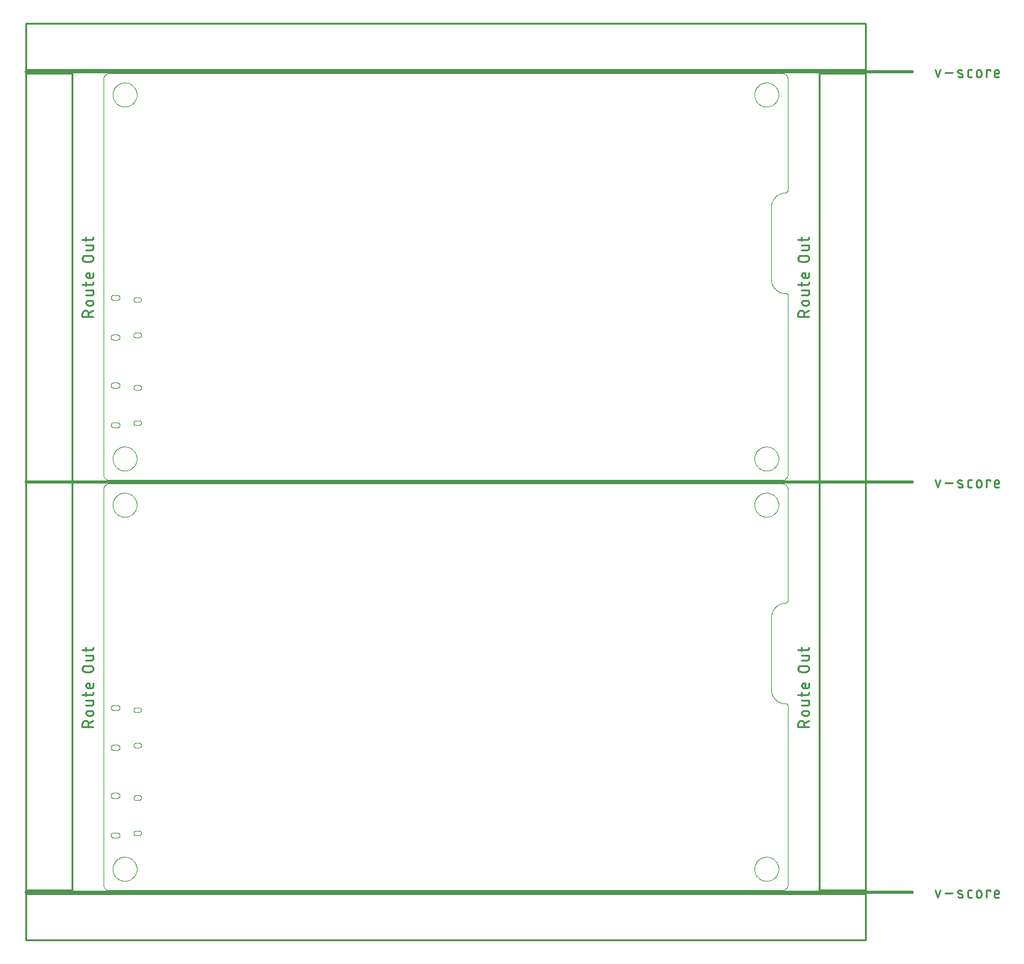
<source format=gko>
G75*
%MOIN*%
%OFA0B0*%
%FSLAX25Y25*%
%IPPOS*%
%LPD*%
%AMOC8*
5,1,8,0,0,1.08239X$1,22.5*
%
%ADD10C,0.00000*%
%ADD11C,0.01100*%
%ADD12C,0.01500*%
%ADD13C,0.01000*%
%ADD14C,0.00079*%
D10*
X0043750Y0031500D02*
X0043750Y0245500D01*
X0043752Y0245607D01*
X0043758Y0245714D01*
X0043767Y0245821D01*
X0043781Y0245927D01*
X0043798Y0246033D01*
X0043819Y0246138D01*
X0043843Y0246242D01*
X0043872Y0246345D01*
X0043904Y0246447D01*
X0043939Y0246548D01*
X0043978Y0246648D01*
X0044021Y0246746D01*
X0044067Y0246843D01*
X0044117Y0246938D01*
X0044170Y0247031D01*
X0044226Y0247122D01*
X0044286Y0247211D01*
X0044348Y0247298D01*
X0044414Y0247382D01*
X0044483Y0247465D01*
X0044554Y0247544D01*
X0044629Y0247621D01*
X0044706Y0247696D01*
X0044785Y0247767D01*
X0044868Y0247836D01*
X0044952Y0247902D01*
X0045039Y0247964D01*
X0045128Y0248024D01*
X0045219Y0248080D01*
X0045312Y0248133D01*
X0045407Y0248183D01*
X0045504Y0248229D01*
X0045602Y0248272D01*
X0045702Y0248311D01*
X0045803Y0248346D01*
X0045905Y0248378D01*
X0046008Y0248407D01*
X0046112Y0248431D01*
X0046217Y0248452D01*
X0046323Y0248469D01*
X0046429Y0248483D01*
X0046536Y0248492D01*
X0046643Y0248498D01*
X0046750Y0248500D01*
X0410750Y0248500D01*
X0410750Y0250500D02*
X0046750Y0250500D01*
X0046643Y0250502D01*
X0046536Y0250508D01*
X0046429Y0250517D01*
X0046323Y0250531D01*
X0046217Y0250548D01*
X0046112Y0250569D01*
X0046008Y0250593D01*
X0045905Y0250622D01*
X0045803Y0250654D01*
X0045702Y0250689D01*
X0045602Y0250728D01*
X0045504Y0250771D01*
X0045407Y0250817D01*
X0045312Y0250867D01*
X0045219Y0250920D01*
X0045128Y0250976D01*
X0045039Y0251036D01*
X0044952Y0251098D01*
X0044868Y0251164D01*
X0044785Y0251233D01*
X0044706Y0251304D01*
X0044629Y0251379D01*
X0044554Y0251456D01*
X0044483Y0251535D01*
X0044414Y0251618D01*
X0044348Y0251702D01*
X0044286Y0251789D01*
X0044226Y0251878D01*
X0044170Y0251969D01*
X0044117Y0252062D01*
X0044067Y0252157D01*
X0044021Y0252254D01*
X0043978Y0252352D01*
X0043939Y0252452D01*
X0043904Y0252553D01*
X0043872Y0252655D01*
X0043843Y0252758D01*
X0043819Y0252862D01*
X0043798Y0252967D01*
X0043781Y0253073D01*
X0043767Y0253179D01*
X0043758Y0253286D01*
X0043752Y0253393D01*
X0043750Y0253500D01*
X0043750Y0467500D01*
X0043752Y0467607D01*
X0043758Y0467714D01*
X0043767Y0467821D01*
X0043781Y0467927D01*
X0043798Y0468033D01*
X0043819Y0468138D01*
X0043843Y0468242D01*
X0043872Y0468345D01*
X0043904Y0468447D01*
X0043939Y0468548D01*
X0043978Y0468648D01*
X0044021Y0468746D01*
X0044067Y0468843D01*
X0044117Y0468938D01*
X0044170Y0469031D01*
X0044226Y0469122D01*
X0044286Y0469211D01*
X0044348Y0469298D01*
X0044414Y0469382D01*
X0044483Y0469465D01*
X0044554Y0469544D01*
X0044629Y0469621D01*
X0044706Y0469696D01*
X0044785Y0469767D01*
X0044868Y0469836D01*
X0044952Y0469902D01*
X0045039Y0469964D01*
X0045128Y0470024D01*
X0045219Y0470080D01*
X0045312Y0470133D01*
X0045407Y0470183D01*
X0045504Y0470229D01*
X0045602Y0470272D01*
X0045702Y0470311D01*
X0045803Y0470346D01*
X0045905Y0470378D01*
X0046008Y0470407D01*
X0046112Y0470431D01*
X0046217Y0470452D01*
X0046323Y0470469D01*
X0046429Y0470483D01*
X0046536Y0470492D01*
X0046643Y0470498D01*
X0046750Y0470500D01*
X0410750Y0470500D01*
X0410857Y0470498D01*
X0410964Y0470492D01*
X0411071Y0470483D01*
X0411177Y0470469D01*
X0411283Y0470452D01*
X0411388Y0470431D01*
X0411492Y0470407D01*
X0411595Y0470378D01*
X0411697Y0470346D01*
X0411798Y0470311D01*
X0411898Y0470272D01*
X0411996Y0470229D01*
X0412093Y0470183D01*
X0412188Y0470133D01*
X0412281Y0470080D01*
X0412372Y0470024D01*
X0412461Y0469964D01*
X0412548Y0469902D01*
X0412632Y0469836D01*
X0412715Y0469767D01*
X0412794Y0469696D01*
X0412871Y0469621D01*
X0412946Y0469544D01*
X0413017Y0469465D01*
X0413086Y0469382D01*
X0413152Y0469298D01*
X0413214Y0469211D01*
X0413274Y0469122D01*
X0413330Y0469031D01*
X0413383Y0468938D01*
X0413433Y0468843D01*
X0413479Y0468746D01*
X0413522Y0468648D01*
X0413561Y0468548D01*
X0413596Y0468447D01*
X0413628Y0468345D01*
X0413657Y0468242D01*
X0413681Y0468138D01*
X0413702Y0468033D01*
X0413719Y0467927D01*
X0413733Y0467821D01*
X0413742Y0467714D01*
X0413748Y0467607D01*
X0413750Y0467500D01*
X0413750Y0407500D01*
X0413748Y0407424D01*
X0413742Y0407348D01*
X0413733Y0407273D01*
X0413719Y0407198D01*
X0413702Y0407124D01*
X0413681Y0407051D01*
X0413657Y0406979D01*
X0413628Y0406908D01*
X0413597Y0406839D01*
X0413562Y0406772D01*
X0413523Y0406707D01*
X0413481Y0406643D01*
X0413436Y0406582D01*
X0413388Y0406523D01*
X0413337Y0406467D01*
X0413283Y0406413D01*
X0413227Y0406362D01*
X0413168Y0406314D01*
X0413107Y0406269D01*
X0413043Y0406227D01*
X0412978Y0406188D01*
X0412911Y0406153D01*
X0412842Y0406122D01*
X0412771Y0406093D01*
X0412699Y0406069D01*
X0412626Y0406048D01*
X0412552Y0406031D01*
X0412477Y0406017D01*
X0412402Y0406008D01*
X0412326Y0406002D01*
X0412250Y0406000D01*
X0412057Y0405986D01*
X0411864Y0405967D01*
X0411672Y0405943D01*
X0411480Y0405915D01*
X0411289Y0405882D01*
X0411099Y0405844D01*
X0410910Y0405802D01*
X0410722Y0405755D01*
X0410535Y0405704D01*
X0410350Y0405648D01*
X0410166Y0405588D01*
X0409983Y0405523D01*
X0409802Y0405454D01*
X0409623Y0405381D01*
X0409445Y0405303D01*
X0409270Y0405221D01*
X0409097Y0405135D01*
X0408925Y0405045D01*
X0408756Y0404950D01*
X0408589Y0404852D01*
X0408425Y0404749D01*
X0408263Y0404643D01*
X0408104Y0404532D01*
X0407947Y0404418D01*
X0407794Y0404300D01*
X0407643Y0404179D01*
X0407495Y0404053D01*
X0407350Y0403925D01*
X0407209Y0403792D01*
X0407070Y0403657D01*
X0406935Y0403518D01*
X0406804Y0403376D01*
X0406676Y0403231D01*
X0406551Y0403082D01*
X0406430Y0402931D01*
X0406313Y0402777D01*
X0406199Y0402620D01*
X0406089Y0402460D01*
X0405984Y0402298D01*
X0405882Y0402133D01*
X0405784Y0401966D01*
X0405690Y0401797D01*
X0405600Y0401625D01*
X0405515Y0401451D01*
X0405434Y0401275D01*
X0405357Y0401097D01*
X0405284Y0400918D01*
X0405216Y0400737D01*
X0405152Y0400554D01*
X0405092Y0400369D01*
X0405037Y0400184D01*
X0404987Y0399997D01*
X0404941Y0399809D01*
X0404899Y0399619D01*
X0404862Y0399429D01*
X0404830Y0399238D01*
X0404803Y0399046D01*
X0404780Y0398854D01*
X0404761Y0398661D01*
X0404748Y0398468D01*
X0404739Y0398274D01*
X0404734Y0398081D01*
X0404735Y0397887D01*
X0404740Y0397693D01*
X0404750Y0397500D01*
X0404750Y0359000D01*
X0404759Y0358810D01*
X0404772Y0358620D01*
X0404789Y0358431D01*
X0404812Y0358242D01*
X0404839Y0358053D01*
X0404871Y0357866D01*
X0404907Y0357679D01*
X0404948Y0357493D01*
X0404993Y0357308D01*
X0405043Y0357124D01*
X0405097Y0356942D01*
X0405156Y0356761D01*
X0405220Y0356582D01*
X0405287Y0356404D01*
X0405359Y0356228D01*
X0405436Y0356053D01*
X0405516Y0355881D01*
X0405601Y0355710D01*
X0405690Y0355542D01*
X0405783Y0355376D01*
X0405880Y0355213D01*
X0405981Y0355051D01*
X0406086Y0354893D01*
X0406195Y0354736D01*
X0406308Y0354583D01*
X0406424Y0354433D01*
X0406544Y0354285D01*
X0406668Y0354140D01*
X0406795Y0353999D01*
X0406926Y0353860D01*
X0407059Y0353725D01*
X0407197Y0353593D01*
X0407337Y0353465D01*
X0407481Y0353340D01*
X0407627Y0353218D01*
X0407777Y0353101D01*
X0407929Y0352987D01*
X0408084Y0352876D01*
X0408242Y0352770D01*
X0408402Y0352667D01*
X0408565Y0352569D01*
X0408730Y0352474D01*
X0408898Y0352384D01*
X0409067Y0352297D01*
X0409239Y0352215D01*
X0409412Y0352137D01*
X0409588Y0352064D01*
X0409765Y0351994D01*
X0409944Y0351929D01*
X0410124Y0351869D01*
X0410306Y0351813D01*
X0410490Y0351761D01*
X0410674Y0351714D01*
X0410859Y0351672D01*
X0411046Y0351634D01*
X0411233Y0351600D01*
X0411421Y0351571D01*
X0411610Y0351547D01*
X0411799Y0351528D01*
X0411989Y0351513D01*
X0412179Y0351503D01*
X0412369Y0351497D01*
X0412560Y0351496D01*
X0412750Y0351500D01*
X0412810Y0351498D01*
X0412871Y0351493D01*
X0412930Y0351484D01*
X0412989Y0351471D01*
X0413048Y0351455D01*
X0413105Y0351435D01*
X0413160Y0351412D01*
X0413215Y0351385D01*
X0413267Y0351356D01*
X0413318Y0351323D01*
X0413367Y0351287D01*
X0413413Y0351249D01*
X0413457Y0351207D01*
X0413499Y0351163D01*
X0413537Y0351117D01*
X0413573Y0351068D01*
X0413606Y0351017D01*
X0413635Y0350965D01*
X0413662Y0350910D01*
X0413685Y0350855D01*
X0413705Y0350798D01*
X0413721Y0350739D01*
X0413734Y0350680D01*
X0413743Y0350621D01*
X0413748Y0350560D01*
X0413750Y0350500D01*
X0413750Y0253500D01*
X0413748Y0253393D01*
X0413742Y0253286D01*
X0413733Y0253179D01*
X0413719Y0253073D01*
X0413702Y0252967D01*
X0413681Y0252862D01*
X0413657Y0252758D01*
X0413628Y0252655D01*
X0413596Y0252553D01*
X0413561Y0252452D01*
X0413522Y0252352D01*
X0413479Y0252254D01*
X0413433Y0252157D01*
X0413383Y0252062D01*
X0413330Y0251969D01*
X0413274Y0251878D01*
X0413214Y0251789D01*
X0413152Y0251702D01*
X0413086Y0251618D01*
X0413017Y0251535D01*
X0412946Y0251456D01*
X0412871Y0251379D01*
X0412794Y0251304D01*
X0412715Y0251233D01*
X0412632Y0251164D01*
X0412548Y0251098D01*
X0412461Y0251036D01*
X0412372Y0250976D01*
X0412281Y0250920D01*
X0412188Y0250867D01*
X0412093Y0250817D01*
X0411996Y0250771D01*
X0411898Y0250728D01*
X0411798Y0250689D01*
X0411697Y0250654D01*
X0411595Y0250622D01*
X0411492Y0250593D01*
X0411388Y0250569D01*
X0411283Y0250548D01*
X0411177Y0250531D01*
X0411071Y0250517D01*
X0410964Y0250508D01*
X0410857Y0250502D01*
X0410750Y0250500D01*
X0410750Y0248500D02*
X0410857Y0248498D01*
X0410964Y0248492D01*
X0411071Y0248483D01*
X0411177Y0248469D01*
X0411283Y0248452D01*
X0411388Y0248431D01*
X0411492Y0248407D01*
X0411595Y0248378D01*
X0411697Y0248346D01*
X0411798Y0248311D01*
X0411898Y0248272D01*
X0411996Y0248229D01*
X0412093Y0248183D01*
X0412188Y0248133D01*
X0412281Y0248080D01*
X0412372Y0248024D01*
X0412461Y0247964D01*
X0412548Y0247902D01*
X0412632Y0247836D01*
X0412715Y0247767D01*
X0412794Y0247696D01*
X0412871Y0247621D01*
X0412946Y0247544D01*
X0413017Y0247465D01*
X0413086Y0247382D01*
X0413152Y0247298D01*
X0413214Y0247211D01*
X0413274Y0247122D01*
X0413330Y0247031D01*
X0413383Y0246938D01*
X0413433Y0246843D01*
X0413479Y0246746D01*
X0413522Y0246648D01*
X0413561Y0246548D01*
X0413596Y0246447D01*
X0413628Y0246345D01*
X0413657Y0246242D01*
X0413681Y0246138D01*
X0413702Y0246033D01*
X0413719Y0245927D01*
X0413733Y0245821D01*
X0413742Y0245714D01*
X0413748Y0245607D01*
X0413750Y0245500D01*
X0413750Y0185500D01*
X0413748Y0185424D01*
X0413742Y0185348D01*
X0413733Y0185273D01*
X0413719Y0185198D01*
X0413702Y0185124D01*
X0413681Y0185051D01*
X0413657Y0184979D01*
X0413628Y0184908D01*
X0413597Y0184839D01*
X0413562Y0184772D01*
X0413523Y0184707D01*
X0413481Y0184643D01*
X0413436Y0184582D01*
X0413388Y0184523D01*
X0413337Y0184467D01*
X0413283Y0184413D01*
X0413227Y0184362D01*
X0413168Y0184314D01*
X0413107Y0184269D01*
X0413043Y0184227D01*
X0412978Y0184188D01*
X0412911Y0184153D01*
X0412842Y0184122D01*
X0412771Y0184093D01*
X0412699Y0184069D01*
X0412626Y0184048D01*
X0412552Y0184031D01*
X0412477Y0184017D01*
X0412402Y0184008D01*
X0412326Y0184002D01*
X0412250Y0184000D01*
X0412057Y0183986D01*
X0411864Y0183967D01*
X0411672Y0183943D01*
X0411480Y0183915D01*
X0411289Y0183882D01*
X0411099Y0183844D01*
X0410910Y0183802D01*
X0410722Y0183755D01*
X0410535Y0183704D01*
X0410350Y0183648D01*
X0410166Y0183588D01*
X0409983Y0183523D01*
X0409802Y0183454D01*
X0409623Y0183381D01*
X0409445Y0183303D01*
X0409270Y0183221D01*
X0409097Y0183135D01*
X0408925Y0183045D01*
X0408756Y0182950D01*
X0408589Y0182852D01*
X0408425Y0182749D01*
X0408263Y0182643D01*
X0408104Y0182532D01*
X0407947Y0182418D01*
X0407794Y0182300D01*
X0407643Y0182179D01*
X0407495Y0182053D01*
X0407350Y0181925D01*
X0407209Y0181792D01*
X0407070Y0181657D01*
X0406935Y0181518D01*
X0406804Y0181376D01*
X0406676Y0181231D01*
X0406551Y0181082D01*
X0406430Y0180931D01*
X0406313Y0180777D01*
X0406199Y0180620D01*
X0406089Y0180460D01*
X0405984Y0180298D01*
X0405882Y0180133D01*
X0405784Y0179966D01*
X0405690Y0179797D01*
X0405600Y0179625D01*
X0405515Y0179451D01*
X0405434Y0179275D01*
X0405357Y0179097D01*
X0405284Y0178918D01*
X0405216Y0178737D01*
X0405152Y0178554D01*
X0405092Y0178369D01*
X0405037Y0178184D01*
X0404987Y0177997D01*
X0404941Y0177809D01*
X0404899Y0177619D01*
X0404862Y0177429D01*
X0404830Y0177238D01*
X0404803Y0177046D01*
X0404780Y0176854D01*
X0404761Y0176661D01*
X0404748Y0176468D01*
X0404739Y0176274D01*
X0404734Y0176081D01*
X0404735Y0175887D01*
X0404740Y0175693D01*
X0404750Y0175500D01*
X0404750Y0137000D01*
X0404759Y0136810D01*
X0404772Y0136620D01*
X0404789Y0136431D01*
X0404812Y0136242D01*
X0404839Y0136053D01*
X0404871Y0135866D01*
X0404907Y0135679D01*
X0404948Y0135493D01*
X0404993Y0135308D01*
X0405043Y0135124D01*
X0405097Y0134942D01*
X0405156Y0134761D01*
X0405220Y0134582D01*
X0405287Y0134404D01*
X0405359Y0134228D01*
X0405436Y0134053D01*
X0405516Y0133881D01*
X0405601Y0133710D01*
X0405690Y0133542D01*
X0405783Y0133376D01*
X0405880Y0133213D01*
X0405981Y0133051D01*
X0406086Y0132893D01*
X0406195Y0132736D01*
X0406308Y0132583D01*
X0406424Y0132433D01*
X0406544Y0132285D01*
X0406668Y0132140D01*
X0406795Y0131999D01*
X0406926Y0131860D01*
X0407059Y0131725D01*
X0407197Y0131593D01*
X0407337Y0131465D01*
X0407481Y0131340D01*
X0407627Y0131218D01*
X0407777Y0131101D01*
X0407929Y0130987D01*
X0408084Y0130876D01*
X0408242Y0130770D01*
X0408402Y0130667D01*
X0408565Y0130569D01*
X0408730Y0130474D01*
X0408898Y0130384D01*
X0409067Y0130297D01*
X0409239Y0130215D01*
X0409412Y0130137D01*
X0409588Y0130064D01*
X0409765Y0129994D01*
X0409944Y0129929D01*
X0410124Y0129869D01*
X0410306Y0129813D01*
X0410490Y0129761D01*
X0410674Y0129714D01*
X0410859Y0129672D01*
X0411046Y0129634D01*
X0411233Y0129600D01*
X0411421Y0129571D01*
X0411610Y0129547D01*
X0411799Y0129528D01*
X0411989Y0129513D01*
X0412179Y0129503D01*
X0412369Y0129497D01*
X0412560Y0129496D01*
X0412750Y0129500D01*
X0412810Y0129498D01*
X0412871Y0129493D01*
X0412930Y0129484D01*
X0412989Y0129471D01*
X0413048Y0129455D01*
X0413105Y0129435D01*
X0413160Y0129412D01*
X0413215Y0129385D01*
X0413267Y0129356D01*
X0413318Y0129323D01*
X0413367Y0129287D01*
X0413413Y0129249D01*
X0413457Y0129207D01*
X0413499Y0129163D01*
X0413537Y0129117D01*
X0413573Y0129068D01*
X0413606Y0129017D01*
X0413635Y0128965D01*
X0413662Y0128910D01*
X0413685Y0128855D01*
X0413705Y0128798D01*
X0413721Y0128739D01*
X0413734Y0128680D01*
X0413743Y0128621D01*
X0413748Y0128560D01*
X0413750Y0128500D01*
X0413750Y0031500D01*
X0413748Y0031393D01*
X0413742Y0031286D01*
X0413733Y0031179D01*
X0413719Y0031073D01*
X0413702Y0030967D01*
X0413681Y0030862D01*
X0413657Y0030758D01*
X0413628Y0030655D01*
X0413596Y0030553D01*
X0413561Y0030452D01*
X0413522Y0030352D01*
X0413479Y0030254D01*
X0413433Y0030157D01*
X0413383Y0030062D01*
X0413330Y0029969D01*
X0413274Y0029878D01*
X0413214Y0029789D01*
X0413152Y0029702D01*
X0413086Y0029618D01*
X0413017Y0029535D01*
X0412946Y0029456D01*
X0412871Y0029379D01*
X0412794Y0029304D01*
X0412715Y0029233D01*
X0412632Y0029164D01*
X0412548Y0029098D01*
X0412461Y0029036D01*
X0412372Y0028976D01*
X0412281Y0028920D01*
X0412188Y0028867D01*
X0412093Y0028817D01*
X0411996Y0028771D01*
X0411898Y0028728D01*
X0411798Y0028689D01*
X0411697Y0028654D01*
X0411595Y0028622D01*
X0411492Y0028593D01*
X0411388Y0028569D01*
X0411283Y0028548D01*
X0411177Y0028531D01*
X0411071Y0028517D01*
X0410964Y0028508D01*
X0410857Y0028502D01*
X0410750Y0028500D01*
X0046750Y0028500D01*
X0046643Y0028502D01*
X0046536Y0028508D01*
X0046429Y0028517D01*
X0046323Y0028531D01*
X0046217Y0028548D01*
X0046112Y0028569D01*
X0046008Y0028593D01*
X0045905Y0028622D01*
X0045803Y0028654D01*
X0045702Y0028689D01*
X0045602Y0028728D01*
X0045504Y0028771D01*
X0045407Y0028817D01*
X0045312Y0028867D01*
X0045219Y0028920D01*
X0045128Y0028976D01*
X0045039Y0029036D01*
X0044952Y0029098D01*
X0044868Y0029164D01*
X0044785Y0029233D01*
X0044706Y0029304D01*
X0044629Y0029379D01*
X0044554Y0029456D01*
X0044483Y0029535D01*
X0044414Y0029618D01*
X0044348Y0029702D01*
X0044286Y0029789D01*
X0044226Y0029878D01*
X0044170Y0029969D01*
X0044117Y0030062D01*
X0044067Y0030157D01*
X0044021Y0030254D01*
X0043978Y0030352D01*
X0043939Y0030452D01*
X0043904Y0030553D01*
X0043872Y0030655D01*
X0043843Y0030758D01*
X0043819Y0030862D01*
X0043798Y0030967D01*
X0043781Y0031073D01*
X0043767Y0031179D01*
X0043758Y0031286D01*
X0043752Y0031393D01*
X0043750Y0031500D01*
X0048750Y0040000D02*
X0048752Y0040161D01*
X0048758Y0040321D01*
X0048768Y0040482D01*
X0048782Y0040642D01*
X0048800Y0040802D01*
X0048821Y0040961D01*
X0048847Y0041120D01*
X0048877Y0041278D01*
X0048910Y0041435D01*
X0048948Y0041592D01*
X0048989Y0041747D01*
X0049034Y0041901D01*
X0049083Y0042054D01*
X0049136Y0042206D01*
X0049192Y0042357D01*
X0049253Y0042506D01*
X0049316Y0042654D01*
X0049384Y0042800D01*
X0049455Y0042944D01*
X0049529Y0043086D01*
X0049607Y0043227D01*
X0049689Y0043365D01*
X0049774Y0043502D01*
X0049862Y0043636D01*
X0049954Y0043768D01*
X0050049Y0043898D01*
X0050147Y0044026D01*
X0050248Y0044151D01*
X0050352Y0044273D01*
X0050459Y0044393D01*
X0050569Y0044510D01*
X0050682Y0044625D01*
X0050798Y0044736D01*
X0050917Y0044845D01*
X0051038Y0044950D01*
X0051162Y0045053D01*
X0051288Y0045153D01*
X0051416Y0045249D01*
X0051547Y0045342D01*
X0051681Y0045432D01*
X0051816Y0045519D01*
X0051954Y0045602D01*
X0052093Y0045682D01*
X0052235Y0045758D01*
X0052378Y0045831D01*
X0052523Y0045900D01*
X0052670Y0045966D01*
X0052818Y0046028D01*
X0052968Y0046086D01*
X0053119Y0046141D01*
X0053272Y0046192D01*
X0053426Y0046239D01*
X0053581Y0046282D01*
X0053737Y0046321D01*
X0053893Y0046357D01*
X0054051Y0046388D01*
X0054209Y0046416D01*
X0054368Y0046440D01*
X0054528Y0046460D01*
X0054688Y0046476D01*
X0054848Y0046488D01*
X0055009Y0046496D01*
X0055170Y0046500D01*
X0055330Y0046500D01*
X0055491Y0046496D01*
X0055652Y0046488D01*
X0055812Y0046476D01*
X0055972Y0046460D01*
X0056132Y0046440D01*
X0056291Y0046416D01*
X0056449Y0046388D01*
X0056607Y0046357D01*
X0056763Y0046321D01*
X0056919Y0046282D01*
X0057074Y0046239D01*
X0057228Y0046192D01*
X0057381Y0046141D01*
X0057532Y0046086D01*
X0057682Y0046028D01*
X0057830Y0045966D01*
X0057977Y0045900D01*
X0058122Y0045831D01*
X0058265Y0045758D01*
X0058407Y0045682D01*
X0058546Y0045602D01*
X0058684Y0045519D01*
X0058819Y0045432D01*
X0058953Y0045342D01*
X0059084Y0045249D01*
X0059212Y0045153D01*
X0059338Y0045053D01*
X0059462Y0044950D01*
X0059583Y0044845D01*
X0059702Y0044736D01*
X0059818Y0044625D01*
X0059931Y0044510D01*
X0060041Y0044393D01*
X0060148Y0044273D01*
X0060252Y0044151D01*
X0060353Y0044026D01*
X0060451Y0043898D01*
X0060546Y0043768D01*
X0060638Y0043636D01*
X0060726Y0043502D01*
X0060811Y0043365D01*
X0060893Y0043227D01*
X0060971Y0043086D01*
X0061045Y0042944D01*
X0061116Y0042800D01*
X0061184Y0042654D01*
X0061247Y0042506D01*
X0061308Y0042357D01*
X0061364Y0042206D01*
X0061417Y0042054D01*
X0061466Y0041901D01*
X0061511Y0041747D01*
X0061552Y0041592D01*
X0061590Y0041435D01*
X0061623Y0041278D01*
X0061653Y0041120D01*
X0061679Y0040961D01*
X0061700Y0040802D01*
X0061718Y0040642D01*
X0061732Y0040482D01*
X0061742Y0040321D01*
X0061748Y0040161D01*
X0061750Y0040000D01*
X0061748Y0039839D01*
X0061742Y0039679D01*
X0061732Y0039518D01*
X0061718Y0039358D01*
X0061700Y0039198D01*
X0061679Y0039039D01*
X0061653Y0038880D01*
X0061623Y0038722D01*
X0061590Y0038565D01*
X0061552Y0038408D01*
X0061511Y0038253D01*
X0061466Y0038099D01*
X0061417Y0037946D01*
X0061364Y0037794D01*
X0061308Y0037643D01*
X0061247Y0037494D01*
X0061184Y0037346D01*
X0061116Y0037200D01*
X0061045Y0037056D01*
X0060971Y0036914D01*
X0060893Y0036773D01*
X0060811Y0036635D01*
X0060726Y0036498D01*
X0060638Y0036364D01*
X0060546Y0036232D01*
X0060451Y0036102D01*
X0060353Y0035974D01*
X0060252Y0035849D01*
X0060148Y0035727D01*
X0060041Y0035607D01*
X0059931Y0035490D01*
X0059818Y0035375D01*
X0059702Y0035264D01*
X0059583Y0035155D01*
X0059462Y0035050D01*
X0059338Y0034947D01*
X0059212Y0034847D01*
X0059084Y0034751D01*
X0058953Y0034658D01*
X0058819Y0034568D01*
X0058684Y0034481D01*
X0058546Y0034398D01*
X0058407Y0034318D01*
X0058265Y0034242D01*
X0058122Y0034169D01*
X0057977Y0034100D01*
X0057830Y0034034D01*
X0057682Y0033972D01*
X0057532Y0033914D01*
X0057381Y0033859D01*
X0057228Y0033808D01*
X0057074Y0033761D01*
X0056919Y0033718D01*
X0056763Y0033679D01*
X0056607Y0033643D01*
X0056449Y0033612D01*
X0056291Y0033584D01*
X0056132Y0033560D01*
X0055972Y0033540D01*
X0055812Y0033524D01*
X0055652Y0033512D01*
X0055491Y0033504D01*
X0055330Y0033500D01*
X0055170Y0033500D01*
X0055009Y0033504D01*
X0054848Y0033512D01*
X0054688Y0033524D01*
X0054528Y0033540D01*
X0054368Y0033560D01*
X0054209Y0033584D01*
X0054051Y0033612D01*
X0053893Y0033643D01*
X0053737Y0033679D01*
X0053581Y0033718D01*
X0053426Y0033761D01*
X0053272Y0033808D01*
X0053119Y0033859D01*
X0052968Y0033914D01*
X0052818Y0033972D01*
X0052670Y0034034D01*
X0052523Y0034100D01*
X0052378Y0034169D01*
X0052235Y0034242D01*
X0052093Y0034318D01*
X0051954Y0034398D01*
X0051816Y0034481D01*
X0051681Y0034568D01*
X0051547Y0034658D01*
X0051416Y0034751D01*
X0051288Y0034847D01*
X0051162Y0034947D01*
X0051038Y0035050D01*
X0050917Y0035155D01*
X0050798Y0035264D01*
X0050682Y0035375D01*
X0050569Y0035490D01*
X0050459Y0035607D01*
X0050352Y0035727D01*
X0050248Y0035849D01*
X0050147Y0035974D01*
X0050049Y0036102D01*
X0049954Y0036232D01*
X0049862Y0036364D01*
X0049774Y0036498D01*
X0049689Y0036635D01*
X0049607Y0036773D01*
X0049529Y0036914D01*
X0049455Y0037056D01*
X0049384Y0037200D01*
X0049316Y0037346D01*
X0049253Y0037494D01*
X0049192Y0037643D01*
X0049136Y0037794D01*
X0049083Y0037946D01*
X0049034Y0038099D01*
X0048989Y0038253D01*
X0048948Y0038408D01*
X0048910Y0038565D01*
X0048877Y0038722D01*
X0048847Y0038880D01*
X0048821Y0039039D01*
X0048800Y0039198D01*
X0048782Y0039358D01*
X0048768Y0039518D01*
X0048758Y0039679D01*
X0048752Y0039839D01*
X0048750Y0040000D01*
X0048750Y0237000D02*
X0048752Y0237161D01*
X0048758Y0237321D01*
X0048768Y0237482D01*
X0048782Y0237642D01*
X0048800Y0237802D01*
X0048821Y0237961D01*
X0048847Y0238120D01*
X0048877Y0238278D01*
X0048910Y0238435D01*
X0048948Y0238592D01*
X0048989Y0238747D01*
X0049034Y0238901D01*
X0049083Y0239054D01*
X0049136Y0239206D01*
X0049192Y0239357D01*
X0049253Y0239506D01*
X0049316Y0239654D01*
X0049384Y0239800D01*
X0049455Y0239944D01*
X0049529Y0240086D01*
X0049607Y0240227D01*
X0049689Y0240365D01*
X0049774Y0240502D01*
X0049862Y0240636D01*
X0049954Y0240768D01*
X0050049Y0240898D01*
X0050147Y0241026D01*
X0050248Y0241151D01*
X0050352Y0241273D01*
X0050459Y0241393D01*
X0050569Y0241510D01*
X0050682Y0241625D01*
X0050798Y0241736D01*
X0050917Y0241845D01*
X0051038Y0241950D01*
X0051162Y0242053D01*
X0051288Y0242153D01*
X0051416Y0242249D01*
X0051547Y0242342D01*
X0051681Y0242432D01*
X0051816Y0242519D01*
X0051954Y0242602D01*
X0052093Y0242682D01*
X0052235Y0242758D01*
X0052378Y0242831D01*
X0052523Y0242900D01*
X0052670Y0242966D01*
X0052818Y0243028D01*
X0052968Y0243086D01*
X0053119Y0243141D01*
X0053272Y0243192D01*
X0053426Y0243239D01*
X0053581Y0243282D01*
X0053737Y0243321D01*
X0053893Y0243357D01*
X0054051Y0243388D01*
X0054209Y0243416D01*
X0054368Y0243440D01*
X0054528Y0243460D01*
X0054688Y0243476D01*
X0054848Y0243488D01*
X0055009Y0243496D01*
X0055170Y0243500D01*
X0055330Y0243500D01*
X0055491Y0243496D01*
X0055652Y0243488D01*
X0055812Y0243476D01*
X0055972Y0243460D01*
X0056132Y0243440D01*
X0056291Y0243416D01*
X0056449Y0243388D01*
X0056607Y0243357D01*
X0056763Y0243321D01*
X0056919Y0243282D01*
X0057074Y0243239D01*
X0057228Y0243192D01*
X0057381Y0243141D01*
X0057532Y0243086D01*
X0057682Y0243028D01*
X0057830Y0242966D01*
X0057977Y0242900D01*
X0058122Y0242831D01*
X0058265Y0242758D01*
X0058407Y0242682D01*
X0058546Y0242602D01*
X0058684Y0242519D01*
X0058819Y0242432D01*
X0058953Y0242342D01*
X0059084Y0242249D01*
X0059212Y0242153D01*
X0059338Y0242053D01*
X0059462Y0241950D01*
X0059583Y0241845D01*
X0059702Y0241736D01*
X0059818Y0241625D01*
X0059931Y0241510D01*
X0060041Y0241393D01*
X0060148Y0241273D01*
X0060252Y0241151D01*
X0060353Y0241026D01*
X0060451Y0240898D01*
X0060546Y0240768D01*
X0060638Y0240636D01*
X0060726Y0240502D01*
X0060811Y0240365D01*
X0060893Y0240227D01*
X0060971Y0240086D01*
X0061045Y0239944D01*
X0061116Y0239800D01*
X0061184Y0239654D01*
X0061247Y0239506D01*
X0061308Y0239357D01*
X0061364Y0239206D01*
X0061417Y0239054D01*
X0061466Y0238901D01*
X0061511Y0238747D01*
X0061552Y0238592D01*
X0061590Y0238435D01*
X0061623Y0238278D01*
X0061653Y0238120D01*
X0061679Y0237961D01*
X0061700Y0237802D01*
X0061718Y0237642D01*
X0061732Y0237482D01*
X0061742Y0237321D01*
X0061748Y0237161D01*
X0061750Y0237000D01*
X0061748Y0236839D01*
X0061742Y0236679D01*
X0061732Y0236518D01*
X0061718Y0236358D01*
X0061700Y0236198D01*
X0061679Y0236039D01*
X0061653Y0235880D01*
X0061623Y0235722D01*
X0061590Y0235565D01*
X0061552Y0235408D01*
X0061511Y0235253D01*
X0061466Y0235099D01*
X0061417Y0234946D01*
X0061364Y0234794D01*
X0061308Y0234643D01*
X0061247Y0234494D01*
X0061184Y0234346D01*
X0061116Y0234200D01*
X0061045Y0234056D01*
X0060971Y0233914D01*
X0060893Y0233773D01*
X0060811Y0233635D01*
X0060726Y0233498D01*
X0060638Y0233364D01*
X0060546Y0233232D01*
X0060451Y0233102D01*
X0060353Y0232974D01*
X0060252Y0232849D01*
X0060148Y0232727D01*
X0060041Y0232607D01*
X0059931Y0232490D01*
X0059818Y0232375D01*
X0059702Y0232264D01*
X0059583Y0232155D01*
X0059462Y0232050D01*
X0059338Y0231947D01*
X0059212Y0231847D01*
X0059084Y0231751D01*
X0058953Y0231658D01*
X0058819Y0231568D01*
X0058684Y0231481D01*
X0058546Y0231398D01*
X0058407Y0231318D01*
X0058265Y0231242D01*
X0058122Y0231169D01*
X0057977Y0231100D01*
X0057830Y0231034D01*
X0057682Y0230972D01*
X0057532Y0230914D01*
X0057381Y0230859D01*
X0057228Y0230808D01*
X0057074Y0230761D01*
X0056919Y0230718D01*
X0056763Y0230679D01*
X0056607Y0230643D01*
X0056449Y0230612D01*
X0056291Y0230584D01*
X0056132Y0230560D01*
X0055972Y0230540D01*
X0055812Y0230524D01*
X0055652Y0230512D01*
X0055491Y0230504D01*
X0055330Y0230500D01*
X0055170Y0230500D01*
X0055009Y0230504D01*
X0054848Y0230512D01*
X0054688Y0230524D01*
X0054528Y0230540D01*
X0054368Y0230560D01*
X0054209Y0230584D01*
X0054051Y0230612D01*
X0053893Y0230643D01*
X0053737Y0230679D01*
X0053581Y0230718D01*
X0053426Y0230761D01*
X0053272Y0230808D01*
X0053119Y0230859D01*
X0052968Y0230914D01*
X0052818Y0230972D01*
X0052670Y0231034D01*
X0052523Y0231100D01*
X0052378Y0231169D01*
X0052235Y0231242D01*
X0052093Y0231318D01*
X0051954Y0231398D01*
X0051816Y0231481D01*
X0051681Y0231568D01*
X0051547Y0231658D01*
X0051416Y0231751D01*
X0051288Y0231847D01*
X0051162Y0231947D01*
X0051038Y0232050D01*
X0050917Y0232155D01*
X0050798Y0232264D01*
X0050682Y0232375D01*
X0050569Y0232490D01*
X0050459Y0232607D01*
X0050352Y0232727D01*
X0050248Y0232849D01*
X0050147Y0232974D01*
X0050049Y0233102D01*
X0049954Y0233232D01*
X0049862Y0233364D01*
X0049774Y0233498D01*
X0049689Y0233635D01*
X0049607Y0233773D01*
X0049529Y0233914D01*
X0049455Y0234056D01*
X0049384Y0234200D01*
X0049316Y0234346D01*
X0049253Y0234494D01*
X0049192Y0234643D01*
X0049136Y0234794D01*
X0049083Y0234946D01*
X0049034Y0235099D01*
X0048989Y0235253D01*
X0048948Y0235408D01*
X0048910Y0235565D01*
X0048877Y0235722D01*
X0048847Y0235880D01*
X0048821Y0236039D01*
X0048800Y0236198D01*
X0048782Y0236358D01*
X0048768Y0236518D01*
X0048758Y0236679D01*
X0048752Y0236839D01*
X0048750Y0237000D01*
X0048750Y0262000D02*
X0048752Y0262161D01*
X0048758Y0262321D01*
X0048768Y0262482D01*
X0048782Y0262642D01*
X0048800Y0262802D01*
X0048821Y0262961D01*
X0048847Y0263120D01*
X0048877Y0263278D01*
X0048910Y0263435D01*
X0048948Y0263592D01*
X0048989Y0263747D01*
X0049034Y0263901D01*
X0049083Y0264054D01*
X0049136Y0264206D01*
X0049192Y0264357D01*
X0049253Y0264506D01*
X0049316Y0264654D01*
X0049384Y0264800D01*
X0049455Y0264944D01*
X0049529Y0265086D01*
X0049607Y0265227D01*
X0049689Y0265365D01*
X0049774Y0265502D01*
X0049862Y0265636D01*
X0049954Y0265768D01*
X0050049Y0265898D01*
X0050147Y0266026D01*
X0050248Y0266151D01*
X0050352Y0266273D01*
X0050459Y0266393D01*
X0050569Y0266510D01*
X0050682Y0266625D01*
X0050798Y0266736D01*
X0050917Y0266845D01*
X0051038Y0266950D01*
X0051162Y0267053D01*
X0051288Y0267153D01*
X0051416Y0267249D01*
X0051547Y0267342D01*
X0051681Y0267432D01*
X0051816Y0267519D01*
X0051954Y0267602D01*
X0052093Y0267682D01*
X0052235Y0267758D01*
X0052378Y0267831D01*
X0052523Y0267900D01*
X0052670Y0267966D01*
X0052818Y0268028D01*
X0052968Y0268086D01*
X0053119Y0268141D01*
X0053272Y0268192D01*
X0053426Y0268239D01*
X0053581Y0268282D01*
X0053737Y0268321D01*
X0053893Y0268357D01*
X0054051Y0268388D01*
X0054209Y0268416D01*
X0054368Y0268440D01*
X0054528Y0268460D01*
X0054688Y0268476D01*
X0054848Y0268488D01*
X0055009Y0268496D01*
X0055170Y0268500D01*
X0055330Y0268500D01*
X0055491Y0268496D01*
X0055652Y0268488D01*
X0055812Y0268476D01*
X0055972Y0268460D01*
X0056132Y0268440D01*
X0056291Y0268416D01*
X0056449Y0268388D01*
X0056607Y0268357D01*
X0056763Y0268321D01*
X0056919Y0268282D01*
X0057074Y0268239D01*
X0057228Y0268192D01*
X0057381Y0268141D01*
X0057532Y0268086D01*
X0057682Y0268028D01*
X0057830Y0267966D01*
X0057977Y0267900D01*
X0058122Y0267831D01*
X0058265Y0267758D01*
X0058407Y0267682D01*
X0058546Y0267602D01*
X0058684Y0267519D01*
X0058819Y0267432D01*
X0058953Y0267342D01*
X0059084Y0267249D01*
X0059212Y0267153D01*
X0059338Y0267053D01*
X0059462Y0266950D01*
X0059583Y0266845D01*
X0059702Y0266736D01*
X0059818Y0266625D01*
X0059931Y0266510D01*
X0060041Y0266393D01*
X0060148Y0266273D01*
X0060252Y0266151D01*
X0060353Y0266026D01*
X0060451Y0265898D01*
X0060546Y0265768D01*
X0060638Y0265636D01*
X0060726Y0265502D01*
X0060811Y0265365D01*
X0060893Y0265227D01*
X0060971Y0265086D01*
X0061045Y0264944D01*
X0061116Y0264800D01*
X0061184Y0264654D01*
X0061247Y0264506D01*
X0061308Y0264357D01*
X0061364Y0264206D01*
X0061417Y0264054D01*
X0061466Y0263901D01*
X0061511Y0263747D01*
X0061552Y0263592D01*
X0061590Y0263435D01*
X0061623Y0263278D01*
X0061653Y0263120D01*
X0061679Y0262961D01*
X0061700Y0262802D01*
X0061718Y0262642D01*
X0061732Y0262482D01*
X0061742Y0262321D01*
X0061748Y0262161D01*
X0061750Y0262000D01*
X0061748Y0261839D01*
X0061742Y0261679D01*
X0061732Y0261518D01*
X0061718Y0261358D01*
X0061700Y0261198D01*
X0061679Y0261039D01*
X0061653Y0260880D01*
X0061623Y0260722D01*
X0061590Y0260565D01*
X0061552Y0260408D01*
X0061511Y0260253D01*
X0061466Y0260099D01*
X0061417Y0259946D01*
X0061364Y0259794D01*
X0061308Y0259643D01*
X0061247Y0259494D01*
X0061184Y0259346D01*
X0061116Y0259200D01*
X0061045Y0259056D01*
X0060971Y0258914D01*
X0060893Y0258773D01*
X0060811Y0258635D01*
X0060726Y0258498D01*
X0060638Y0258364D01*
X0060546Y0258232D01*
X0060451Y0258102D01*
X0060353Y0257974D01*
X0060252Y0257849D01*
X0060148Y0257727D01*
X0060041Y0257607D01*
X0059931Y0257490D01*
X0059818Y0257375D01*
X0059702Y0257264D01*
X0059583Y0257155D01*
X0059462Y0257050D01*
X0059338Y0256947D01*
X0059212Y0256847D01*
X0059084Y0256751D01*
X0058953Y0256658D01*
X0058819Y0256568D01*
X0058684Y0256481D01*
X0058546Y0256398D01*
X0058407Y0256318D01*
X0058265Y0256242D01*
X0058122Y0256169D01*
X0057977Y0256100D01*
X0057830Y0256034D01*
X0057682Y0255972D01*
X0057532Y0255914D01*
X0057381Y0255859D01*
X0057228Y0255808D01*
X0057074Y0255761D01*
X0056919Y0255718D01*
X0056763Y0255679D01*
X0056607Y0255643D01*
X0056449Y0255612D01*
X0056291Y0255584D01*
X0056132Y0255560D01*
X0055972Y0255540D01*
X0055812Y0255524D01*
X0055652Y0255512D01*
X0055491Y0255504D01*
X0055330Y0255500D01*
X0055170Y0255500D01*
X0055009Y0255504D01*
X0054848Y0255512D01*
X0054688Y0255524D01*
X0054528Y0255540D01*
X0054368Y0255560D01*
X0054209Y0255584D01*
X0054051Y0255612D01*
X0053893Y0255643D01*
X0053737Y0255679D01*
X0053581Y0255718D01*
X0053426Y0255761D01*
X0053272Y0255808D01*
X0053119Y0255859D01*
X0052968Y0255914D01*
X0052818Y0255972D01*
X0052670Y0256034D01*
X0052523Y0256100D01*
X0052378Y0256169D01*
X0052235Y0256242D01*
X0052093Y0256318D01*
X0051954Y0256398D01*
X0051816Y0256481D01*
X0051681Y0256568D01*
X0051547Y0256658D01*
X0051416Y0256751D01*
X0051288Y0256847D01*
X0051162Y0256947D01*
X0051038Y0257050D01*
X0050917Y0257155D01*
X0050798Y0257264D01*
X0050682Y0257375D01*
X0050569Y0257490D01*
X0050459Y0257607D01*
X0050352Y0257727D01*
X0050248Y0257849D01*
X0050147Y0257974D01*
X0050049Y0258102D01*
X0049954Y0258232D01*
X0049862Y0258364D01*
X0049774Y0258498D01*
X0049689Y0258635D01*
X0049607Y0258773D01*
X0049529Y0258914D01*
X0049455Y0259056D01*
X0049384Y0259200D01*
X0049316Y0259346D01*
X0049253Y0259494D01*
X0049192Y0259643D01*
X0049136Y0259794D01*
X0049083Y0259946D01*
X0049034Y0260099D01*
X0048989Y0260253D01*
X0048948Y0260408D01*
X0048910Y0260565D01*
X0048877Y0260722D01*
X0048847Y0260880D01*
X0048821Y0261039D01*
X0048800Y0261198D01*
X0048782Y0261358D01*
X0048768Y0261518D01*
X0048758Y0261679D01*
X0048752Y0261839D01*
X0048750Y0262000D01*
X0048750Y0459000D02*
X0048752Y0459161D01*
X0048758Y0459321D01*
X0048768Y0459482D01*
X0048782Y0459642D01*
X0048800Y0459802D01*
X0048821Y0459961D01*
X0048847Y0460120D01*
X0048877Y0460278D01*
X0048910Y0460435D01*
X0048948Y0460592D01*
X0048989Y0460747D01*
X0049034Y0460901D01*
X0049083Y0461054D01*
X0049136Y0461206D01*
X0049192Y0461357D01*
X0049253Y0461506D01*
X0049316Y0461654D01*
X0049384Y0461800D01*
X0049455Y0461944D01*
X0049529Y0462086D01*
X0049607Y0462227D01*
X0049689Y0462365D01*
X0049774Y0462502D01*
X0049862Y0462636D01*
X0049954Y0462768D01*
X0050049Y0462898D01*
X0050147Y0463026D01*
X0050248Y0463151D01*
X0050352Y0463273D01*
X0050459Y0463393D01*
X0050569Y0463510D01*
X0050682Y0463625D01*
X0050798Y0463736D01*
X0050917Y0463845D01*
X0051038Y0463950D01*
X0051162Y0464053D01*
X0051288Y0464153D01*
X0051416Y0464249D01*
X0051547Y0464342D01*
X0051681Y0464432D01*
X0051816Y0464519D01*
X0051954Y0464602D01*
X0052093Y0464682D01*
X0052235Y0464758D01*
X0052378Y0464831D01*
X0052523Y0464900D01*
X0052670Y0464966D01*
X0052818Y0465028D01*
X0052968Y0465086D01*
X0053119Y0465141D01*
X0053272Y0465192D01*
X0053426Y0465239D01*
X0053581Y0465282D01*
X0053737Y0465321D01*
X0053893Y0465357D01*
X0054051Y0465388D01*
X0054209Y0465416D01*
X0054368Y0465440D01*
X0054528Y0465460D01*
X0054688Y0465476D01*
X0054848Y0465488D01*
X0055009Y0465496D01*
X0055170Y0465500D01*
X0055330Y0465500D01*
X0055491Y0465496D01*
X0055652Y0465488D01*
X0055812Y0465476D01*
X0055972Y0465460D01*
X0056132Y0465440D01*
X0056291Y0465416D01*
X0056449Y0465388D01*
X0056607Y0465357D01*
X0056763Y0465321D01*
X0056919Y0465282D01*
X0057074Y0465239D01*
X0057228Y0465192D01*
X0057381Y0465141D01*
X0057532Y0465086D01*
X0057682Y0465028D01*
X0057830Y0464966D01*
X0057977Y0464900D01*
X0058122Y0464831D01*
X0058265Y0464758D01*
X0058407Y0464682D01*
X0058546Y0464602D01*
X0058684Y0464519D01*
X0058819Y0464432D01*
X0058953Y0464342D01*
X0059084Y0464249D01*
X0059212Y0464153D01*
X0059338Y0464053D01*
X0059462Y0463950D01*
X0059583Y0463845D01*
X0059702Y0463736D01*
X0059818Y0463625D01*
X0059931Y0463510D01*
X0060041Y0463393D01*
X0060148Y0463273D01*
X0060252Y0463151D01*
X0060353Y0463026D01*
X0060451Y0462898D01*
X0060546Y0462768D01*
X0060638Y0462636D01*
X0060726Y0462502D01*
X0060811Y0462365D01*
X0060893Y0462227D01*
X0060971Y0462086D01*
X0061045Y0461944D01*
X0061116Y0461800D01*
X0061184Y0461654D01*
X0061247Y0461506D01*
X0061308Y0461357D01*
X0061364Y0461206D01*
X0061417Y0461054D01*
X0061466Y0460901D01*
X0061511Y0460747D01*
X0061552Y0460592D01*
X0061590Y0460435D01*
X0061623Y0460278D01*
X0061653Y0460120D01*
X0061679Y0459961D01*
X0061700Y0459802D01*
X0061718Y0459642D01*
X0061732Y0459482D01*
X0061742Y0459321D01*
X0061748Y0459161D01*
X0061750Y0459000D01*
X0061748Y0458839D01*
X0061742Y0458679D01*
X0061732Y0458518D01*
X0061718Y0458358D01*
X0061700Y0458198D01*
X0061679Y0458039D01*
X0061653Y0457880D01*
X0061623Y0457722D01*
X0061590Y0457565D01*
X0061552Y0457408D01*
X0061511Y0457253D01*
X0061466Y0457099D01*
X0061417Y0456946D01*
X0061364Y0456794D01*
X0061308Y0456643D01*
X0061247Y0456494D01*
X0061184Y0456346D01*
X0061116Y0456200D01*
X0061045Y0456056D01*
X0060971Y0455914D01*
X0060893Y0455773D01*
X0060811Y0455635D01*
X0060726Y0455498D01*
X0060638Y0455364D01*
X0060546Y0455232D01*
X0060451Y0455102D01*
X0060353Y0454974D01*
X0060252Y0454849D01*
X0060148Y0454727D01*
X0060041Y0454607D01*
X0059931Y0454490D01*
X0059818Y0454375D01*
X0059702Y0454264D01*
X0059583Y0454155D01*
X0059462Y0454050D01*
X0059338Y0453947D01*
X0059212Y0453847D01*
X0059084Y0453751D01*
X0058953Y0453658D01*
X0058819Y0453568D01*
X0058684Y0453481D01*
X0058546Y0453398D01*
X0058407Y0453318D01*
X0058265Y0453242D01*
X0058122Y0453169D01*
X0057977Y0453100D01*
X0057830Y0453034D01*
X0057682Y0452972D01*
X0057532Y0452914D01*
X0057381Y0452859D01*
X0057228Y0452808D01*
X0057074Y0452761D01*
X0056919Y0452718D01*
X0056763Y0452679D01*
X0056607Y0452643D01*
X0056449Y0452612D01*
X0056291Y0452584D01*
X0056132Y0452560D01*
X0055972Y0452540D01*
X0055812Y0452524D01*
X0055652Y0452512D01*
X0055491Y0452504D01*
X0055330Y0452500D01*
X0055170Y0452500D01*
X0055009Y0452504D01*
X0054848Y0452512D01*
X0054688Y0452524D01*
X0054528Y0452540D01*
X0054368Y0452560D01*
X0054209Y0452584D01*
X0054051Y0452612D01*
X0053893Y0452643D01*
X0053737Y0452679D01*
X0053581Y0452718D01*
X0053426Y0452761D01*
X0053272Y0452808D01*
X0053119Y0452859D01*
X0052968Y0452914D01*
X0052818Y0452972D01*
X0052670Y0453034D01*
X0052523Y0453100D01*
X0052378Y0453169D01*
X0052235Y0453242D01*
X0052093Y0453318D01*
X0051954Y0453398D01*
X0051816Y0453481D01*
X0051681Y0453568D01*
X0051547Y0453658D01*
X0051416Y0453751D01*
X0051288Y0453847D01*
X0051162Y0453947D01*
X0051038Y0454050D01*
X0050917Y0454155D01*
X0050798Y0454264D01*
X0050682Y0454375D01*
X0050569Y0454490D01*
X0050459Y0454607D01*
X0050352Y0454727D01*
X0050248Y0454849D01*
X0050147Y0454974D01*
X0050049Y0455102D01*
X0049954Y0455232D01*
X0049862Y0455364D01*
X0049774Y0455498D01*
X0049689Y0455635D01*
X0049607Y0455773D01*
X0049529Y0455914D01*
X0049455Y0456056D01*
X0049384Y0456200D01*
X0049316Y0456346D01*
X0049253Y0456494D01*
X0049192Y0456643D01*
X0049136Y0456794D01*
X0049083Y0456946D01*
X0049034Y0457099D01*
X0048989Y0457253D01*
X0048948Y0457408D01*
X0048910Y0457565D01*
X0048877Y0457722D01*
X0048847Y0457880D01*
X0048821Y0458039D01*
X0048800Y0458198D01*
X0048782Y0458358D01*
X0048768Y0458518D01*
X0048758Y0458679D01*
X0048752Y0458839D01*
X0048750Y0459000D01*
X0395750Y0459000D02*
X0395752Y0459161D01*
X0395758Y0459321D01*
X0395768Y0459482D01*
X0395782Y0459642D01*
X0395800Y0459802D01*
X0395821Y0459961D01*
X0395847Y0460120D01*
X0395877Y0460278D01*
X0395910Y0460435D01*
X0395948Y0460592D01*
X0395989Y0460747D01*
X0396034Y0460901D01*
X0396083Y0461054D01*
X0396136Y0461206D01*
X0396192Y0461357D01*
X0396253Y0461506D01*
X0396316Y0461654D01*
X0396384Y0461800D01*
X0396455Y0461944D01*
X0396529Y0462086D01*
X0396607Y0462227D01*
X0396689Y0462365D01*
X0396774Y0462502D01*
X0396862Y0462636D01*
X0396954Y0462768D01*
X0397049Y0462898D01*
X0397147Y0463026D01*
X0397248Y0463151D01*
X0397352Y0463273D01*
X0397459Y0463393D01*
X0397569Y0463510D01*
X0397682Y0463625D01*
X0397798Y0463736D01*
X0397917Y0463845D01*
X0398038Y0463950D01*
X0398162Y0464053D01*
X0398288Y0464153D01*
X0398416Y0464249D01*
X0398547Y0464342D01*
X0398681Y0464432D01*
X0398816Y0464519D01*
X0398954Y0464602D01*
X0399093Y0464682D01*
X0399235Y0464758D01*
X0399378Y0464831D01*
X0399523Y0464900D01*
X0399670Y0464966D01*
X0399818Y0465028D01*
X0399968Y0465086D01*
X0400119Y0465141D01*
X0400272Y0465192D01*
X0400426Y0465239D01*
X0400581Y0465282D01*
X0400737Y0465321D01*
X0400893Y0465357D01*
X0401051Y0465388D01*
X0401209Y0465416D01*
X0401368Y0465440D01*
X0401528Y0465460D01*
X0401688Y0465476D01*
X0401848Y0465488D01*
X0402009Y0465496D01*
X0402170Y0465500D01*
X0402330Y0465500D01*
X0402491Y0465496D01*
X0402652Y0465488D01*
X0402812Y0465476D01*
X0402972Y0465460D01*
X0403132Y0465440D01*
X0403291Y0465416D01*
X0403449Y0465388D01*
X0403607Y0465357D01*
X0403763Y0465321D01*
X0403919Y0465282D01*
X0404074Y0465239D01*
X0404228Y0465192D01*
X0404381Y0465141D01*
X0404532Y0465086D01*
X0404682Y0465028D01*
X0404830Y0464966D01*
X0404977Y0464900D01*
X0405122Y0464831D01*
X0405265Y0464758D01*
X0405407Y0464682D01*
X0405546Y0464602D01*
X0405684Y0464519D01*
X0405819Y0464432D01*
X0405953Y0464342D01*
X0406084Y0464249D01*
X0406212Y0464153D01*
X0406338Y0464053D01*
X0406462Y0463950D01*
X0406583Y0463845D01*
X0406702Y0463736D01*
X0406818Y0463625D01*
X0406931Y0463510D01*
X0407041Y0463393D01*
X0407148Y0463273D01*
X0407252Y0463151D01*
X0407353Y0463026D01*
X0407451Y0462898D01*
X0407546Y0462768D01*
X0407638Y0462636D01*
X0407726Y0462502D01*
X0407811Y0462365D01*
X0407893Y0462227D01*
X0407971Y0462086D01*
X0408045Y0461944D01*
X0408116Y0461800D01*
X0408184Y0461654D01*
X0408247Y0461506D01*
X0408308Y0461357D01*
X0408364Y0461206D01*
X0408417Y0461054D01*
X0408466Y0460901D01*
X0408511Y0460747D01*
X0408552Y0460592D01*
X0408590Y0460435D01*
X0408623Y0460278D01*
X0408653Y0460120D01*
X0408679Y0459961D01*
X0408700Y0459802D01*
X0408718Y0459642D01*
X0408732Y0459482D01*
X0408742Y0459321D01*
X0408748Y0459161D01*
X0408750Y0459000D01*
X0408748Y0458839D01*
X0408742Y0458679D01*
X0408732Y0458518D01*
X0408718Y0458358D01*
X0408700Y0458198D01*
X0408679Y0458039D01*
X0408653Y0457880D01*
X0408623Y0457722D01*
X0408590Y0457565D01*
X0408552Y0457408D01*
X0408511Y0457253D01*
X0408466Y0457099D01*
X0408417Y0456946D01*
X0408364Y0456794D01*
X0408308Y0456643D01*
X0408247Y0456494D01*
X0408184Y0456346D01*
X0408116Y0456200D01*
X0408045Y0456056D01*
X0407971Y0455914D01*
X0407893Y0455773D01*
X0407811Y0455635D01*
X0407726Y0455498D01*
X0407638Y0455364D01*
X0407546Y0455232D01*
X0407451Y0455102D01*
X0407353Y0454974D01*
X0407252Y0454849D01*
X0407148Y0454727D01*
X0407041Y0454607D01*
X0406931Y0454490D01*
X0406818Y0454375D01*
X0406702Y0454264D01*
X0406583Y0454155D01*
X0406462Y0454050D01*
X0406338Y0453947D01*
X0406212Y0453847D01*
X0406084Y0453751D01*
X0405953Y0453658D01*
X0405819Y0453568D01*
X0405684Y0453481D01*
X0405546Y0453398D01*
X0405407Y0453318D01*
X0405265Y0453242D01*
X0405122Y0453169D01*
X0404977Y0453100D01*
X0404830Y0453034D01*
X0404682Y0452972D01*
X0404532Y0452914D01*
X0404381Y0452859D01*
X0404228Y0452808D01*
X0404074Y0452761D01*
X0403919Y0452718D01*
X0403763Y0452679D01*
X0403607Y0452643D01*
X0403449Y0452612D01*
X0403291Y0452584D01*
X0403132Y0452560D01*
X0402972Y0452540D01*
X0402812Y0452524D01*
X0402652Y0452512D01*
X0402491Y0452504D01*
X0402330Y0452500D01*
X0402170Y0452500D01*
X0402009Y0452504D01*
X0401848Y0452512D01*
X0401688Y0452524D01*
X0401528Y0452540D01*
X0401368Y0452560D01*
X0401209Y0452584D01*
X0401051Y0452612D01*
X0400893Y0452643D01*
X0400737Y0452679D01*
X0400581Y0452718D01*
X0400426Y0452761D01*
X0400272Y0452808D01*
X0400119Y0452859D01*
X0399968Y0452914D01*
X0399818Y0452972D01*
X0399670Y0453034D01*
X0399523Y0453100D01*
X0399378Y0453169D01*
X0399235Y0453242D01*
X0399093Y0453318D01*
X0398954Y0453398D01*
X0398816Y0453481D01*
X0398681Y0453568D01*
X0398547Y0453658D01*
X0398416Y0453751D01*
X0398288Y0453847D01*
X0398162Y0453947D01*
X0398038Y0454050D01*
X0397917Y0454155D01*
X0397798Y0454264D01*
X0397682Y0454375D01*
X0397569Y0454490D01*
X0397459Y0454607D01*
X0397352Y0454727D01*
X0397248Y0454849D01*
X0397147Y0454974D01*
X0397049Y0455102D01*
X0396954Y0455232D01*
X0396862Y0455364D01*
X0396774Y0455498D01*
X0396689Y0455635D01*
X0396607Y0455773D01*
X0396529Y0455914D01*
X0396455Y0456056D01*
X0396384Y0456200D01*
X0396316Y0456346D01*
X0396253Y0456494D01*
X0396192Y0456643D01*
X0396136Y0456794D01*
X0396083Y0456946D01*
X0396034Y0457099D01*
X0395989Y0457253D01*
X0395948Y0457408D01*
X0395910Y0457565D01*
X0395877Y0457722D01*
X0395847Y0457880D01*
X0395821Y0458039D01*
X0395800Y0458198D01*
X0395782Y0458358D01*
X0395768Y0458518D01*
X0395758Y0458679D01*
X0395752Y0458839D01*
X0395750Y0459000D01*
X0395750Y0262000D02*
X0395752Y0262161D01*
X0395758Y0262321D01*
X0395768Y0262482D01*
X0395782Y0262642D01*
X0395800Y0262802D01*
X0395821Y0262961D01*
X0395847Y0263120D01*
X0395877Y0263278D01*
X0395910Y0263435D01*
X0395948Y0263592D01*
X0395989Y0263747D01*
X0396034Y0263901D01*
X0396083Y0264054D01*
X0396136Y0264206D01*
X0396192Y0264357D01*
X0396253Y0264506D01*
X0396316Y0264654D01*
X0396384Y0264800D01*
X0396455Y0264944D01*
X0396529Y0265086D01*
X0396607Y0265227D01*
X0396689Y0265365D01*
X0396774Y0265502D01*
X0396862Y0265636D01*
X0396954Y0265768D01*
X0397049Y0265898D01*
X0397147Y0266026D01*
X0397248Y0266151D01*
X0397352Y0266273D01*
X0397459Y0266393D01*
X0397569Y0266510D01*
X0397682Y0266625D01*
X0397798Y0266736D01*
X0397917Y0266845D01*
X0398038Y0266950D01*
X0398162Y0267053D01*
X0398288Y0267153D01*
X0398416Y0267249D01*
X0398547Y0267342D01*
X0398681Y0267432D01*
X0398816Y0267519D01*
X0398954Y0267602D01*
X0399093Y0267682D01*
X0399235Y0267758D01*
X0399378Y0267831D01*
X0399523Y0267900D01*
X0399670Y0267966D01*
X0399818Y0268028D01*
X0399968Y0268086D01*
X0400119Y0268141D01*
X0400272Y0268192D01*
X0400426Y0268239D01*
X0400581Y0268282D01*
X0400737Y0268321D01*
X0400893Y0268357D01*
X0401051Y0268388D01*
X0401209Y0268416D01*
X0401368Y0268440D01*
X0401528Y0268460D01*
X0401688Y0268476D01*
X0401848Y0268488D01*
X0402009Y0268496D01*
X0402170Y0268500D01*
X0402330Y0268500D01*
X0402491Y0268496D01*
X0402652Y0268488D01*
X0402812Y0268476D01*
X0402972Y0268460D01*
X0403132Y0268440D01*
X0403291Y0268416D01*
X0403449Y0268388D01*
X0403607Y0268357D01*
X0403763Y0268321D01*
X0403919Y0268282D01*
X0404074Y0268239D01*
X0404228Y0268192D01*
X0404381Y0268141D01*
X0404532Y0268086D01*
X0404682Y0268028D01*
X0404830Y0267966D01*
X0404977Y0267900D01*
X0405122Y0267831D01*
X0405265Y0267758D01*
X0405407Y0267682D01*
X0405546Y0267602D01*
X0405684Y0267519D01*
X0405819Y0267432D01*
X0405953Y0267342D01*
X0406084Y0267249D01*
X0406212Y0267153D01*
X0406338Y0267053D01*
X0406462Y0266950D01*
X0406583Y0266845D01*
X0406702Y0266736D01*
X0406818Y0266625D01*
X0406931Y0266510D01*
X0407041Y0266393D01*
X0407148Y0266273D01*
X0407252Y0266151D01*
X0407353Y0266026D01*
X0407451Y0265898D01*
X0407546Y0265768D01*
X0407638Y0265636D01*
X0407726Y0265502D01*
X0407811Y0265365D01*
X0407893Y0265227D01*
X0407971Y0265086D01*
X0408045Y0264944D01*
X0408116Y0264800D01*
X0408184Y0264654D01*
X0408247Y0264506D01*
X0408308Y0264357D01*
X0408364Y0264206D01*
X0408417Y0264054D01*
X0408466Y0263901D01*
X0408511Y0263747D01*
X0408552Y0263592D01*
X0408590Y0263435D01*
X0408623Y0263278D01*
X0408653Y0263120D01*
X0408679Y0262961D01*
X0408700Y0262802D01*
X0408718Y0262642D01*
X0408732Y0262482D01*
X0408742Y0262321D01*
X0408748Y0262161D01*
X0408750Y0262000D01*
X0408748Y0261839D01*
X0408742Y0261679D01*
X0408732Y0261518D01*
X0408718Y0261358D01*
X0408700Y0261198D01*
X0408679Y0261039D01*
X0408653Y0260880D01*
X0408623Y0260722D01*
X0408590Y0260565D01*
X0408552Y0260408D01*
X0408511Y0260253D01*
X0408466Y0260099D01*
X0408417Y0259946D01*
X0408364Y0259794D01*
X0408308Y0259643D01*
X0408247Y0259494D01*
X0408184Y0259346D01*
X0408116Y0259200D01*
X0408045Y0259056D01*
X0407971Y0258914D01*
X0407893Y0258773D01*
X0407811Y0258635D01*
X0407726Y0258498D01*
X0407638Y0258364D01*
X0407546Y0258232D01*
X0407451Y0258102D01*
X0407353Y0257974D01*
X0407252Y0257849D01*
X0407148Y0257727D01*
X0407041Y0257607D01*
X0406931Y0257490D01*
X0406818Y0257375D01*
X0406702Y0257264D01*
X0406583Y0257155D01*
X0406462Y0257050D01*
X0406338Y0256947D01*
X0406212Y0256847D01*
X0406084Y0256751D01*
X0405953Y0256658D01*
X0405819Y0256568D01*
X0405684Y0256481D01*
X0405546Y0256398D01*
X0405407Y0256318D01*
X0405265Y0256242D01*
X0405122Y0256169D01*
X0404977Y0256100D01*
X0404830Y0256034D01*
X0404682Y0255972D01*
X0404532Y0255914D01*
X0404381Y0255859D01*
X0404228Y0255808D01*
X0404074Y0255761D01*
X0403919Y0255718D01*
X0403763Y0255679D01*
X0403607Y0255643D01*
X0403449Y0255612D01*
X0403291Y0255584D01*
X0403132Y0255560D01*
X0402972Y0255540D01*
X0402812Y0255524D01*
X0402652Y0255512D01*
X0402491Y0255504D01*
X0402330Y0255500D01*
X0402170Y0255500D01*
X0402009Y0255504D01*
X0401848Y0255512D01*
X0401688Y0255524D01*
X0401528Y0255540D01*
X0401368Y0255560D01*
X0401209Y0255584D01*
X0401051Y0255612D01*
X0400893Y0255643D01*
X0400737Y0255679D01*
X0400581Y0255718D01*
X0400426Y0255761D01*
X0400272Y0255808D01*
X0400119Y0255859D01*
X0399968Y0255914D01*
X0399818Y0255972D01*
X0399670Y0256034D01*
X0399523Y0256100D01*
X0399378Y0256169D01*
X0399235Y0256242D01*
X0399093Y0256318D01*
X0398954Y0256398D01*
X0398816Y0256481D01*
X0398681Y0256568D01*
X0398547Y0256658D01*
X0398416Y0256751D01*
X0398288Y0256847D01*
X0398162Y0256947D01*
X0398038Y0257050D01*
X0397917Y0257155D01*
X0397798Y0257264D01*
X0397682Y0257375D01*
X0397569Y0257490D01*
X0397459Y0257607D01*
X0397352Y0257727D01*
X0397248Y0257849D01*
X0397147Y0257974D01*
X0397049Y0258102D01*
X0396954Y0258232D01*
X0396862Y0258364D01*
X0396774Y0258498D01*
X0396689Y0258635D01*
X0396607Y0258773D01*
X0396529Y0258914D01*
X0396455Y0259056D01*
X0396384Y0259200D01*
X0396316Y0259346D01*
X0396253Y0259494D01*
X0396192Y0259643D01*
X0396136Y0259794D01*
X0396083Y0259946D01*
X0396034Y0260099D01*
X0395989Y0260253D01*
X0395948Y0260408D01*
X0395910Y0260565D01*
X0395877Y0260722D01*
X0395847Y0260880D01*
X0395821Y0261039D01*
X0395800Y0261198D01*
X0395782Y0261358D01*
X0395768Y0261518D01*
X0395758Y0261679D01*
X0395752Y0261839D01*
X0395750Y0262000D01*
X0395750Y0237000D02*
X0395752Y0237161D01*
X0395758Y0237321D01*
X0395768Y0237482D01*
X0395782Y0237642D01*
X0395800Y0237802D01*
X0395821Y0237961D01*
X0395847Y0238120D01*
X0395877Y0238278D01*
X0395910Y0238435D01*
X0395948Y0238592D01*
X0395989Y0238747D01*
X0396034Y0238901D01*
X0396083Y0239054D01*
X0396136Y0239206D01*
X0396192Y0239357D01*
X0396253Y0239506D01*
X0396316Y0239654D01*
X0396384Y0239800D01*
X0396455Y0239944D01*
X0396529Y0240086D01*
X0396607Y0240227D01*
X0396689Y0240365D01*
X0396774Y0240502D01*
X0396862Y0240636D01*
X0396954Y0240768D01*
X0397049Y0240898D01*
X0397147Y0241026D01*
X0397248Y0241151D01*
X0397352Y0241273D01*
X0397459Y0241393D01*
X0397569Y0241510D01*
X0397682Y0241625D01*
X0397798Y0241736D01*
X0397917Y0241845D01*
X0398038Y0241950D01*
X0398162Y0242053D01*
X0398288Y0242153D01*
X0398416Y0242249D01*
X0398547Y0242342D01*
X0398681Y0242432D01*
X0398816Y0242519D01*
X0398954Y0242602D01*
X0399093Y0242682D01*
X0399235Y0242758D01*
X0399378Y0242831D01*
X0399523Y0242900D01*
X0399670Y0242966D01*
X0399818Y0243028D01*
X0399968Y0243086D01*
X0400119Y0243141D01*
X0400272Y0243192D01*
X0400426Y0243239D01*
X0400581Y0243282D01*
X0400737Y0243321D01*
X0400893Y0243357D01*
X0401051Y0243388D01*
X0401209Y0243416D01*
X0401368Y0243440D01*
X0401528Y0243460D01*
X0401688Y0243476D01*
X0401848Y0243488D01*
X0402009Y0243496D01*
X0402170Y0243500D01*
X0402330Y0243500D01*
X0402491Y0243496D01*
X0402652Y0243488D01*
X0402812Y0243476D01*
X0402972Y0243460D01*
X0403132Y0243440D01*
X0403291Y0243416D01*
X0403449Y0243388D01*
X0403607Y0243357D01*
X0403763Y0243321D01*
X0403919Y0243282D01*
X0404074Y0243239D01*
X0404228Y0243192D01*
X0404381Y0243141D01*
X0404532Y0243086D01*
X0404682Y0243028D01*
X0404830Y0242966D01*
X0404977Y0242900D01*
X0405122Y0242831D01*
X0405265Y0242758D01*
X0405407Y0242682D01*
X0405546Y0242602D01*
X0405684Y0242519D01*
X0405819Y0242432D01*
X0405953Y0242342D01*
X0406084Y0242249D01*
X0406212Y0242153D01*
X0406338Y0242053D01*
X0406462Y0241950D01*
X0406583Y0241845D01*
X0406702Y0241736D01*
X0406818Y0241625D01*
X0406931Y0241510D01*
X0407041Y0241393D01*
X0407148Y0241273D01*
X0407252Y0241151D01*
X0407353Y0241026D01*
X0407451Y0240898D01*
X0407546Y0240768D01*
X0407638Y0240636D01*
X0407726Y0240502D01*
X0407811Y0240365D01*
X0407893Y0240227D01*
X0407971Y0240086D01*
X0408045Y0239944D01*
X0408116Y0239800D01*
X0408184Y0239654D01*
X0408247Y0239506D01*
X0408308Y0239357D01*
X0408364Y0239206D01*
X0408417Y0239054D01*
X0408466Y0238901D01*
X0408511Y0238747D01*
X0408552Y0238592D01*
X0408590Y0238435D01*
X0408623Y0238278D01*
X0408653Y0238120D01*
X0408679Y0237961D01*
X0408700Y0237802D01*
X0408718Y0237642D01*
X0408732Y0237482D01*
X0408742Y0237321D01*
X0408748Y0237161D01*
X0408750Y0237000D01*
X0408748Y0236839D01*
X0408742Y0236679D01*
X0408732Y0236518D01*
X0408718Y0236358D01*
X0408700Y0236198D01*
X0408679Y0236039D01*
X0408653Y0235880D01*
X0408623Y0235722D01*
X0408590Y0235565D01*
X0408552Y0235408D01*
X0408511Y0235253D01*
X0408466Y0235099D01*
X0408417Y0234946D01*
X0408364Y0234794D01*
X0408308Y0234643D01*
X0408247Y0234494D01*
X0408184Y0234346D01*
X0408116Y0234200D01*
X0408045Y0234056D01*
X0407971Y0233914D01*
X0407893Y0233773D01*
X0407811Y0233635D01*
X0407726Y0233498D01*
X0407638Y0233364D01*
X0407546Y0233232D01*
X0407451Y0233102D01*
X0407353Y0232974D01*
X0407252Y0232849D01*
X0407148Y0232727D01*
X0407041Y0232607D01*
X0406931Y0232490D01*
X0406818Y0232375D01*
X0406702Y0232264D01*
X0406583Y0232155D01*
X0406462Y0232050D01*
X0406338Y0231947D01*
X0406212Y0231847D01*
X0406084Y0231751D01*
X0405953Y0231658D01*
X0405819Y0231568D01*
X0405684Y0231481D01*
X0405546Y0231398D01*
X0405407Y0231318D01*
X0405265Y0231242D01*
X0405122Y0231169D01*
X0404977Y0231100D01*
X0404830Y0231034D01*
X0404682Y0230972D01*
X0404532Y0230914D01*
X0404381Y0230859D01*
X0404228Y0230808D01*
X0404074Y0230761D01*
X0403919Y0230718D01*
X0403763Y0230679D01*
X0403607Y0230643D01*
X0403449Y0230612D01*
X0403291Y0230584D01*
X0403132Y0230560D01*
X0402972Y0230540D01*
X0402812Y0230524D01*
X0402652Y0230512D01*
X0402491Y0230504D01*
X0402330Y0230500D01*
X0402170Y0230500D01*
X0402009Y0230504D01*
X0401848Y0230512D01*
X0401688Y0230524D01*
X0401528Y0230540D01*
X0401368Y0230560D01*
X0401209Y0230584D01*
X0401051Y0230612D01*
X0400893Y0230643D01*
X0400737Y0230679D01*
X0400581Y0230718D01*
X0400426Y0230761D01*
X0400272Y0230808D01*
X0400119Y0230859D01*
X0399968Y0230914D01*
X0399818Y0230972D01*
X0399670Y0231034D01*
X0399523Y0231100D01*
X0399378Y0231169D01*
X0399235Y0231242D01*
X0399093Y0231318D01*
X0398954Y0231398D01*
X0398816Y0231481D01*
X0398681Y0231568D01*
X0398547Y0231658D01*
X0398416Y0231751D01*
X0398288Y0231847D01*
X0398162Y0231947D01*
X0398038Y0232050D01*
X0397917Y0232155D01*
X0397798Y0232264D01*
X0397682Y0232375D01*
X0397569Y0232490D01*
X0397459Y0232607D01*
X0397352Y0232727D01*
X0397248Y0232849D01*
X0397147Y0232974D01*
X0397049Y0233102D01*
X0396954Y0233232D01*
X0396862Y0233364D01*
X0396774Y0233498D01*
X0396689Y0233635D01*
X0396607Y0233773D01*
X0396529Y0233914D01*
X0396455Y0234056D01*
X0396384Y0234200D01*
X0396316Y0234346D01*
X0396253Y0234494D01*
X0396192Y0234643D01*
X0396136Y0234794D01*
X0396083Y0234946D01*
X0396034Y0235099D01*
X0395989Y0235253D01*
X0395948Y0235408D01*
X0395910Y0235565D01*
X0395877Y0235722D01*
X0395847Y0235880D01*
X0395821Y0236039D01*
X0395800Y0236198D01*
X0395782Y0236358D01*
X0395768Y0236518D01*
X0395758Y0236679D01*
X0395752Y0236839D01*
X0395750Y0237000D01*
X0395750Y0040000D02*
X0395752Y0040161D01*
X0395758Y0040321D01*
X0395768Y0040482D01*
X0395782Y0040642D01*
X0395800Y0040802D01*
X0395821Y0040961D01*
X0395847Y0041120D01*
X0395877Y0041278D01*
X0395910Y0041435D01*
X0395948Y0041592D01*
X0395989Y0041747D01*
X0396034Y0041901D01*
X0396083Y0042054D01*
X0396136Y0042206D01*
X0396192Y0042357D01*
X0396253Y0042506D01*
X0396316Y0042654D01*
X0396384Y0042800D01*
X0396455Y0042944D01*
X0396529Y0043086D01*
X0396607Y0043227D01*
X0396689Y0043365D01*
X0396774Y0043502D01*
X0396862Y0043636D01*
X0396954Y0043768D01*
X0397049Y0043898D01*
X0397147Y0044026D01*
X0397248Y0044151D01*
X0397352Y0044273D01*
X0397459Y0044393D01*
X0397569Y0044510D01*
X0397682Y0044625D01*
X0397798Y0044736D01*
X0397917Y0044845D01*
X0398038Y0044950D01*
X0398162Y0045053D01*
X0398288Y0045153D01*
X0398416Y0045249D01*
X0398547Y0045342D01*
X0398681Y0045432D01*
X0398816Y0045519D01*
X0398954Y0045602D01*
X0399093Y0045682D01*
X0399235Y0045758D01*
X0399378Y0045831D01*
X0399523Y0045900D01*
X0399670Y0045966D01*
X0399818Y0046028D01*
X0399968Y0046086D01*
X0400119Y0046141D01*
X0400272Y0046192D01*
X0400426Y0046239D01*
X0400581Y0046282D01*
X0400737Y0046321D01*
X0400893Y0046357D01*
X0401051Y0046388D01*
X0401209Y0046416D01*
X0401368Y0046440D01*
X0401528Y0046460D01*
X0401688Y0046476D01*
X0401848Y0046488D01*
X0402009Y0046496D01*
X0402170Y0046500D01*
X0402330Y0046500D01*
X0402491Y0046496D01*
X0402652Y0046488D01*
X0402812Y0046476D01*
X0402972Y0046460D01*
X0403132Y0046440D01*
X0403291Y0046416D01*
X0403449Y0046388D01*
X0403607Y0046357D01*
X0403763Y0046321D01*
X0403919Y0046282D01*
X0404074Y0046239D01*
X0404228Y0046192D01*
X0404381Y0046141D01*
X0404532Y0046086D01*
X0404682Y0046028D01*
X0404830Y0045966D01*
X0404977Y0045900D01*
X0405122Y0045831D01*
X0405265Y0045758D01*
X0405407Y0045682D01*
X0405546Y0045602D01*
X0405684Y0045519D01*
X0405819Y0045432D01*
X0405953Y0045342D01*
X0406084Y0045249D01*
X0406212Y0045153D01*
X0406338Y0045053D01*
X0406462Y0044950D01*
X0406583Y0044845D01*
X0406702Y0044736D01*
X0406818Y0044625D01*
X0406931Y0044510D01*
X0407041Y0044393D01*
X0407148Y0044273D01*
X0407252Y0044151D01*
X0407353Y0044026D01*
X0407451Y0043898D01*
X0407546Y0043768D01*
X0407638Y0043636D01*
X0407726Y0043502D01*
X0407811Y0043365D01*
X0407893Y0043227D01*
X0407971Y0043086D01*
X0408045Y0042944D01*
X0408116Y0042800D01*
X0408184Y0042654D01*
X0408247Y0042506D01*
X0408308Y0042357D01*
X0408364Y0042206D01*
X0408417Y0042054D01*
X0408466Y0041901D01*
X0408511Y0041747D01*
X0408552Y0041592D01*
X0408590Y0041435D01*
X0408623Y0041278D01*
X0408653Y0041120D01*
X0408679Y0040961D01*
X0408700Y0040802D01*
X0408718Y0040642D01*
X0408732Y0040482D01*
X0408742Y0040321D01*
X0408748Y0040161D01*
X0408750Y0040000D01*
X0408748Y0039839D01*
X0408742Y0039679D01*
X0408732Y0039518D01*
X0408718Y0039358D01*
X0408700Y0039198D01*
X0408679Y0039039D01*
X0408653Y0038880D01*
X0408623Y0038722D01*
X0408590Y0038565D01*
X0408552Y0038408D01*
X0408511Y0038253D01*
X0408466Y0038099D01*
X0408417Y0037946D01*
X0408364Y0037794D01*
X0408308Y0037643D01*
X0408247Y0037494D01*
X0408184Y0037346D01*
X0408116Y0037200D01*
X0408045Y0037056D01*
X0407971Y0036914D01*
X0407893Y0036773D01*
X0407811Y0036635D01*
X0407726Y0036498D01*
X0407638Y0036364D01*
X0407546Y0036232D01*
X0407451Y0036102D01*
X0407353Y0035974D01*
X0407252Y0035849D01*
X0407148Y0035727D01*
X0407041Y0035607D01*
X0406931Y0035490D01*
X0406818Y0035375D01*
X0406702Y0035264D01*
X0406583Y0035155D01*
X0406462Y0035050D01*
X0406338Y0034947D01*
X0406212Y0034847D01*
X0406084Y0034751D01*
X0405953Y0034658D01*
X0405819Y0034568D01*
X0405684Y0034481D01*
X0405546Y0034398D01*
X0405407Y0034318D01*
X0405265Y0034242D01*
X0405122Y0034169D01*
X0404977Y0034100D01*
X0404830Y0034034D01*
X0404682Y0033972D01*
X0404532Y0033914D01*
X0404381Y0033859D01*
X0404228Y0033808D01*
X0404074Y0033761D01*
X0403919Y0033718D01*
X0403763Y0033679D01*
X0403607Y0033643D01*
X0403449Y0033612D01*
X0403291Y0033584D01*
X0403132Y0033560D01*
X0402972Y0033540D01*
X0402812Y0033524D01*
X0402652Y0033512D01*
X0402491Y0033504D01*
X0402330Y0033500D01*
X0402170Y0033500D01*
X0402009Y0033504D01*
X0401848Y0033512D01*
X0401688Y0033524D01*
X0401528Y0033540D01*
X0401368Y0033560D01*
X0401209Y0033584D01*
X0401051Y0033612D01*
X0400893Y0033643D01*
X0400737Y0033679D01*
X0400581Y0033718D01*
X0400426Y0033761D01*
X0400272Y0033808D01*
X0400119Y0033859D01*
X0399968Y0033914D01*
X0399818Y0033972D01*
X0399670Y0034034D01*
X0399523Y0034100D01*
X0399378Y0034169D01*
X0399235Y0034242D01*
X0399093Y0034318D01*
X0398954Y0034398D01*
X0398816Y0034481D01*
X0398681Y0034568D01*
X0398547Y0034658D01*
X0398416Y0034751D01*
X0398288Y0034847D01*
X0398162Y0034947D01*
X0398038Y0035050D01*
X0397917Y0035155D01*
X0397798Y0035264D01*
X0397682Y0035375D01*
X0397569Y0035490D01*
X0397459Y0035607D01*
X0397352Y0035727D01*
X0397248Y0035849D01*
X0397147Y0035974D01*
X0397049Y0036102D01*
X0396954Y0036232D01*
X0396862Y0036364D01*
X0396774Y0036498D01*
X0396689Y0036635D01*
X0396607Y0036773D01*
X0396529Y0036914D01*
X0396455Y0037056D01*
X0396384Y0037200D01*
X0396316Y0037346D01*
X0396253Y0037494D01*
X0396192Y0037643D01*
X0396136Y0037794D01*
X0396083Y0037946D01*
X0396034Y0038099D01*
X0395989Y0038253D01*
X0395948Y0038408D01*
X0395910Y0038565D01*
X0395877Y0038722D01*
X0395847Y0038880D01*
X0395821Y0039039D01*
X0395800Y0039198D01*
X0395782Y0039358D01*
X0395768Y0039518D01*
X0395758Y0039679D01*
X0395752Y0039839D01*
X0395750Y0040000D01*
D11*
X0419300Y0117045D02*
X0419300Y0118684D01*
X0419302Y0118763D01*
X0419308Y0118842D01*
X0419317Y0118921D01*
X0419331Y0118999D01*
X0419348Y0119076D01*
X0419368Y0119153D01*
X0419393Y0119228D01*
X0419421Y0119302D01*
X0419453Y0119375D01*
X0419488Y0119446D01*
X0419526Y0119515D01*
X0419568Y0119582D01*
X0419613Y0119647D01*
X0419661Y0119710D01*
X0419712Y0119771D01*
X0419766Y0119829D01*
X0419823Y0119884D01*
X0419882Y0119937D01*
X0419944Y0119986D01*
X0420008Y0120033D01*
X0420074Y0120076D01*
X0420142Y0120116D01*
X0420213Y0120153D01*
X0420284Y0120187D01*
X0420358Y0120216D01*
X0420433Y0120243D01*
X0420508Y0120265D01*
X0420585Y0120284D01*
X0420663Y0120300D01*
X0420741Y0120311D01*
X0420820Y0120319D01*
X0420899Y0120323D01*
X0420979Y0120323D01*
X0421058Y0120319D01*
X0421137Y0120311D01*
X0421215Y0120300D01*
X0421293Y0120284D01*
X0421370Y0120265D01*
X0421445Y0120243D01*
X0421520Y0120216D01*
X0421594Y0120187D01*
X0421665Y0120153D01*
X0421736Y0120116D01*
X0421804Y0120076D01*
X0421870Y0120033D01*
X0421934Y0119986D01*
X0421996Y0119937D01*
X0422055Y0119884D01*
X0422112Y0119829D01*
X0422166Y0119771D01*
X0422217Y0119710D01*
X0422265Y0119647D01*
X0422310Y0119582D01*
X0422352Y0119515D01*
X0422390Y0119446D01*
X0422425Y0119375D01*
X0422457Y0119302D01*
X0422485Y0119228D01*
X0422510Y0119153D01*
X0422530Y0119076D01*
X0422547Y0118999D01*
X0422561Y0118921D01*
X0422570Y0118842D01*
X0422576Y0118763D01*
X0422578Y0118684D01*
X0422578Y0117045D01*
X0422578Y0119012D02*
X0425200Y0120323D01*
X0423889Y0123062D02*
X0422578Y0123062D01*
X0422507Y0123064D01*
X0422436Y0123070D01*
X0422366Y0123079D01*
X0422296Y0123093D01*
X0422227Y0123110D01*
X0422159Y0123131D01*
X0422093Y0123155D01*
X0422028Y0123183D01*
X0421964Y0123215D01*
X0421902Y0123250D01*
X0421842Y0123288D01*
X0421785Y0123329D01*
X0421729Y0123374D01*
X0421676Y0123421D01*
X0421626Y0123471D01*
X0421579Y0123524D01*
X0421534Y0123580D01*
X0421493Y0123637D01*
X0421455Y0123697D01*
X0421420Y0123759D01*
X0421388Y0123823D01*
X0421360Y0123888D01*
X0421336Y0123954D01*
X0421315Y0124022D01*
X0421298Y0124091D01*
X0421284Y0124161D01*
X0421275Y0124231D01*
X0421269Y0124302D01*
X0421267Y0124373D01*
X0421269Y0124444D01*
X0421275Y0124515D01*
X0421284Y0124585D01*
X0421298Y0124655D01*
X0421315Y0124724D01*
X0421336Y0124792D01*
X0421360Y0124858D01*
X0421388Y0124923D01*
X0421420Y0124987D01*
X0421455Y0125049D01*
X0421493Y0125109D01*
X0421534Y0125166D01*
X0421579Y0125222D01*
X0421626Y0125275D01*
X0421676Y0125325D01*
X0421729Y0125372D01*
X0421785Y0125417D01*
X0421842Y0125458D01*
X0421902Y0125496D01*
X0421964Y0125531D01*
X0422028Y0125563D01*
X0422093Y0125591D01*
X0422159Y0125615D01*
X0422227Y0125636D01*
X0422296Y0125653D01*
X0422366Y0125667D01*
X0422436Y0125676D01*
X0422507Y0125682D01*
X0422578Y0125684D01*
X0423889Y0125684D01*
X0423960Y0125682D01*
X0424031Y0125676D01*
X0424101Y0125667D01*
X0424171Y0125653D01*
X0424240Y0125636D01*
X0424308Y0125615D01*
X0424374Y0125591D01*
X0424439Y0125563D01*
X0424503Y0125531D01*
X0424565Y0125496D01*
X0424625Y0125458D01*
X0424682Y0125417D01*
X0424738Y0125372D01*
X0424791Y0125325D01*
X0424841Y0125275D01*
X0424888Y0125222D01*
X0424933Y0125166D01*
X0424974Y0125109D01*
X0425012Y0125049D01*
X0425047Y0124987D01*
X0425079Y0124923D01*
X0425107Y0124858D01*
X0425131Y0124792D01*
X0425152Y0124724D01*
X0425169Y0124655D01*
X0425183Y0124585D01*
X0425192Y0124515D01*
X0425198Y0124444D01*
X0425200Y0124373D01*
X0425198Y0124302D01*
X0425192Y0124231D01*
X0425183Y0124161D01*
X0425169Y0124091D01*
X0425152Y0124022D01*
X0425131Y0123954D01*
X0425107Y0123888D01*
X0425079Y0123823D01*
X0425047Y0123759D01*
X0425012Y0123697D01*
X0424974Y0123637D01*
X0424933Y0123580D01*
X0424888Y0123524D01*
X0424841Y0123471D01*
X0424791Y0123421D01*
X0424738Y0123374D01*
X0424682Y0123329D01*
X0424625Y0123288D01*
X0424565Y0123250D01*
X0424503Y0123215D01*
X0424439Y0123183D01*
X0424374Y0123155D01*
X0424308Y0123131D01*
X0424240Y0123110D01*
X0424171Y0123093D01*
X0424101Y0123079D01*
X0424031Y0123070D01*
X0423960Y0123064D01*
X0423889Y0123062D01*
X0424217Y0128601D02*
X0421267Y0128601D01*
X0421267Y0131223D02*
X0425200Y0131223D01*
X0425200Y0129584D01*
X0425198Y0129522D01*
X0425192Y0129461D01*
X0425183Y0129400D01*
X0425169Y0129340D01*
X0425152Y0129280D01*
X0425131Y0129222D01*
X0425106Y0129165D01*
X0425078Y0129110D01*
X0425047Y0129057D01*
X0425012Y0129006D01*
X0424974Y0128957D01*
X0424934Y0128911D01*
X0424890Y0128867D01*
X0424844Y0128827D01*
X0424795Y0128789D01*
X0424744Y0128754D01*
X0424691Y0128723D01*
X0424636Y0128695D01*
X0424579Y0128670D01*
X0424521Y0128649D01*
X0424461Y0128632D01*
X0424401Y0128618D01*
X0424340Y0128609D01*
X0424279Y0128603D01*
X0424217Y0128601D01*
X0424217Y0134233D02*
X0419300Y0134233D01*
X0421267Y0133578D02*
X0421267Y0135544D01*
X0422578Y0138037D02*
X0424217Y0138037D01*
X0424279Y0138039D01*
X0424340Y0138045D01*
X0424401Y0138054D01*
X0424461Y0138068D01*
X0424521Y0138085D01*
X0424579Y0138106D01*
X0424636Y0138131D01*
X0424691Y0138159D01*
X0424744Y0138190D01*
X0424795Y0138225D01*
X0424844Y0138263D01*
X0424890Y0138303D01*
X0424934Y0138347D01*
X0424974Y0138393D01*
X0425012Y0138442D01*
X0425047Y0138493D01*
X0425078Y0138546D01*
X0425106Y0138601D01*
X0425131Y0138658D01*
X0425152Y0138716D01*
X0425169Y0138776D01*
X0425183Y0138836D01*
X0425192Y0138897D01*
X0425198Y0138958D01*
X0425200Y0139020D01*
X0425200Y0140659D01*
X0423233Y0140659D02*
X0423233Y0138037D01*
X0422578Y0138037D02*
X0422507Y0138039D01*
X0422436Y0138045D01*
X0422366Y0138054D01*
X0422296Y0138068D01*
X0422227Y0138085D01*
X0422159Y0138106D01*
X0422093Y0138130D01*
X0422028Y0138158D01*
X0421964Y0138190D01*
X0421902Y0138225D01*
X0421842Y0138263D01*
X0421785Y0138304D01*
X0421729Y0138349D01*
X0421676Y0138396D01*
X0421626Y0138446D01*
X0421579Y0138499D01*
X0421534Y0138555D01*
X0421493Y0138612D01*
X0421455Y0138672D01*
X0421420Y0138734D01*
X0421388Y0138798D01*
X0421360Y0138863D01*
X0421336Y0138929D01*
X0421315Y0138997D01*
X0421298Y0139066D01*
X0421284Y0139136D01*
X0421275Y0139206D01*
X0421269Y0139277D01*
X0421267Y0139348D01*
X0421269Y0139419D01*
X0421275Y0139490D01*
X0421284Y0139560D01*
X0421298Y0139630D01*
X0421315Y0139699D01*
X0421336Y0139767D01*
X0421360Y0139833D01*
X0421388Y0139898D01*
X0421420Y0139962D01*
X0421455Y0140024D01*
X0421493Y0140084D01*
X0421534Y0140141D01*
X0421579Y0140197D01*
X0421626Y0140250D01*
X0421676Y0140300D01*
X0421729Y0140347D01*
X0421785Y0140392D01*
X0421842Y0140433D01*
X0421902Y0140471D01*
X0421964Y0140506D01*
X0422028Y0140538D01*
X0422093Y0140566D01*
X0422159Y0140590D01*
X0422227Y0140611D01*
X0422296Y0140628D01*
X0422366Y0140642D01*
X0422436Y0140651D01*
X0422507Y0140657D01*
X0422578Y0140659D01*
X0423233Y0140659D01*
X0425200Y0135544D02*
X0425200Y0135216D01*
X0425198Y0135154D01*
X0425192Y0135093D01*
X0425183Y0135032D01*
X0425169Y0134972D01*
X0425152Y0134912D01*
X0425131Y0134854D01*
X0425106Y0134797D01*
X0425078Y0134742D01*
X0425047Y0134689D01*
X0425012Y0134638D01*
X0424974Y0134589D01*
X0424934Y0134543D01*
X0424890Y0134499D01*
X0424844Y0134459D01*
X0424795Y0134421D01*
X0424744Y0134386D01*
X0424691Y0134355D01*
X0424636Y0134327D01*
X0424579Y0134302D01*
X0424521Y0134281D01*
X0424461Y0134264D01*
X0424401Y0134250D01*
X0424340Y0134241D01*
X0424279Y0134235D01*
X0424217Y0134233D01*
X0423561Y0146735D02*
X0420939Y0146735D01*
X0420860Y0146737D01*
X0420781Y0146743D01*
X0420702Y0146752D01*
X0420624Y0146766D01*
X0420547Y0146783D01*
X0420470Y0146803D01*
X0420395Y0146828D01*
X0420321Y0146856D01*
X0420248Y0146888D01*
X0420177Y0146923D01*
X0420108Y0146961D01*
X0420041Y0147003D01*
X0419976Y0147048D01*
X0419913Y0147096D01*
X0419852Y0147147D01*
X0419794Y0147201D01*
X0419739Y0147258D01*
X0419686Y0147317D01*
X0419637Y0147379D01*
X0419590Y0147443D01*
X0419547Y0147509D01*
X0419507Y0147577D01*
X0419470Y0147648D01*
X0419436Y0147719D01*
X0419407Y0147793D01*
X0419380Y0147868D01*
X0419358Y0147943D01*
X0419339Y0148020D01*
X0419323Y0148098D01*
X0419312Y0148176D01*
X0419304Y0148255D01*
X0419300Y0148334D01*
X0419300Y0148414D01*
X0419304Y0148493D01*
X0419312Y0148572D01*
X0419323Y0148650D01*
X0419339Y0148728D01*
X0419358Y0148805D01*
X0419380Y0148880D01*
X0419407Y0148955D01*
X0419436Y0149029D01*
X0419470Y0149100D01*
X0419507Y0149171D01*
X0419547Y0149239D01*
X0419590Y0149305D01*
X0419637Y0149369D01*
X0419686Y0149431D01*
X0419739Y0149490D01*
X0419794Y0149547D01*
X0419852Y0149601D01*
X0419913Y0149652D01*
X0419976Y0149700D01*
X0420041Y0149745D01*
X0420108Y0149787D01*
X0420177Y0149825D01*
X0420248Y0149860D01*
X0420321Y0149892D01*
X0420395Y0149920D01*
X0420470Y0149945D01*
X0420547Y0149965D01*
X0420624Y0149982D01*
X0420702Y0149996D01*
X0420781Y0150005D01*
X0420860Y0150011D01*
X0420939Y0150013D01*
X0423561Y0150013D01*
X0423640Y0150011D01*
X0423719Y0150005D01*
X0423798Y0149996D01*
X0423876Y0149982D01*
X0423953Y0149965D01*
X0424030Y0149945D01*
X0424105Y0149920D01*
X0424179Y0149892D01*
X0424252Y0149860D01*
X0424323Y0149825D01*
X0424392Y0149787D01*
X0424459Y0149745D01*
X0424524Y0149700D01*
X0424587Y0149652D01*
X0424648Y0149601D01*
X0424706Y0149547D01*
X0424761Y0149490D01*
X0424814Y0149431D01*
X0424863Y0149369D01*
X0424910Y0149305D01*
X0424953Y0149239D01*
X0424993Y0149171D01*
X0425030Y0149100D01*
X0425064Y0149029D01*
X0425093Y0148955D01*
X0425120Y0148880D01*
X0425142Y0148805D01*
X0425161Y0148728D01*
X0425177Y0148650D01*
X0425188Y0148572D01*
X0425196Y0148493D01*
X0425200Y0148414D01*
X0425200Y0148334D01*
X0425196Y0148255D01*
X0425188Y0148176D01*
X0425177Y0148098D01*
X0425161Y0148020D01*
X0425142Y0147943D01*
X0425120Y0147868D01*
X0425093Y0147793D01*
X0425064Y0147719D01*
X0425030Y0147648D01*
X0424993Y0147577D01*
X0424953Y0147509D01*
X0424910Y0147443D01*
X0424863Y0147379D01*
X0424814Y0147317D01*
X0424761Y0147258D01*
X0424706Y0147201D01*
X0424648Y0147147D01*
X0424587Y0147096D01*
X0424524Y0147048D01*
X0424459Y0147003D01*
X0424392Y0146961D01*
X0424323Y0146923D01*
X0424252Y0146888D01*
X0424179Y0146856D01*
X0424105Y0146828D01*
X0424030Y0146803D01*
X0423953Y0146783D01*
X0423876Y0146766D01*
X0423798Y0146752D01*
X0423719Y0146743D01*
X0423640Y0146737D01*
X0423561Y0146735D01*
X0424217Y0153012D02*
X0421267Y0153012D01*
X0421267Y0155634D02*
X0425200Y0155634D01*
X0425200Y0153995D01*
X0425198Y0153933D01*
X0425192Y0153872D01*
X0425183Y0153811D01*
X0425169Y0153751D01*
X0425152Y0153691D01*
X0425131Y0153633D01*
X0425106Y0153576D01*
X0425078Y0153521D01*
X0425047Y0153468D01*
X0425012Y0153417D01*
X0424974Y0153368D01*
X0424934Y0153322D01*
X0424890Y0153278D01*
X0424844Y0153238D01*
X0424795Y0153200D01*
X0424744Y0153165D01*
X0424691Y0153134D01*
X0424636Y0153106D01*
X0424579Y0153081D01*
X0424521Y0153060D01*
X0424461Y0153043D01*
X0424401Y0153029D01*
X0424340Y0153020D01*
X0424279Y0153014D01*
X0424217Y0153012D01*
X0424217Y0158644D02*
X0419300Y0158644D01*
X0421267Y0157988D02*
X0421267Y0159955D01*
X0424217Y0158644D02*
X0424279Y0158646D01*
X0424340Y0158652D01*
X0424401Y0158661D01*
X0424461Y0158675D01*
X0424521Y0158692D01*
X0424579Y0158713D01*
X0424636Y0158738D01*
X0424691Y0158766D01*
X0424744Y0158797D01*
X0424795Y0158832D01*
X0424844Y0158870D01*
X0424890Y0158910D01*
X0424934Y0158954D01*
X0424974Y0159000D01*
X0425012Y0159049D01*
X0425047Y0159100D01*
X0425078Y0159153D01*
X0425106Y0159208D01*
X0425131Y0159265D01*
X0425152Y0159323D01*
X0425169Y0159383D01*
X0425183Y0159443D01*
X0425192Y0159504D01*
X0425198Y0159565D01*
X0425200Y0159627D01*
X0425200Y0159955D01*
X0425200Y0117045D02*
X0419300Y0117045D01*
X0505644Y0024878D02*
X0505778Y0024832D01*
X0505913Y0024789D01*
X0506049Y0024750D01*
X0506186Y0024714D01*
X0506323Y0024682D01*
X0506462Y0024653D01*
X0506601Y0024627D01*
X0506741Y0024606D01*
X0506882Y0024587D01*
X0507022Y0024573D01*
X0507164Y0024562D01*
X0507305Y0024554D01*
X0507447Y0024551D01*
X0507447Y0024550D02*
X0507504Y0024551D01*
X0507562Y0024556D01*
X0507619Y0024565D01*
X0507675Y0024578D01*
X0507730Y0024594D01*
X0507784Y0024614D01*
X0507836Y0024638D01*
X0507887Y0024665D01*
X0507935Y0024696D01*
X0507982Y0024730D01*
X0508026Y0024767D01*
X0508068Y0024807D01*
X0508106Y0024849D01*
X0508142Y0024894D01*
X0508175Y0024942D01*
X0508204Y0024991D01*
X0508230Y0025042D01*
X0508253Y0025095D01*
X0508271Y0025150D01*
X0508286Y0025205D01*
X0508298Y0025262D01*
X0508305Y0025319D01*
X0508309Y0025376D01*
X0508308Y0025434D01*
X0508304Y0025491D01*
X0508296Y0025548D01*
X0508284Y0025604D01*
X0508268Y0025660D01*
X0508249Y0025714D01*
X0508226Y0025766D01*
X0508199Y0025817D01*
X0508169Y0025867D01*
X0508136Y0025914D01*
X0508100Y0025958D01*
X0508061Y0026000D01*
X0508019Y0026040D01*
X0507974Y0026076D01*
X0507927Y0026109D01*
X0507878Y0026139D01*
X0507827Y0026166D01*
X0507775Y0026189D01*
X0507774Y0026189D02*
X0506136Y0026844D01*
X0506135Y0026845D02*
X0506083Y0026868D01*
X0506032Y0026895D01*
X0505983Y0026925D01*
X0505936Y0026958D01*
X0505891Y0026994D01*
X0505849Y0027034D01*
X0505810Y0027076D01*
X0505774Y0027120D01*
X0505741Y0027167D01*
X0505711Y0027217D01*
X0505684Y0027268D01*
X0505661Y0027320D01*
X0505642Y0027374D01*
X0505626Y0027430D01*
X0505614Y0027486D01*
X0505606Y0027543D01*
X0505602Y0027600D01*
X0505601Y0027658D01*
X0505605Y0027715D01*
X0505612Y0027772D01*
X0505624Y0027829D01*
X0505639Y0027884D01*
X0505657Y0027939D01*
X0505680Y0027992D01*
X0505706Y0028043D01*
X0505735Y0028092D01*
X0505768Y0028140D01*
X0505804Y0028185D01*
X0505842Y0028227D01*
X0505884Y0028267D01*
X0505928Y0028304D01*
X0505975Y0028338D01*
X0506023Y0028369D01*
X0506074Y0028396D01*
X0506126Y0028420D01*
X0506180Y0028440D01*
X0506235Y0028456D01*
X0506291Y0028469D01*
X0506348Y0028478D01*
X0506406Y0028483D01*
X0506463Y0028484D01*
X0506463Y0028483D02*
X0506580Y0028479D01*
X0506697Y0028472D01*
X0506813Y0028461D01*
X0506930Y0028447D01*
X0507045Y0028428D01*
X0507160Y0028407D01*
X0507274Y0028381D01*
X0507388Y0028352D01*
X0507500Y0028320D01*
X0507612Y0028284D01*
X0507722Y0028244D01*
X0507831Y0028201D01*
X0507938Y0028155D01*
X0510988Y0027500D02*
X0510988Y0025533D01*
X0510990Y0025471D01*
X0510996Y0025410D01*
X0511005Y0025349D01*
X0511019Y0025289D01*
X0511036Y0025229D01*
X0511057Y0025171D01*
X0511082Y0025114D01*
X0511110Y0025059D01*
X0511141Y0025006D01*
X0511176Y0024955D01*
X0511214Y0024906D01*
X0511254Y0024860D01*
X0511298Y0024816D01*
X0511344Y0024776D01*
X0511393Y0024738D01*
X0511444Y0024703D01*
X0511497Y0024672D01*
X0511552Y0024644D01*
X0511609Y0024619D01*
X0511667Y0024598D01*
X0511727Y0024581D01*
X0511787Y0024567D01*
X0511848Y0024558D01*
X0511909Y0024552D01*
X0511971Y0024550D01*
X0513282Y0024550D01*
X0515695Y0025861D02*
X0515695Y0027172D01*
X0515696Y0027172D02*
X0515698Y0027243D01*
X0515704Y0027314D01*
X0515713Y0027384D01*
X0515727Y0027454D01*
X0515744Y0027523D01*
X0515765Y0027591D01*
X0515789Y0027657D01*
X0515817Y0027722D01*
X0515849Y0027786D01*
X0515884Y0027848D01*
X0515922Y0027908D01*
X0515963Y0027965D01*
X0516008Y0028021D01*
X0516055Y0028074D01*
X0516105Y0028124D01*
X0516158Y0028171D01*
X0516214Y0028216D01*
X0516271Y0028257D01*
X0516331Y0028295D01*
X0516393Y0028330D01*
X0516457Y0028362D01*
X0516522Y0028390D01*
X0516588Y0028414D01*
X0516656Y0028435D01*
X0516725Y0028452D01*
X0516795Y0028466D01*
X0516865Y0028475D01*
X0516936Y0028481D01*
X0517007Y0028483D01*
X0517078Y0028481D01*
X0517149Y0028475D01*
X0517219Y0028466D01*
X0517289Y0028452D01*
X0517358Y0028435D01*
X0517426Y0028414D01*
X0517492Y0028390D01*
X0517557Y0028362D01*
X0517621Y0028330D01*
X0517683Y0028295D01*
X0517743Y0028257D01*
X0517800Y0028216D01*
X0517856Y0028171D01*
X0517909Y0028124D01*
X0517959Y0028074D01*
X0518006Y0028021D01*
X0518051Y0027965D01*
X0518092Y0027908D01*
X0518130Y0027848D01*
X0518165Y0027786D01*
X0518197Y0027722D01*
X0518225Y0027657D01*
X0518249Y0027591D01*
X0518270Y0027523D01*
X0518287Y0027454D01*
X0518301Y0027384D01*
X0518310Y0027314D01*
X0518316Y0027243D01*
X0518318Y0027172D01*
X0518318Y0025861D01*
X0518316Y0025790D01*
X0518310Y0025719D01*
X0518301Y0025649D01*
X0518287Y0025579D01*
X0518270Y0025510D01*
X0518249Y0025442D01*
X0518225Y0025376D01*
X0518197Y0025311D01*
X0518165Y0025247D01*
X0518130Y0025185D01*
X0518092Y0025125D01*
X0518051Y0025068D01*
X0518006Y0025012D01*
X0517959Y0024959D01*
X0517909Y0024909D01*
X0517856Y0024862D01*
X0517800Y0024817D01*
X0517743Y0024776D01*
X0517683Y0024738D01*
X0517621Y0024703D01*
X0517557Y0024671D01*
X0517492Y0024643D01*
X0517426Y0024619D01*
X0517358Y0024598D01*
X0517289Y0024581D01*
X0517219Y0024567D01*
X0517149Y0024558D01*
X0517078Y0024552D01*
X0517007Y0024550D01*
X0516936Y0024552D01*
X0516865Y0024558D01*
X0516795Y0024567D01*
X0516725Y0024581D01*
X0516656Y0024598D01*
X0516588Y0024619D01*
X0516522Y0024643D01*
X0516457Y0024671D01*
X0516393Y0024703D01*
X0516331Y0024738D01*
X0516271Y0024776D01*
X0516214Y0024817D01*
X0516158Y0024862D01*
X0516105Y0024909D01*
X0516055Y0024959D01*
X0516008Y0025012D01*
X0515963Y0025068D01*
X0515922Y0025125D01*
X0515884Y0025185D01*
X0515849Y0025247D01*
X0515817Y0025311D01*
X0515789Y0025376D01*
X0515765Y0025442D01*
X0515744Y0025510D01*
X0515727Y0025579D01*
X0515713Y0025649D01*
X0515704Y0025719D01*
X0515698Y0025790D01*
X0515696Y0025861D01*
X0513282Y0028483D02*
X0511971Y0028483D01*
X0511909Y0028481D01*
X0511848Y0028475D01*
X0511787Y0028466D01*
X0511727Y0028452D01*
X0511667Y0028435D01*
X0511609Y0028414D01*
X0511552Y0028389D01*
X0511497Y0028361D01*
X0511444Y0028330D01*
X0511393Y0028295D01*
X0511344Y0028257D01*
X0511298Y0028217D01*
X0511254Y0028173D01*
X0511214Y0028127D01*
X0511176Y0028078D01*
X0511141Y0028027D01*
X0511110Y0027974D01*
X0511082Y0027919D01*
X0511057Y0027862D01*
X0511036Y0027804D01*
X0511019Y0027744D01*
X0511005Y0027684D01*
X0510996Y0027623D01*
X0510990Y0027562D01*
X0510988Y0027500D01*
X0502768Y0026844D02*
X0498834Y0026844D01*
X0496163Y0028483D02*
X0494852Y0024550D01*
X0493541Y0028483D01*
X0521284Y0028483D02*
X0521284Y0024550D01*
X0523251Y0027828D02*
X0523251Y0028483D01*
X0521284Y0028483D01*
X0525337Y0027172D02*
X0525337Y0025533D01*
X0525339Y0025471D01*
X0525345Y0025410D01*
X0525354Y0025349D01*
X0525368Y0025289D01*
X0525385Y0025229D01*
X0525406Y0025171D01*
X0525431Y0025114D01*
X0525459Y0025059D01*
X0525490Y0025006D01*
X0525525Y0024955D01*
X0525563Y0024906D01*
X0525603Y0024860D01*
X0525647Y0024816D01*
X0525693Y0024776D01*
X0525742Y0024738D01*
X0525793Y0024703D01*
X0525846Y0024672D01*
X0525901Y0024644D01*
X0525958Y0024619D01*
X0526016Y0024598D01*
X0526076Y0024581D01*
X0526136Y0024567D01*
X0526197Y0024558D01*
X0526258Y0024552D01*
X0526320Y0024550D01*
X0527959Y0024550D01*
X0527959Y0026517D02*
X0525337Y0026517D01*
X0525337Y0027172D02*
X0525339Y0027243D01*
X0525345Y0027314D01*
X0525354Y0027384D01*
X0525368Y0027454D01*
X0525385Y0027523D01*
X0525406Y0027591D01*
X0525430Y0027657D01*
X0525458Y0027722D01*
X0525490Y0027786D01*
X0525525Y0027848D01*
X0525563Y0027908D01*
X0525604Y0027965D01*
X0525649Y0028021D01*
X0525696Y0028074D01*
X0525746Y0028124D01*
X0525799Y0028171D01*
X0525855Y0028216D01*
X0525912Y0028257D01*
X0525972Y0028295D01*
X0526034Y0028330D01*
X0526098Y0028362D01*
X0526163Y0028390D01*
X0526229Y0028414D01*
X0526297Y0028435D01*
X0526366Y0028452D01*
X0526436Y0028466D01*
X0526506Y0028475D01*
X0526577Y0028481D01*
X0526648Y0028483D01*
X0526719Y0028481D01*
X0526790Y0028475D01*
X0526860Y0028466D01*
X0526930Y0028452D01*
X0526999Y0028435D01*
X0527067Y0028414D01*
X0527133Y0028390D01*
X0527198Y0028362D01*
X0527262Y0028330D01*
X0527324Y0028295D01*
X0527384Y0028257D01*
X0527441Y0028216D01*
X0527497Y0028171D01*
X0527550Y0028124D01*
X0527600Y0028074D01*
X0527647Y0028021D01*
X0527692Y0027965D01*
X0527733Y0027908D01*
X0527771Y0027848D01*
X0527806Y0027786D01*
X0527838Y0027722D01*
X0527866Y0027657D01*
X0527890Y0027591D01*
X0527911Y0027523D01*
X0527928Y0027454D01*
X0527942Y0027384D01*
X0527951Y0027314D01*
X0527957Y0027243D01*
X0527959Y0027172D01*
X0527959Y0026517D01*
X0527959Y0246550D02*
X0526320Y0246550D01*
X0526258Y0246552D01*
X0526197Y0246558D01*
X0526136Y0246567D01*
X0526076Y0246581D01*
X0526016Y0246598D01*
X0525958Y0246619D01*
X0525901Y0246644D01*
X0525846Y0246672D01*
X0525793Y0246703D01*
X0525742Y0246738D01*
X0525693Y0246776D01*
X0525647Y0246816D01*
X0525603Y0246860D01*
X0525563Y0246906D01*
X0525525Y0246955D01*
X0525490Y0247006D01*
X0525459Y0247059D01*
X0525431Y0247114D01*
X0525406Y0247171D01*
X0525385Y0247229D01*
X0525368Y0247289D01*
X0525354Y0247349D01*
X0525345Y0247410D01*
X0525339Y0247471D01*
X0525337Y0247533D01*
X0525337Y0249172D01*
X0525337Y0248517D02*
X0527959Y0248517D01*
X0527959Y0249172D01*
X0527957Y0249243D01*
X0527951Y0249314D01*
X0527942Y0249384D01*
X0527928Y0249454D01*
X0527911Y0249523D01*
X0527890Y0249591D01*
X0527866Y0249657D01*
X0527838Y0249722D01*
X0527806Y0249786D01*
X0527771Y0249848D01*
X0527733Y0249908D01*
X0527692Y0249965D01*
X0527647Y0250021D01*
X0527600Y0250074D01*
X0527550Y0250124D01*
X0527497Y0250171D01*
X0527441Y0250216D01*
X0527384Y0250257D01*
X0527324Y0250295D01*
X0527262Y0250330D01*
X0527198Y0250362D01*
X0527133Y0250390D01*
X0527067Y0250414D01*
X0526999Y0250435D01*
X0526930Y0250452D01*
X0526860Y0250466D01*
X0526790Y0250475D01*
X0526719Y0250481D01*
X0526648Y0250483D01*
X0526577Y0250481D01*
X0526506Y0250475D01*
X0526436Y0250466D01*
X0526366Y0250452D01*
X0526297Y0250435D01*
X0526229Y0250414D01*
X0526163Y0250390D01*
X0526098Y0250362D01*
X0526034Y0250330D01*
X0525972Y0250295D01*
X0525912Y0250257D01*
X0525855Y0250216D01*
X0525799Y0250171D01*
X0525746Y0250124D01*
X0525696Y0250074D01*
X0525649Y0250021D01*
X0525604Y0249965D01*
X0525563Y0249908D01*
X0525525Y0249848D01*
X0525490Y0249786D01*
X0525458Y0249722D01*
X0525430Y0249657D01*
X0525406Y0249591D01*
X0525385Y0249523D01*
X0525368Y0249454D01*
X0525354Y0249384D01*
X0525345Y0249314D01*
X0525339Y0249243D01*
X0525337Y0249172D01*
X0523251Y0249828D02*
X0523251Y0250483D01*
X0521284Y0250483D01*
X0521284Y0246550D01*
X0518318Y0247861D02*
X0518318Y0249172D01*
X0518316Y0249243D01*
X0518310Y0249314D01*
X0518301Y0249384D01*
X0518287Y0249454D01*
X0518270Y0249523D01*
X0518249Y0249591D01*
X0518225Y0249657D01*
X0518197Y0249722D01*
X0518165Y0249786D01*
X0518130Y0249848D01*
X0518092Y0249908D01*
X0518051Y0249965D01*
X0518006Y0250021D01*
X0517959Y0250074D01*
X0517909Y0250124D01*
X0517856Y0250171D01*
X0517800Y0250216D01*
X0517743Y0250257D01*
X0517683Y0250295D01*
X0517621Y0250330D01*
X0517557Y0250362D01*
X0517492Y0250390D01*
X0517426Y0250414D01*
X0517358Y0250435D01*
X0517289Y0250452D01*
X0517219Y0250466D01*
X0517149Y0250475D01*
X0517078Y0250481D01*
X0517007Y0250483D01*
X0516936Y0250481D01*
X0516865Y0250475D01*
X0516795Y0250466D01*
X0516725Y0250452D01*
X0516656Y0250435D01*
X0516588Y0250414D01*
X0516522Y0250390D01*
X0516457Y0250362D01*
X0516393Y0250330D01*
X0516331Y0250295D01*
X0516271Y0250257D01*
X0516214Y0250216D01*
X0516158Y0250171D01*
X0516105Y0250124D01*
X0516055Y0250074D01*
X0516008Y0250021D01*
X0515963Y0249965D01*
X0515922Y0249908D01*
X0515884Y0249848D01*
X0515849Y0249786D01*
X0515817Y0249722D01*
X0515789Y0249657D01*
X0515765Y0249591D01*
X0515744Y0249523D01*
X0515727Y0249454D01*
X0515713Y0249384D01*
X0515704Y0249314D01*
X0515698Y0249243D01*
X0515696Y0249172D01*
X0515695Y0249172D02*
X0515695Y0247861D01*
X0515696Y0247861D02*
X0515698Y0247790D01*
X0515704Y0247719D01*
X0515713Y0247649D01*
X0515727Y0247579D01*
X0515744Y0247510D01*
X0515765Y0247442D01*
X0515789Y0247376D01*
X0515817Y0247311D01*
X0515849Y0247247D01*
X0515884Y0247185D01*
X0515922Y0247125D01*
X0515963Y0247068D01*
X0516008Y0247012D01*
X0516055Y0246959D01*
X0516105Y0246909D01*
X0516158Y0246862D01*
X0516214Y0246817D01*
X0516271Y0246776D01*
X0516331Y0246738D01*
X0516393Y0246703D01*
X0516457Y0246671D01*
X0516522Y0246643D01*
X0516588Y0246619D01*
X0516656Y0246598D01*
X0516725Y0246581D01*
X0516795Y0246567D01*
X0516865Y0246558D01*
X0516936Y0246552D01*
X0517007Y0246550D01*
X0517078Y0246552D01*
X0517149Y0246558D01*
X0517219Y0246567D01*
X0517289Y0246581D01*
X0517358Y0246598D01*
X0517426Y0246619D01*
X0517492Y0246643D01*
X0517557Y0246671D01*
X0517621Y0246703D01*
X0517683Y0246738D01*
X0517743Y0246776D01*
X0517800Y0246817D01*
X0517856Y0246862D01*
X0517909Y0246909D01*
X0517959Y0246959D01*
X0518006Y0247012D01*
X0518051Y0247068D01*
X0518092Y0247125D01*
X0518130Y0247185D01*
X0518165Y0247247D01*
X0518197Y0247311D01*
X0518225Y0247376D01*
X0518249Y0247442D01*
X0518270Y0247510D01*
X0518287Y0247579D01*
X0518301Y0247649D01*
X0518310Y0247719D01*
X0518316Y0247790D01*
X0518318Y0247861D01*
X0513282Y0246550D02*
X0511971Y0246550D01*
X0511909Y0246552D01*
X0511848Y0246558D01*
X0511787Y0246567D01*
X0511727Y0246581D01*
X0511667Y0246598D01*
X0511609Y0246619D01*
X0511552Y0246644D01*
X0511497Y0246672D01*
X0511444Y0246703D01*
X0511393Y0246738D01*
X0511344Y0246776D01*
X0511298Y0246816D01*
X0511254Y0246860D01*
X0511214Y0246906D01*
X0511176Y0246955D01*
X0511141Y0247006D01*
X0511110Y0247059D01*
X0511082Y0247114D01*
X0511057Y0247171D01*
X0511036Y0247229D01*
X0511019Y0247289D01*
X0511005Y0247349D01*
X0510996Y0247410D01*
X0510990Y0247471D01*
X0510988Y0247533D01*
X0510988Y0249500D01*
X0510990Y0249562D01*
X0510996Y0249623D01*
X0511005Y0249684D01*
X0511019Y0249744D01*
X0511036Y0249804D01*
X0511057Y0249862D01*
X0511082Y0249919D01*
X0511110Y0249974D01*
X0511141Y0250027D01*
X0511176Y0250078D01*
X0511214Y0250127D01*
X0511254Y0250173D01*
X0511298Y0250217D01*
X0511344Y0250257D01*
X0511393Y0250295D01*
X0511444Y0250330D01*
X0511497Y0250361D01*
X0511552Y0250389D01*
X0511609Y0250414D01*
X0511667Y0250435D01*
X0511727Y0250452D01*
X0511787Y0250466D01*
X0511848Y0250475D01*
X0511909Y0250481D01*
X0511971Y0250483D01*
X0513282Y0250483D01*
X0507774Y0248189D02*
X0506136Y0248844D01*
X0506135Y0248845D02*
X0506083Y0248868D01*
X0506032Y0248895D01*
X0505983Y0248925D01*
X0505936Y0248958D01*
X0505891Y0248994D01*
X0505849Y0249034D01*
X0505810Y0249076D01*
X0505774Y0249120D01*
X0505741Y0249167D01*
X0505711Y0249217D01*
X0505684Y0249268D01*
X0505661Y0249320D01*
X0505642Y0249374D01*
X0505626Y0249430D01*
X0505614Y0249486D01*
X0505606Y0249543D01*
X0505602Y0249600D01*
X0505601Y0249658D01*
X0505605Y0249715D01*
X0505612Y0249772D01*
X0505624Y0249829D01*
X0505639Y0249884D01*
X0505657Y0249939D01*
X0505680Y0249992D01*
X0505706Y0250043D01*
X0505735Y0250092D01*
X0505768Y0250140D01*
X0505804Y0250185D01*
X0505842Y0250227D01*
X0505884Y0250267D01*
X0505928Y0250304D01*
X0505975Y0250338D01*
X0506023Y0250369D01*
X0506074Y0250396D01*
X0506126Y0250420D01*
X0506180Y0250440D01*
X0506235Y0250456D01*
X0506291Y0250469D01*
X0506348Y0250478D01*
X0506406Y0250483D01*
X0506463Y0250484D01*
X0505644Y0246878D02*
X0505778Y0246832D01*
X0505913Y0246789D01*
X0506049Y0246750D01*
X0506186Y0246714D01*
X0506323Y0246682D01*
X0506462Y0246653D01*
X0506601Y0246627D01*
X0506741Y0246606D01*
X0506882Y0246587D01*
X0507022Y0246573D01*
X0507164Y0246562D01*
X0507305Y0246554D01*
X0507447Y0246551D01*
X0507447Y0246550D02*
X0507504Y0246551D01*
X0507562Y0246556D01*
X0507619Y0246565D01*
X0507675Y0246578D01*
X0507730Y0246594D01*
X0507784Y0246614D01*
X0507836Y0246638D01*
X0507887Y0246665D01*
X0507935Y0246696D01*
X0507982Y0246730D01*
X0508026Y0246767D01*
X0508068Y0246807D01*
X0508106Y0246849D01*
X0508142Y0246894D01*
X0508175Y0246942D01*
X0508204Y0246991D01*
X0508230Y0247042D01*
X0508253Y0247095D01*
X0508271Y0247150D01*
X0508286Y0247205D01*
X0508298Y0247262D01*
X0508305Y0247319D01*
X0508309Y0247376D01*
X0508308Y0247434D01*
X0508304Y0247491D01*
X0508296Y0247548D01*
X0508284Y0247604D01*
X0508268Y0247660D01*
X0508249Y0247714D01*
X0508226Y0247766D01*
X0508199Y0247817D01*
X0508169Y0247867D01*
X0508136Y0247914D01*
X0508100Y0247958D01*
X0508061Y0248000D01*
X0508019Y0248040D01*
X0507974Y0248076D01*
X0507927Y0248109D01*
X0507878Y0248139D01*
X0507827Y0248166D01*
X0507775Y0248189D01*
X0507938Y0250155D02*
X0507831Y0250201D01*
X0507722Y0250244D01*
X0507612Y0250284D01*
X0507500Y0250320D01*
X0507388Y0250352D01*
X0507274Y0250381D01*
X0507160Y0250407D01*
X0507045Y0250428D01*
X0506930Y0250447D01*
X0506813Y0250461D01*
X0506697Y0250472D01*
X0506580Y0250479D01*
X0506463Y0250483D01*
X0502768Y0248844D02*
X0498834Y0248844D01*
X0496163Y0250483D02*
X0494852Y0246550D01*
X0493541Y0250483D01*
X0425200Y0339045D02*
X0419300Y0339045D01*
X0419300Y0340684D01*
X0419302Y0340763D01*
X0419308Y0340842D01*
X0419317Y0340921D01*
X0419331Y0340999D01*
X0419348Y0341076D01*
X0419368Y0341153D01*
X0419393Y0341228D01*
X0419421Y0341302D01*
X0419453Y0341375D01*
X0419488Y0341446D01*
X0419526Y0341515D01*
X0419568Y0341582D01*
X0419613Y0341647D01*
X0419661Y0341710D01*
X0419712Y0341771D01*
X0419766Y0341829D01*
X0419823Y0341884D01*
X0419882Y0341937D01*
X0419944Y0341986D01*
X0420008Y0342033D01*
X0420074Y0342076D01*
X0420142Y0342116D01*
X0420213Y0342153D01*
X0420284Y0342187D01*
X0420358Y0342216D01*
X0420433Y0342243D01*
X0420508Y0342265D01*
X0420585Y0342284D01*
X0420663Y0342300D01*
X0420741Y0342311D01*
X0420820Y0342319D01*
X0420899Y0342323D01*
X0420979Y0342323D01*
X0421058Y0342319D01*
X0421137Y0342311D01*
X0421215Y0342300D01*
X0421293Y0342284D01*
X0421370Y0342265D01*
X0421445Y0342243D01*
X0421520Y0342216D01*
X0421594Y0342187D01*
X0421665Y0342153D01*
X0421736Y0342116D01*
X0421804Y0342076D01*
X0421870Y0342033D01*
X0421934Y0341986D01*
X0421996Y0341937D01*
X0422055Y0341884D01*
X0422112Y0341829D01*
X0422166Y0341771D01*
X0422217Y0341710D01*
X0422265Y0341647D01*
X0422310Y0341582D01*
X0422352Y0341515D01*
X0422390Y0341446D01*
X0422425Y0341375D01*
X0422457Y0341302D01*
X0422485Y0341228D01*
X0422510Y0341153D01*
X0422530Y0341076D01*
X0422547Y0340999D01*
X0422561Y0340921D01*
X0422570Y0340842D01*
X0422576Y0340763D01*
X0422578Y0340684D01*
X0422578Y0339045D01*
X0422578Y0341012D02*
X0425200Y0342323D01*
X0423889Y0345062D02*
X0422578Y0345062D01*
X0422507Y0345064D01*
X0422436Y0345070D01*
X0422366Y0345079D01*
X0422296Y0345093D01*
X0422227Y0345110D01*
X0422159Y0345131D01*
X0422093Y0345155D01*
X0422028Y0345183D01*
X0421964Y0345215D01*
X0421902Y0345250D01*
X0421842Y0345288D01*
X0421785Y0345329D01*
X0421729Y0345374D01*
X0421676Y0345421D01*
X0421626Y0345471D01*
X0421579Y0345524D01*
X0421534Y0345580D01*
X0421493Y0345637D01*
X0421455Y0345697D01*
X0421420Y0345759D01*
X0421388Y0345823D01*
X0421360Y0345888D01*
X0421336Y0345954D01*
X0421315Y0346022D01*
X0421298Y0346091D01*
X0421284Y0346161D01*
X0421275Y0346231D01*
X0421269Y0346302D01*
X0421267Y0346373D01*
X0421269Y0346444D01*
X0421275Y0346515D01*
X0421284Y0346585D01*
X0421298Y0346655D01*
X0421315Y0346724D01*
X0421336Y0346792D01*
X0421360Y0346858D01*
X0421388Y0346923D01*
X0421420Y0346987D01*
X0421455Y0347049D01*
X0421493Y0347109D01*
X0421534Y0347166D01*
X0421579Y0347222D01*
X0421626Y0347275D01*
X0421676Y0347325D01*
X0421729Y0347372D01*
X0421785Y0347417D01*
X0421842Y0347458D01*
X0421902Y0347496D01*
X0421964Y0347531D01*
X0422028Y0347563D01*
X0422093Y0347591D01*
X0422159Y0347615D01*
X0422227Y0347636D01*
X0422296Y0347653D01*
X0422366Y0347667D01*
X0422436Y0347676D01*
X0422507Y0347682D01*
X0422578Y0347684D01*
X0423889Y0347684D01*
X0423960Y0347682D01*
X0424031Y0347676D01*
X0424101Y0347667D01*
X0424171Y0347653D01*
X0424240Y0347636D01*
X0424308Y0347615D01*
X0424374Y0347591D01*
X0424439Y0347563D01*
X0424503Y0347531D01*
X0424565Y0347496D01*
X0424625Y0347458D01*
X0424682Y0347417D01*
X0424738Y0347372D01*
X0424791Y0347325D01*
X0424841Y0347275D01*
X0424888Y0347222D01*
X0424933Y0347166D01*
X0424974Y0347109D01*
X0425012Y0347049D01*
X0425047Y0346987D01*
X0425079Y0346923D01*
X0425107Y0346858D01*
X0425131Y0346792D01*
X0425152Y0346724D01*
X0425169Y0346655D01*
X0425183Y0346585D01*
X0425192Y0346515D01*
X0425198Y0346444D01*
X0425200Y0346373D01*
X0425198Y0346302D01*
X0425192Y0346231D01*
X0425183Y0346161D01*
X0425169Y0346091D01*
X0425152Y0346022D01*
X0425131Y0345954D01*
X0425107Y0345888D01*
X0425079Y0345823D01*
X0425047Y0345759D01*
X0425012Y0345697D01*
X0424974Y0345637D01*
X0424933Y0345580D01*
X0424888Y0345524D01*
X0424841Y0345471D01*
X0424791Y0345421D01*
X0424738Y0345374D01*
X0424682Y0345329D01*
X0424625Y0345288D01*
X0424565Y0345250D01*
X0424503Y0345215D01*
X0424439Y0345183D01*
X0424374Y0345155D01*
X0424308Y0345131D01*
X0424240Y0345110D01*
X0424171Y0345093D01*
X0424101Y0345079D01*
X0424031Y0345070D01*
X0423960Y0345064D01*
X0423889Y0345062D01*
X0424217Y0350601D02*
X0421267Y0350601D01*
X0421267Y0353223D02*
X0425200Y0353223D01*
X0425200Y0351584D01*
X0425198Y0351522D01*
X0425192Y0351461D01*
X0425183Y0351400D01*
X0425169Y0351340D01*
X0425152Y0351280D01*
X0425131Y0351222D01*
X0425106Y0351165D01*
X0425078Y0351110D01*
X0425047Y0351057D01*
X0425012Y0351006D01*
X0424974Y0350957D01*
X0424934Y0350911D01*
X0424890Y0350867D01*
X0424844Y0350827D01*
X0424795Y0350789D01*
X0424744Y0350754D01*
X0424691Y0350723D01*
X0424636Y0350695D01*
X0424579Y0350670D01*
X0424521Y0350649D01*
X0424461Y0350632D01*
X0424401Y0350618D01*
X0424340Y0350609D01*
X0424279Y0350603D01*
X0424217Y0350601D01*
X0424217Y0356233D02*
X0419300Y0356233D01*
X0421267Y0355578D02*
X0421267Y0357544D01*
X0422578Y0360037D02*
X0424217Y0360037D01*
X0424279Y0360039D01*
X0424340Y0360045D01*
X0424401Y0360054D01*
X0424461Y0360068D01*
X0424521Y0360085D01*
X0424579Y0360106D01*
X0424636Y0360131D01*
X0424691Y0360159D01*
X0424744Y0360190D01*
X0424795Y0360225D01*
X0424844Y0360263D01*
X0424890Y0360303D01*
X0424934Y0360347D01*
X0424974Y0360393D01*
X0425012Y0360442D01*
X0425047Y0360493D01*
X0425078Y0360546D01*
X0425106Y0360601D01*
X0425131Y0360658D01*
X0425152Y0360716D01*
X0425169Y0360776D01*
X0425183Y0360836D01*
X0425192Y0360897D01*
X0425198Y0360958D01*
X0425200Y0361020D01*
X0425200Y0362659D01*
X0423233Y0362659D02*
X0423233Y0360037D01*
X0422578Y0360037D02*
X0422507Y0360039D01*
X0422436Y0360045D01*
X0422366Y0360054D01*
X0422296Y0360068D01*
X0422227Y0360085D01*
X0422159Y0360106D01*
X0422093Y0360130D01*
X0422028Y0360158D01*
X0421964Y0360190D01*
X0421902Y0360225D01*
X0421842Y0360263D01*
X0421785Y0360304D01*
X0421729Y0360349D01*
X0421676Y0360396D01*
X0421626Y0360446D01*
X0421579Y0360499D01*
X0421534Y0360555D01*
X0421493Y0360612D01*
X0421455Y0360672D01*
X0421420Y0360734D01*
X0421388Y0360798D01*
X0421360Y0360863D01*
X0421336Y0360929D01*
X0421315Y0360997D01*
X0421298Y0361066D01*
X0421284Y0361136D01*
X0421275Y0361206D01*
X0421269Y0361277D01*
X0421267Y0361348D01*
X0421269Y0361419D01*
X0421275Y0361490D01*
X0421284Y0361560D01*
X0421298Y0361630D01*
X0421315Y0361699D01*
X0421336Y0361767D01*
X0421360Y0361833D01*
X0421388Y0361898D01*
X0421420Y0361962D01*
X0421455Y0362024D01*
X0421493Y0362084D01*
X0421534Y0362141D01*
X0421579Y0362197D01*
X0421626Y0362250D01*
X0421676Y0362300D01*
X0421729Y0362347D01*
X0421785Y0362392D01*
X0421842Y0362433D01*
X0421902Y0362471D01*
X0421964Y0362506D01*
X0422028Y0362538D01*
X0422093Y0362566D01*
X0422159Y0362590D01*
X0422227Y0362611D01*
X0422296Y0362628D01*
X0422366Y0362642D01*
X0422436Y0362651D01*
X0422507Y0362657D01*
X0422578Y0362659D01*
X0423233Y0362659D01*
X0425200Y0357544D02*
X0425200Y0357216D01*
X0425198Y0357154D01*
X0425192Y0357093D01*
X0425183Y0357032D01*
X0425169Y0356972D01*
X0425152Y0356912D01*
X0425131Y0356854D01*
X0425106Y0356797D01*
X0425078Y0356742D01*
X0425047Y0356689D01*
X0425012Y0356638D01*
X0424974Y0356589D01*
X0424934Y0356543D01*
X0424890Y0356499D01*
X0424844Y0356459D01*
X0424795Y0356421D01*
X0424744Y0356386D01*
X0424691Y0356355D01*
X0424636Y0356327D01*
X0424579Y0356302D01*
X0424521Y0356281D01*
X0424461Y0356264D01*
X0424401Y0356250D01*
X0424340Y0356241D01*
X0424279Y0356235D01*
X0424217Y0356233D01*
X0423561Y0368735D02*
X0420939Y0368735D01*
X0420860Y0368737D01*
X0420781Y0368743D01*
X0420702Y0368752D01*
X0420624Y0368766D01*
X0420547Y0368783D01*
X0420470Y0368803D01*
X0420395Y0368828D01*
X0420321Y0368856D01*
X0420248Y0368888D01*
X0420177Y0368923D01*
X0420108Y0368961D01*
X0420041Y0369003D01*
X0419976Y0369048D01*
X0419913Y0369096D01*
X0419852Y0369147D01*
X0419794Y0369201D01*
X0419739Y0369258D01*
X0419686Y0369317D01*
X0419637Y0369379D01*
X0419590Y0369443D01*
X0419547Y0369509D01*
X0419507Y0369577D01*
X0419470Y0369648D01*
X0419436Y0369719D01*
X0419407Y0369793D01*
X0419380Y0369868D01*
X0419358Y0369943D01*
X0419339Y0370020D01*
X0419323Y0370098D01*
X0419312Y0370176D01*
X0419304Y0370255D01*
X0419300Y0370334D01*
X0419300Y0370414D01*
X0419304Y0370493D01*
X0419312Y0370572D01*
X0419323Y0370650D01*
X0419339Y0370728D01*
X0419358Y0370805D01*
X0419380Y0370880D01*
X0419407Y0370955D01*
X0419436Y0371029D01*
X0419470Y0371100D01*
X0419507Y0371171D01*
X0419547Y0371239D01*
X0419590Y0371305D01*
X0419637Y0371369D01*
X0419686Y0371431D01*
X0419739Y0371490D01*
X0419794Y0371547D01*
X0419852Y0371601D01*
X0419913Y0371652D01*
X0419976Y0371700D01*
X0420041Y0371745D01*
X0420108Y0371787D01*
X0420177Y0371825D01*
X0420248Y0371860D01*
X0420321Y0371892D01*
X0420395Y0371920D01*
X0420470Y0371945D01*
X0420547Y0371965D01*
X0420624Y0371982D01*
X0420702Y0371996D01*
X0420781Y0372005D01*
X0420860Y0372011D01*
X0420939Y0372013D01*
X0423561Y0372013D01*
X0423640Y0372011D01*
X0423719Y0372005D01*
X0423798Y0371996D01*
X0423876Y0371982D01*
X0423953Y0371965D01*
X0424030Y0371945D01*
X0424105Y0371920D01*
X0424179Y0371892D01*
X0424252Y0371860D01*
X0424323Y0371825D01*
X0424392Y0371787D01*
X0424459Y0371745D01*
X0424524Y0371700D01*
X0424587Y0371652D01*
X0424648Y0371601D01*
X0424706Y0371547D01*
X0424761Y0371490D01*
X0424814Y0371431D01*
X0424863Y0371369D01*
X0424910Y0371305D01*
X0424953Y0371239D01*
X0424993Y0371171D01*
X0425030Y0371100D01*
X0425064Y0371029D01*
X0425093Y0370955D01*
X0425120Y0370880D01*
X0425142Y0370805D01*
X0425161Y0370728D01*
X0425177Y0370650D01*
X0425188Y0370572D01*
X0425196Y0370493D01*
X0425200Y0370414D01*
X0425200Y0370334D01*
X0425196Y0370255D01*
X0425188Y0370176D01*
X0425177Y0370098D01*
X0425161Y0370020D01*
X0425142Y0369943D01*
X0425120Y0369868D01*
X0425093Y0369793D01*
X0425064Y0369719D01*
X0425030Y0369648D01*
X0424993Y0369577D01*
X0424953Y0369509D01*
X0424910Y0369443D01*
X0424863Y0369379D01*
X0424814Y0369317D01*
X0424761Y0369258D01*
X0424706Y0369201D01*
X0424648Y0369147D01*
X0424587Y0369096D01*
X0424524Y0369048D01*
X0424459Y0369003D01*
X0424392Y0368961D01*
X0424323Y0368923D01*
X0424252Y0368888D01*
X0424179Y0368856D01*
X0424105Y0368828D01*
X0424030Y0368803D01*
X0423953Y0368783D01*
X0423876Y0368766D01*
X0423798Y0368752D01*
X0423719Y0368743D01*
X0423640Y0368737D01*
X0423561Y0368735D01*
X0424217Y0375012D02*
X0421267Y0375012D01*
X0421267Y0377634D02*
X0425200Y0377634D01*
X0425200Y0375995D01*
X0425198Y0375933D01*
X0425192Y0375872D01*
X0425183Y0375811D01*
X0425169Y0375751D01*
X0425152Y0375691D01*
X0425131Y0375633D01*
X0425106Y0375576D01*
X0425078Y0375521D01*
X0425047Y0375468D01*
X0425012Y0375417D01*
X0424974Y0375368D01*
X0424934Y0375322D01*
X0424890Y0375278D01*
X0424844Y0375238D01*
X0424795Y0375200D01*
X0424744Y0375165D01*
X0424691Y0375134D01*
X0424636Y0375106D01*
X0424579Y0375081D01*
X0424521Y0375060D01*
X0424461Y0375043D01*
X0424401Y0375029D01*
X0424340Y0375020D01*
X0424279Y0375014D01*
X0424217Y0375012D01*
X0424217Y0380644D02*
X0419300Y0380644D01*
X0421267Y0379988D02*
X0421267Y0381955D01*
X0424217Y0380644D02*
X0424279Y0380646D01*
X0424340Y0380652D01*
X0424401Y0380661D01*
X0424461Y0380675D01*
X0424521Y0380692D01*
X0424579Y0380713D01*
X0424636Y0380738D01*
X0424691Y0380766D01*
X0424744Y0380797D01*
X0424795Y0380832D01*
X0424844Y0380870D01*
X0424890Y0380910D01*
X0424934Y0380954D01*
X0424974Y0381000D01*
X0425012Y0381049D01*
X0425047Y0381100D01*
X0425078Y0381153D01*
X0425106Y0381208D01*
X0425131Y0381265D01*
X0425152Y0381323D01*
X0425169Y0381383D01*
X0425183Y0381443D01*
X0425192Y0381504D01*
X0425198Y0381565D01*
X0425200Y0381627D01*
X0425200Y0381955D01*
X0494852Y0468550D02*
X0496163Y0472483D01*
X0493541Y0472483D02*
X0494852Y0468550D01*
X0498834Y0470844D02*
X0502768Y0470844D01*
X0506136Y0470844D02*
X0507774Y0470189D01*
X0507775Y0470189D02*
X0507827Y0470166D01*
X0507878Y0470139D01*
X0507927Y0470109D01*
X0507974Y0470076D01*
X0508019Y0470040D01*
X0508061Y0470000D01*
X0508100Y0469958D01*
X0508136Y0469914D01*
X0508169Y0469867D01*
X0508199Y0469817D01*
X0508226Y0469766D01*
X0508249Y0469714D01*
X0508268Y0469660D01*
X0508284Y0469604D01*
X0508296Y0469548D01*
X0508304Y0469491D01*
X0508308Y0469434D01*
X0508309Y0469376D01*
X0508305Y0469319D01*
X0508298Y0469262D01*
X0508286Y0469205D01*
X0508271Y0469150D01*
X0508253Y0469095D01*
X0508230Y0469042D01*
X0508204Y0468991D01*
X0508175Y0468942D01*
X0508142Y0468894D01*
X0508106Y0468849D01*
X0508068Y0468807D01*
X0508026Y0468767D01*
X0507982Y0468730D01*
X0507935Y0468696D01*
X0507887Y0468665D01*
X0507836Y0468638D01*
X0507784Y0468614D01*
X0507730Y0468594D01*
X0507675Y0468578D01*
X0507619Y0468565D01*
X0507562Y0468556D01*
X0507504Y0468551D01*
X0507447Y0468550D01*
X0507938Y0472155D02*
X0507831Y0472201D01*
X0507722Y0472244D01*
X0507612Y0472284D01*
X0507500Y0472320D01*
X0507388Y0472352D01*
X0507274Y0472381D01*
X0507160Y0472407D01*
X0507045Y0472428D01*
X0506930Y0472447D01*
X0506813Y0472461D01*
X0506697Y0472472D01*
X0506580Y0472479D01*
X0506463Y0472483D01*
X0506463Y0472484D02*
X0506406Y0472483D01*
X0506348Y0472478D01*
X0506291Y0472469D01*
X0506235Y0472456D01*
X0506180Y0472440D01*
X0506126Y0472420D01*
X0506074Y0472396D01*
X0506023Y0472369D01*
X0505975Y0472338D01*
X0505928Y0472304D01*
X0505884Y0472267D01*
X0505842Y0472227D01*
X0505804Y0472185D01*
X0505768Y0472140D01*
X0505735Y0472092D01*
X0505706Y0472043D01*
X0505680Y0471992D01*
X0505657Y0471939D01*
X0505639Y0471884D01*
X0505624Y0471829D01*
X0505612Y0471772D01*
X0505605Y0471715D01*
X0505601Y0471658D01*
X0505602Y0471600D01*
X0505606Y0471543D01*
X0505614Y0471486D01*
X0505626Y0471430D01*
X0505642Y0471374D01*
X0505661Y0471320D01*
X0505684Y0471268D01*
X0505711Y0471217D01*
X0505741Y0471167D01*
X0505774Y0471120D01*
X0505810Y0471076D01*
X0505849Y0471034D01*
X0505891Y0470994D01*
X0505936Y0470958D01*
X0505983Y0470925D01*
X0506032Y0470895D01*
X0506083Y0470868D01*
X0506135Y0470845D01*
X0505644Y0468878D02*
X0505778Y0468832D01*
X0505913Y0468789D01*
X0506049Y0468750D01*
X0506186Y0468714D01*
X0506323Y0468682D01*
X0506462Y0468653D01*
X0506601Y0468627D01*
X0506741Y0468606D01*
X0506882Y0468587D01*
X0507022Y0468573D01*
X0507164Y0468562D01*
X0507305Y0468554D01*
X0507447Y0468551D01*
X0510988Y0469533D02*
X0510988Y0471500D01*
X0510990Y0471562D01*
X0510996Y0471623D01*
X0511005Y0471684D01*
X0511019Y0471744D01*
X0511036Y0471804D01*
X0511057Y0471862D01*
X0511082Y0471919D01*
X0511110Y0471974D01*
X0511141Y0472027D01*
X0511176Y0472078D01*
X0511214Y0472127D01*
X0511254Y0472173D01*
X0511298Y0472217D01*
X0511344Y0472257D01*
X0511393Y0472295D01*
X0511444Y0472330D01*
X0511497Y0472361D01*
X0511552Y0472389D01*
X0511609Y0472414D01*
X0511667Y0472435D01*
X0511727Y0472452D01*
X0511787Y0472466D01*
X0511848Y0472475D01*
X0511909Y0472481D01*
X0511971Y0472483D01*
X0513282Y0472483D01*
X0515695Y0471172D02*
X0515695Y0469861D01*
X0515696Y0469861D02*
X0515698Y0469790D01*
X0515704Y0469719D01*
X0515713Y0469649D01*
X0515727Y0469579D01*
X0515744Y0469510D01*
X0515765Y0469442D01*
X0515789Y0469376D01*
X0515817Y0469311D01*
X0515849Y0469247D01*
X0515884Y0469185D01*
X0515922Y0469125D01*
X0515963Y0469068D01*
X0516008Y0469012D01*
X0516055Y0468959D01*
X0516105Y0468909D01*
X0516158Y0468862D01*
X0516214Y0468817D01*
X0516271Y0468776D01*
X0516331Y0468738D01*
X0516393Y0468703D01*
X0516457Y0468671D01*
X0516522Y0468643D01*
X0516588Y0468619D01*
X0516656Y0468598D01*
X0516725Y0468581D01*
X0516795Y0468567D01*
X0516865Y0468558D01*
X0516936Y0468552D01*
X0517007Y0468550D01*
X0517078Y0468552D01*
X0517149Y0468558D01*
X0517219Y0468567D01*
X0517289Y0468581D01*
X0517358Y0468598D01*
X0517426Y0468619D01*
X0517492Y0468643D01*
X0517557Y0468671D01*
X0517621Y0468703D01*
X0517683Y0468738D01*
X0517743Y0468776D01*
X0517800Y0468817D01*
X0517856Y0468862D01*
X0517909Y0468909D01*
X0517959Y0468959D01*
X0518006Y0469012D01*
X0518051Y0469068D01*
X0518092Y0469125D01*
X0518130Y0469185D01*
X0518165Y0469247D01*
X0518197Y0469311D01*
X0518225Y0469376D01*
X0518249Y0469442D01*
X0518270Y0469510D01*
X0518287Y0469579D01*
X0518301Y0469649D01*
X0518310Y0469719D01*
X0518316Y0469790D01*
X0518318Y0469861D01*
X0518318Y0471172D01*
X0518316Y0471243D01*
X0518310Y0471314D01*
X0518301Y0471384D01*
X0518287Y0471454D01*
X0518270Y0471523D01*
X0518249Y0471591D01*
X0518225Y0471657D01*
X0518197Y0471722D01*
X0518165Y0471786D01*
X0518130Y0471848D01*
X0518092Y0471908D01*
X0518051Y0471965D01*
X0518006Y0472021D01*
X0517959Y0472074D01*
X0517909Y0472124D01*
X0517856Y0472171D01*
X0517800Y0472216D01*
X0517743Y0472257D01*
X0517683Y0472295D01*
X0517621Y0472330D01*
X0517557Y0472362D01*
X0517492Y0472390D01*
X0517426Y0472414D01*
X0517358Y0472435D01*
X0517289Y0472452D01*
X0517219Y0472466D01*
X0517149Y0472475D01*
X0517078Y0472481D01*
X0517007Y0472483D01*
X0516936Y0472481D01*
X0516865Y0472475D01*
X0516795Y0472466D01*
X0516725Y0472452D01*
X0516656Y0472435D01*
X0516588Y0472414D01*
X0516522Y0472390D01*
X0516457Y0472362D01*
X0516393Y0472330D01*
X0516331Y0472295D01*
X0516271Y0472257D01*
X0516214Y0472216D01*
X0516158Y0472171D01*
X0516105Y0472124D01*
X0516055Y0472074D01*
X0516008Y0472021D01*
X0515963Y0471965D01*
X0515922Y0471908D01*
X0515884Y0471848D01*
X0515849Y0471786D01*
X0515817Y0471722D01*
X0515789Y0471657D01*
X0515765Y0471591D01*
X0515744Y0471523D01*
X0515727Y0471454D01*
X0515713Y0471384D01*
X0515704Y0471314D01*
X0515698Y0471243D01*
X0515696Y0471172D01*
X0513282Y0468550D02*
X0511971Y0468550D01*
X0511909Y0468552D01*
X0511848Y0468558D01*
X0511787Y0468567D01*
X0511727Y0468581D01*
X0511667Y0468598D01*
X0511609Y0468619D01*
X0511552Y0468644D01*
X0511497Y0468672D01*
X0511444Y0468703D01*
X0511393Y0468738D01*
X0511344Y0468776D01*
X0511298Y0468816D01*
X0511254Y0468860D01*
X0511214Y0468906D01*
X0511176Y0468955D01*
X0511141Y0469006D01*
X0511110Y0469059D01*
X0511082Y0469114D01*
X0511057Y0469171D01*
X0511036Y0469229D01*
X0511019Y0469289D01*
X0511005Y0469349D01*
X0510996Y0469410D01*
X0510990Y0469471D01*
X0510988Y0469533D01*
X0521284Y0468550D02*
X0521284Y0472483D01*
X0523251Y0472483D01*
X0523251Y0471828D01*
X0525337Y0471172D02*
X0525337Y0469533D01*
X0525339Y0469471D01*
X0525345Y0469410D01*
X0525354Y0469349D01*
X0525368Y0469289D01*
X0525385Y0469229D01*
X0525406Y0469171D01*
X0525431Y0469114D01*
X0525459Y0469059D01*
X0525490Y0469006D01*
X0525525Y0468955D01*
X0525563Y0468906D01*
X0525603Y0468860D01*
X0525647Y0468816D01*
X0525693Y0468776D01*
X0525742Y0468738D01*
X0525793Y0468703D01*
X0525846Y0468672D01*
X0525901Y0468644D01*
X0525958Y0468619D01*
X0526016Y0468598D01*
X0526076Y0468581D01*
X0526136Y0468567D01*
X0526197Y0468558D01*
X0526258Y0468552D01*
X0526320Y0468550D01*
X0527959Y0468550D01*
X0527959Y0470517D02*
X0525337Y0470517D01*
X0525337Y0471172D02*
X0525339Y0471243D01*
X0525345Y0471314D01*
X0525354Y0471384D01*
X0525368Y0471454D01*
X0525385Y0471523D01*
X0525406Y0471591D01*
X0525430Y0471657D01*
X0525458Y0471722D01*
X0525490Y0471786D01*
X0525525Y0471848D01*
X0525563Y0471908D01*
X0525604Y0471965D01*
X0525649Y0472021D01*
X0525696Y0472074D01*
X0525746Y0472124D01*
X0525799Y0472171D01*
X0525855Y0472216D01*
X0525912Y0472257D01*
X0525972Y0472295D01*
X0526034Y0472330D01*
X0526098Y0472362D01*
X0526163Y0472390D01*
X0526229Y0472414D01*
X0526297Y0472435D01*
X0526366Y0472452D01*
X0526436Y0472466D01*
X0526506Y0472475D01*
X0526577Y0472481D01*
X0526648Y0472483D01*
X0526719Y0472481D01*
X0526790Y0472475D01*
X0526860Y0472466D01*
X0526930Y0472452D01*
X0526999Y0472435D01*
X0527067Y0472414D01*
X0527133Y0472390D01*
X0527198Y0472362D01*
X0527262Y0472330D01*
X0527324Y0472295D01*
X0527384Y0472257D01*
X0527441Y0472216D01*
X0527497Y0472171D01*
X0527550Y0472124D01*
X0527600Y0472074D01*
X0527647Y0472021D01*
X0527692Y0471965D01*
X0527733Y0471908D01*
X0527771Y0471848D01*
X0527806Y0471786D01*
X0527838Y0471722D01*
X0527866Y0471657D01*
X0527890Y0471591D01*
X0527911Y0471523D01*
X0527928Y0471454D01*
X0527942Y0471384D01*
X0527951Y0471314D01*
X0527957Y0471243D01*
X0527959Y0471172D01*
X0527959Y0470517D01*
X0038200Y0381955D02*
X0038200Y0381627D01*
X0038198Y0381565D01*
X0038192Y0381504D01*
X0038183Y0381443D01*
X0038169Y0381383D01*
X0038152Y0381323D01*
X0038131Y0381265D01*
X0038106Y0381208D01*
X0038078Y0381153D01*
X0038047Y0381100D01*
X0038012Y0381049D01*
X0037974Y0381000D01*
X0037934Y0380954D01*
X0037890Y0380910D01*
X0037844Y0380870D01*
X0037795Y0380832D01*
X0037744Y0380797D01*
X0037691Y0380766D01*
X0037636Y0380738D01*
X0037579Y0380713D01*
X0037521Y0380692D01*
X0037461Y0380675D01*
X0037401Y0380661D01*
X0037340Y0380652D01*
X0037279Y0380646D01*
X0037217Y0380644D01*
X0032300Y0380644D01*
X0034267Y0379988D02*
X0034267Y0381955D01*
X0034267Y0377634D02*
X0038200Y0377634D01*
X0038200Y0375995D01*
X0038198Y0375933D01*
X0038192Y0375872D01*
X0038183Y0375811D01*
X0038169Y0375751D01*
X0038152Y0375691D01*
X0038131Y0375633D01*
X0038106Y0375576D01*
X0038078Y0375521D01*
X0038047Y0375468D01*
X0038012Y0375417D01*
X0037974Y0375368D01*
X0037934Y0375322D01*
X0037890Y0375278D01*
X0037844Y0375238D01*
X0037795Y0375200D01*
X0037744Y0375165D01*
X0037691Y0375134D01*
X0037636Y0375106D01*
X0037579Y0375081D01*
X0037521Y0375060D01*
X0037461Y0375043D01*
X0037401Y0375029D01*
X0037340Y0375020D01*
X0037279Y0375014D01*
X0037217Y0375012D01*
X0034267Y0375012D01*
X0033939Y0372013D02*
X0036561Y0372013D01*
X0036640Y0372011D01*
X0036719Y0372005D01*
X0036798Y0371996D01*
X0036876Y0371982D01*
X0036953Y0371965D01*
X0037030Y0371945D01*
X0037105Y0371920D01*
X0037179Y0371892D01*
X0037252Y0371860D01*
X0037323Y0371825D01*
X0037392Y0371787D01*
X0037459Y0371745D01*
X0037524Y0371700D01*
X0037587Y0371652D01*
X0037648Y0371601D01*
X0037706Y0371547D01*
X0037761Y0371490D01*
X0037814Y0371431D01*
X0037863Y0371369D01*
X0037910Y0371305D01*
X0037953Y0371239D01*
X0037993Y0371171D01*
X0038030Y0371100D01*
X0038064Y0371029D01*
X0038093Y0370955D01*
X0038120Y0370880D01*
X0038142Y0370805D01*
X0038161Y0370728D01*
X0038177Y0370650D01*
X0038188Y0370572D01*
X0038196Y0370493D01*
X0038200Y0370414D01*
X0038200Y0370334D01*
X0038196Y0370255D01*
X0038188Y0370176D01*
X0038177Y0370098D01*
X0038161Y0370020D01*
X0038142Y0369943D01*
X0038120Y0369868D01*
X0038093Y0369793D01*
X0038064Y0369719D01*
X0038030Y0369648D01*
X0037993Y0369577D01*
X0037953Y0369509D01*
X0037910Y0369443D01*
X0037863Y0369379D01*
X0037814Y0369317D01*
X0037761Y0369258D01*
X0037706Y0369201D01*
X0037648Y0369147D01*
X0037587Y0369096D01*
X0037524Y0369048D01*
X0037459Y0369003D01*
X0037392Y0368961D01*
X0037323Y0368923D01*
X0037252Y0368888D01*
X0037179Y0368856D01*
X0037105Y0368828D01*
X0037030Y0368803D01*
X0036953Y0368783D01*
X0036876Y0368766D01*
X0036798Y0368752D01*
X0036719Y0368743D01*
X0036640Y0368737D01*
X0036561Y0368735D01*
X0033939Y0368735D01*
X0033860Y0368737D01*
X0033781Y0368743D01*
X0033702Y0368752D01*
X0033624Y0368766D01*
X0033547Y0368783D01*
X0033470Y0368803D01*
X0033395Y0368828D01*
X0033321Y0368856D01*
X0033248Y0368888D01*
X0033177Y0368923D01*
X0033108Y0368961D01*
X0033041Y0369003D01*
X0032976Y0369048D01*
X0032913Y0369096D01*
X0032852Y0369147D01*
X0032794Y0369201D01*
X0032739Y0369258D01*
X0032686Y0369317D01*
X0032637Y0369379D01*
X0032590Y0369443D01*
X0032547Y0369509D01*
X0032507Y0369577D01*
X0032470Y0369648D01*
X0032436Y0369719D01*
X0032407Y0369793D01*
X0032380Y0369868D01*
X0032358Y0369943D01*
X0032339Y0370020D01*
X0032323Y0370098D01*
X0032312Y0370176D01*
X0032304Y0370255D01*
X0032300Y0370334D01*
X0032300Y0370414D01*
X0032304Y0370493D01*
X0032312Y0370572D01*
X0032323Y0370650D01*
X0032339Y0370728D01*
X0032358Y0370805D01*
X0032380Y0370880D01*
X0032407Y0370955D01*
X0032436Y0371029D01*
X0032470Y0371100D01*
X0032507Y0371171D01*
X0032547Y0371239D01*
X0032590Y0371305D01*
X0032637Y0371369D01*
X0032686Y0371431D01*
X0032739Y0371490D01*
X0032794Y0371547D01*
X0032852Y0371601D01*
X0032913Y0371652D01*
X0032976Y0371700D01*
X0033041Y0371745D01*
X0033108Y0371787D01*
X0033177Y0371825D01*
X0033248Y0371860D01*
X0033321Y0371892D01*
X0033395Y0371920D01*
X0033470Y0371945D01*
X0033547Y0371965D01*
X0033624Y0371982D01*
X0033702Y0371996D01*
X0033781Y0372005D01*
X0033860Y0372011D01*
X0033939Y0372013D01*
X0035578Y0362659D02*
X0036233Y0362659D01*
X0036233Y0360037D01*
X0035578Y0360037D02*
X0037217Y0360037D01*
X0037279Y0360039D01*
X0037340Y0360045D01*
X0037401Y0360054D01*
X0037461Y0360068D01*
X0037521Y0360085D01*
X0037579Y0360106D01*
X0037636Y0360131D01*
X0037691Y0360159D01*
X0037744Y0360190D01*
X0037795Y0360225D01*
X0037844Y0360263D01*
X0037890Y0360303D01*
X0037934Y0360347D01*
X0037974Y0360393D01*
X0038012Y0360442D01*
X0038047Y0360493D01*
X0038078Y0360546D01*
X0038106Y0360601D01*
X0038131Y0360658D01*
X0038152Y0360716D01*
X0038169Y0360776D01*
X0038183Y0360836D01*
X0038192Y0360897D01*
X0038198Y0360958D01*
X0038200Y0361020D01*
X0038200Y0362659D01*
X0035578Y0362659D02*
X0035507Y0362657D01*
X0035436Y0362651D01*
X0035366Y0362642D01*
X0035296Y0362628D01*
X0035227Y0362611D01*
X0035159Y0362590D01*
X0035093Y0362566D01*
X0035028Y0362538D01*
X0034964Y0362506D01*
X0034902Y0362471D01*
X0034842Y0362433D01*
X0034785Y0362392D01*
X0034729Y0362347D01*
X0034676Y0362300D01*
X0034626Y0362250D01*
X0034579Y0362197D01*
X0034534Y0362141D01*
X0034493Y0362084D01*
X0034455Y0362024D01*
X0034420Y0361962D01*
X0034388Y0361898D01*
X0034360Y0361833D01*
X0034336Y0361767D01*
X0034315Y0361699D01*
X0034298Y0361630D01*
X0034284Y0361560D01*
X0034275Y0361490D01*
X0034269Y0361419D01*
X0034267Y0361348D01*
X0034269Y0361277D01*
X0034275Y0361206D01*
X0034284Y0361136D01*
X0034298Y0361066D01*
X0034315Y0360997D01*
X0034336Y0360929D01*
X0034360Y0360863D01*
X0034388Y0360798D01*
X0034420Y0360734D01*
X0034455Y0360672D01*
X0034493Y0360612D01*
X0034534Y0360555D01*
X0034579Y0360499D01*
X0034626Y0360446D01*
X0034676Y0360396D01*
X0034729Y0360349D01*
X0034785Y0360304D01*
X0034842Y0360263D01*
X0034902Y0360225D01*
X0034964Y0360190D01*
X0035028Y0360158D01*
X0035093Y0360130D01*
X0035159Y0360106D01*
X0035227Y0360085D01*
X0035296Y0360068D01*
X0035366Y0360054D01*
X0035436Y0360045D01*
X0035507Y0360039D01*
X0035578Y0360037D01*
X0034267Y0357544D02*
X0034267Y0355578D01*
X0032300Y0356233D02*
X0037217Y0356233D01*
X0037279Y0356235D01*
X0037340Y0356241D01*
X0037401Y0356250D01*
X0037461Y0356264D01*
X0037521Y0356281D01*
X0037579Y0356302D01*
X0037636Y0356327D01*
X0037691Y0356355D01*
X0037744Y0356386D01*
X0037795Y0356421D01*
X0037844Y0356459D01*
X0037890Y0356499D01*
X0037934Y0356543D01*
X0037974Y0356589D01*
X0038012Y0356638D01*
X0038047Y0356689D01*
X0038078Y0356742D01*
X0038106Y0356797D01*
X0038131Y0356854D01*
X0038152Y0356912D01*
X0038169Y0356972D01*
X0038183Y0357032D01*
X0038192Y0357093D01*
X0038198Y0357154D01*
X0038200Y0357216D01*
X0038200Y0357544D01*
X0038200Y0353223D02*
X0034267Y0353223D01*
X0034267Y0350601D02*
X0037217Y0350601D01*
X0037279Y0350603D01*
X0037340Y0350609D01*
X0037401Y0350618D01*
X0037461Y0350632D01*
X0037521Y0350649D01*
X0037579Y0350670D01*
X0037636Y0350695D01*
X0037691Y0350723D01*
X0037744Y0350754D01*
X0037795Y0350789D01*
X0037844Y0350827D01*
X0037890Y0350867D01*
X0037934Y0350911D01*
X0037974Y0350957D01*
X0038012Y0351006D01*
X0038047Y0351057D01*
X0038078Y0351110D01*
X0038106Y0351165D01*
X0038131Y0351222D01*
X0038152Y0351280D01*
X0038169Y0351340D01*
X0038183Y0351400D01*
X0038192Y0351461D01*
X0038198Y0351522D01*
X0038200Y0351584D01*
X0038200Y0353223D01*
X0036889Y0347684D02*
X0035578Y0347684D01*
X0035507Y0347682D01*
X0035436Y0347676D01*
X0035366Y0347667D01*
X0035296Y0347653D01*
X0035227Y0347636D01*
X0035159Y0347615D01*
X0035093Y0347591D01*
X0035028Y0347563D01*
X0034964Y0347531D01*
X0034902Y0347496D01*
X0034842Y0347458D01*
X0034785Y0347417D01*
X0034729Y0347372D01*
X0034676Y0347325D01*
X0034626Y0347275D01*
X0034579Y0347222D01*
X0034534Y0347166D01*
X0034493Y0347109D01*
X0034455Y0347049D01*
X0034420Y0346987D01*
X0034388Y0346923D01*
X0034360Y0346858D01*
X0034336Y0346792D01*
X0034315Y0346724D01*
X0034298Y0346655D01*
X0034284Y0346585D01*
X0034275Y0346515D01*
X0034269Y0346444D01*
X0034267Y0346373D01*
X0034269Y0346302D01*
X0034275Y0346231D01*
X0034284Y0346161D01*
X0034298Y0346091D01*
X0034315Y0346022D01*
X0034336Y0345954D01*
X0034360Y0345888D01*
X0034388Y0345823D01*
X0034420Y0345759D01*
X0034455Y0345697D01*
X0034493Y0345637D01*
X0034534Y0345580D01*
X0034579Y0345524D01*
X0034626Y0345471D01*
X0034676Y0345421D01*
X0034729Y0345374D01*
X0034785Y0345329D01*
X0034842Y0345288D01*
X0034902Y0345250D01*
X0034964Y0345215D01*
X0035028Y0345183D01*
X0035093Y0345155D01*
X0035159Y0345131D01*
X0035227Y0345110D01*
X0035296Y0345093D01*
X0035366Y0345079D01*
X0035436Y0345070D01*
X0035507Y0345064D01*
X0035578Y0345062D01*
X0036889Y0345062D01*
X0036960Y0345064D01*
X0037031Y0345070D01*
X0037101Y0345079D01*
X0037171Y0345093D01*
X0037240Y0345110D01*
X0037308Y0345131D01*
X0037374Y0345155D01*
X0037439Y0345183D01*
X0037503Y0345215D01*
X0037565Y0345250D01*
X0037625Y0345288D01*
X0037682Y0345329D01*
X0037738Y0345374D01*
X0037791Y0345421D01*
X0037841Y0345471D01*
X0037888Y0345524D01*
X0037933Y0345580D01*
X0037974Y0345637D01*
X0038012Y0345697D01*
X0038047Y0345759D01*
X0038079Y0345823D01*
X0038107Y0345888D01*
X0038131Y0345954D01*
X0038152Y0346022D01*
X0038169Y0346091D01*
X0038183Y0346161D01*
X0038192Y0346231D01*
X0038198Y0346302D01*
X0038200Y0346373D01*
X0038198Y0346444D01*
X0038192Y0346515D01*
X0038183Y0346585D01*
X0038169Y0346655D01*
X0038152Y0346724D01*
X0038131Y0346792D01*
X0038107Y0346858D01*
X0038079Y0346923D01*
X0038047Y0346987D01*
X0038012Y0347049D01*
X0037974Y0347109D01*
X0037933Y0347166D01*
X0037888Y0347222D01*
X0037841Y0347275D01*
X0037791Y0347325D01*
X0037738Y0347372D01*
X0037682Y0347417D01*
X0037625Y0347458D01*
X0037565Y0347496D01*
X0037503Y0347531D01*
X0037439Y0347563D01*
X0037374Y0347591D01*
X0037308Y0347615D01*
X0037240Y0347636D01*
X0037171Y0347653D01*
X0037101Y0347667D01*
X0037031Y0347676D01*
X0036960Y0347682D01*
X0036889Y0347684D01*
X0038200Y0342323D02*
X0035578Y0341012D01*
X0035578Y0340684D02*
X0035578Y0339045D01*
X0035578Y0340684D02*
X0035576Y0340763D01*
X0035570Y0340842D01*
X0035561Y0340921D01*
X0035547Y0340999D01*
X0035530Y0341076D01*
X0035510Y0341153D01*
X0035485Y0341228D01*
X0035457Y0341302D01*
X0035425Y0341375D01*
X0035390Y0341446D01*
X0035352Y0341515D01*
X0035310Y0341582D01*
X0035265Y0341647D01*
X0035217Y0341710D01*
X0035166Y0341771D01*
X0035112Y0341829D01*
X0035055Y0341884D01*
X0034996Y0341937D01*
X0034934Y0341986D01*
X0034870Y0342033D01*
X0034804Y0342076D01*
X0034736Y0342116D01*
X0034665Y0342153D01*
X0034594Y0342187D01*
X0034520Y0342216D01*
X0034445Y0342243D01*
X0034370Y0342265D01*
X0034293Y0342284D01*
X0034215Y0342300D01*
X0034137Y0342311D01*
X0034058Y0342319D01*
X0033979Y0342323D01*
X0033899Y0342323D01*
X0033820Y0342319D01*
X0033741Y0342311D01*
X0033663Y0342300D01*
X0033585Y0342284D01*
X0033508Y0342265D01*
X0033433Y0342243D01*
X0033358Y0342216D01*
X0033284Y0342187D01*
X0033213Y0342153D01*
X0033142Y0342116D01*
X0033074Y0342076D01*
X0033008Y0342033D01*
X0032944Y0341986D01*
X0032882Y0341937D01*
X0032823Y0341884D01*
X0032766Y0341829D01*
X0032712Y0341771D01*
X0032661Y0341710D01*
X0032613Y0341647D01*
X0032568Y0341582D01*
X0032526Y0341515D01*
X0032488Y0341446D01*
X0032453Y0341375D01*
X0032421Y0341302D01*
X0032393Y0341228D01*
X0032368Y0341153D01*
X0032348Y0341076D01*
X0032331Y0340999D01*
X0032317Y0340921D01*
X0032308Y0340842D01*
X0032302Y0340763D01*
X0032300Y0340684D01*
X0032300Y0339045D01*
X0038200Y0339045D01*
X0038200Y0159955D02*
X0038200Y0159627D01*
X0038198Y0159565D01*
X0038192Y0159504D01*
X0038183Y0159443D01*
X0038169Y0159383D01*
X0038152Y0159323D01*
X0038131Y0159265D01*
X0038106Y0159208D01*
X0038078Y0159153D01*
X0038047Y0159100D01*
X0038012Y0159049D01*
X0037974Y0159000D01*
X0037934Y0158954D01*
X0037890Y0158910D01*
X0037844Y0158870D01*
X0037795Y0158832D01*
X0037744Y0158797D01*
X0037691Y0158766D01*
X0037636Y0158738D01*
X0037579Y0158713D01*
X0037521Y0158692D01*
X0037461Y0158675D01*
X0037401Y0158661D01*
X0037340Y0158652D01*
X0037279Y0158646D01*
X0037217Y0158644D01*
X0032300Y0158644D01*
X0034267Y0157988D02*
X0034267Y0159955D01*
X0034267Y0155634D02*
X0038200Y0155634D01*
X0038200Y0153995D01*
X0038198Y0153933D01*
X0038192Y0153872D01*
X0038183Y0153811D01*
X0038169Y0153751D01*
X0038152Y0153691D01*
X0038131Y0153633D01*
X0038106Y0153576D01*
X0038078Y0153521D01*
X0038047Y0153468D01*
X0038012Y0153417D01*
X0037974Y0153368D01*
X0037934Y0153322D01*
X0037890Y0153278D01*
X0037844Y0153238D01*
X0037795Y0153200D01*
X0037744Y0153165D01*
X0037691Y0153134D01*
X0037636Y0153106D01*
X0037579Y0153081D01*
X0037521Y0153060D01*
X0037461Y0153043D01*
X0037401Y0153029D01*
X0037340Y0153020D01*
X0037279Y0153014D01*
X0037217Y0153012D01*
X0034267Y0153012D01*
X0033939Y0150013D02*
X0036561Y0150013D01*
X0036640Y0150011D01*
X0036719Y0150005D01*
X0036798Y0149996D01*
X0036876Y0149982D01*
X0036953Y0149965D01*
X0037030Y0149945D01*
X0037105Y0149920D01*
X0037179Y0149892D01*
X0037252Y0149860D01*
X0037323Y0149825D01*
X0037392Y0149787D01*
X0037459Y0149745D01*
X0037524Y0149700D01*
X0037587Y0149652D01*
X0037648Y0149601D01*
X0037706Y0149547D01*
X0037761Y0149490D01*
X0037814Y0149431D01*
X0037863Y0149369D01*
X0037910Y0149305D01*
X0037953Y0149239D01*
X0037993Y0149171D01*
X0038030Y0149100D01*
X0038064Y0149029D01*
X0038093Y0148955D01*
X0038120Y0148880D01*
X0038142Y0148805D01*
X0038161Y0148728D01*
X0038177Y0148650D01*
X0038188Y0148572D01*
X0038196Y0148493D01*
X0038200Y0148414D01*
X0038200Y0148334D01*
X0038196Y0148255D01*
X0038188Y0148176D01*
X0038177Y0148098D01*
X0038161Y0148020D01*
X0038142Y0147943D01*
X0038120Y0147868D01*
X0038093Y0147793D01*
X0038064Y0147719D01*
X0038030Y0147648D01*
X0037993Y0147577D01*
X0037953Y0147509D01*
X0037910Y0147443D01*
X0037863Y0147379D01*
X0037814Y0147317D01*
X0037761Y0147258D01*
X0037706Y0147201D01*
X0037648Y0147147D01*
X0037587Y0147096D01*
X0037524Y0147048D01*
X0037459Y0147003D01*
X0037392Y0146961D01*
X0037323Y0146923D01*
X0037252Y0146888D01*
X0037179Y0146856D01*
X0037105Y0146828D01*
X0037030Y0146803D01*
X0036953Y0146783D01*
X0036876Y0146766D01*
X0036798Y0146752D01*
X0036719Y0146743D01*
X0036640Y0146737D01*
X0036561Y0146735D01*
X0033939Y0146735D01*
X0033860Y0146737D01*
X0033781Y0146743D01*
X0033702Y0146752D01*
X0033624Y0146766D01*
X0033547Y0146783D01*
X0033470Y0146803D01*
X0033395Y0146828D01*
X0033321Y0146856D01*
X0033248Y0146888D01*
X0033177Y0146923D01*
X0033108Y0146961D01*
X0033041Y0147003D01*
X0032976Y0147048D01*
X0032913Y0147096D01*
X0032852Y0147147D01*
X0032794Y0147201D01*
X0032739Y0147258D01*
X0032686Y0147317D01*
X0032637Y0147379D01*
X0032590Y0147443D01*
X0032547Y0147509D01*
X0032507Y0147577D01*
X0032470Y0147648D01*
X0032436Y0147719D01*
X0032407Y0147793D01*
X0032380Y0147868D01*
X0032358Y0147943D01*
X0032339Y0148020D01*
X0032323Y0148098D01*
X0032312Y0148176D01*
X0032304Y0148255D01*
X0032300Y0148334D01*
X0032300Y0148414D01*
X0032304Y0148493D01*
X0032312Y0148572D01*
X0032323Y0148650D01*
X0032339Y0148728D01*
X0032358Y0148805D01*
X0032380Y0148880D01*
X0032407Y0148955D01*
X0032436Y0149029D01*
X0032470Y0149100D01*
X0032507Y0149171D01*
X0032547Y0149239D01*
X0032590Y0149305D01*
X0032637Y0149369D01*
X0032686Y0149431D01*
X0032739Y0149490D01*
X0032794Y0149547D01*
X0032852Y0149601D01*
X0032913Y0149652D01*
X0032976Y0149700D01*
X0033041Y0149745D01*
X0033108Y0149787D01*
X0033177Y0149825D01*
X0033248Y0149860D01*
X0033321Y0149892D01*
X0033395Y0149920D01*
X0033470Y0149945D01*
X0033547Y0149965D01*
X0033624Y0149982D01*
X0033702Y0149996D01*
X0033781Y0150005D01*
X0033860Y0150011D01*
X0033939Y0150013D01*
X0035578Y0140659D02*
X0036233Y0140659D01*
X0036233Y0138037D01*
X0035578Y0138037D02*
X0037217Y0138037D01*
X0037279Y0138039D01*
X0037340Y0138045D01*
X0037401Y0138054D01*
X0037461Y0138068D01*
X0037521Y0138085D01*
X0037579Y0138106D01*
X0037636Y0138131D01*
X0037691Y0138159D01*
X0037744Y0138190D01*
X0037795Y0138225D01*
X0037844Y0138263D01*
X0037890Y0138303D01*
X0037934Y0138347D01*
X0037974Y0138393D01*
X0038012Y0138442D01*
X0038047Y0138493D01*
X0038078Y0138546D01*
X0038106Y0138601D01*
X0038131Y0138658D01*
X0038152Y0138716D01*
X0038169Y0138776D01*
X0038183Y0138836D01*
X0038192Y0138897D01*
X0038198Y0138958D01*
X0038200Y0139020D01*
X0038200Y0140659D01*
X0035578Y0140659D02*
X0035507Y0140657D01*
X0035436Y0140651D01*
X0035366Y0140642D01*
X0035296Y0140628D01*
X0035227Y0140611D01*
X0035159Y0140590D01*
X0035093Y0140566D01*
X0035028Y0140538D01*
X0034964Y0140506D01*
X0034902Y0140471D01*
X0034842Y0140433D01*
X0034785Y0140392D01*
X0034729Y0140347D01*
X0034676Y0140300D01*
X0034626Y0140250D01*
X0034579Y0140197D01*
X0034534Y0140141D01*
X0034493Y0140084D01*
X0034455Y0140024D01*
X0034420Y0139962D01*
X0034388Y0139898D01*
X0034360Y0139833D01*
X0034336Y0139767D01*
X0034315Y0139699D01*
X0034298Y0139630D01*
X0034284Y0139560D01*
X0034275Y0139490D01*
X0034269Y0139419D01*
X0034267Y0139348D01*
X0034269Y0139277D01*
X0034275Y0139206D01*
X0034284Y0139136D01*
X0034298Y0139066D01*
X0034315Y0138997D01*
X0034336Y0138929D01*
X0034360Y0138863D01*
X0034388Y0138798D01*
X0034420Y0138734D01*
X0034455Y0138672D01*
X0034493Y0138612D01*
X0034534Y0138555D01*
X0034579Y0138499D01*
X0034626Y0138446D01*
X0034676Y0138396D01*
X0034729Y0138349D01*
X0034785Y0138304D01*
X0034842Y0138263D01*
X0034902Y0138225D01*
X0034964Y0138190D01*
X0035028Y0138158D01*
X0035093Y0138130D01*
X0035159Y0138106D01*
X0035227Y0138085D01*
X0035296Y0138068D01*
X0035366Y0138054D01*
X0035436Y0138045D01*
X0035507Y0138039D01*
X0035578Y0138037D01*
X0034267Y0135544D02*
X0034267Y0133578D01*
X0032300Y0134233D02*
X0037217Y0134233D01*
X0037279Y0134235D01*
X0037340Y0134241D01*
X0037401Y0134250D01*
X0037461Y0134264D01*
X0037521Y0134281D01*
X0037579Y0134302D01*
X0037636Y0134327D01*
X0037691Y0134355D01*
X0037744Y0134386D01*
X0037795Y0134421D01*
X0037844Y0134459D01*
X0037890Y0134499D01*
X0037934Y0134543D01*
X0037974Y0134589D01*
X0038012Y0134638D01*
X0038047Y0134689D01*
X0038078Y0134742D01*
X0038106Y0134797D01*
X0038131Y0134854D01*
X0038152Y0134912D01*
X0038169Y0134972D01*
X0038183Y0135032D01*
X0038192Y0135093D01*
X0038198Y0135154D01*
X0038200Y0135216D01*
X0038200Y0135544D01*
X0038200Y0131223D02*
X0034267Y0131223D01*
X0034267Y0128601D02*
X0037217Y0128601D01*
X0037279Y0128603D01*
X0037340Y0128609D01*
X0037401Y0128618D01*
X0037461Y0128632D01*
X0037521Y0128649D01*
X0037579Y0128670D01*
X0037636Y0128695D01*
X0037691Y0128723D01*
X0037744Y0128754D01*
X0037795Y0128789D01*
X0037844Y0128827D01*
X0037890Y0128867D01*
X0037934Y0128911D01*
X0037974Y0128957D01*
X0038012Y0129006D01*
X0038047Y0129057D01*
X0038078Y0129110D01*
X0038106Y0129165D01*
X0038131Y0129222D01*
X0038152Y0129280D01*
X0038169Y0129340D01*
X0038183Y0129400D01*
X0038192Y0129461D01*
X0038198Y0129522D01*
X0038200Y0129584D01*
X0038200Y0131223D01*
X0036889Y0125684D02*
X0035578Y0125684D01*
X0035507Y0125682D01*
X0035436Y0125676D01*
X0035366Y0125667D01*
X0035296Y0125653D01*
X0035227Y0125636D01*
X0035159Y0125615D01*
X0035093Y0125591D01*
X0035028Y0125563D01*
X0034964Y0125531D01*
X0034902Y0125496D01*
X0034842Y0125458D01*
X0034785Y0125417D01*
X0034729Y0125372D01*
X0034676Y0125325D01*
X0034626Y0125275D01*
X0034579Y0125222D01*
X0034534Y0125166D01*
X0034493Y0125109D01*
X0034455Y0125049D01*
X0034420Y0124987D01*
X0034388Y0124923D01*
X0034360Y0124858D01*
X0034336Y0124792D01*
X0034315Y0124724D01*
X0034298Y0124655D01*
X0034284Y0124585D01*
X0034275Y0124515D01*
X0034269Y0124444D01*
X0034267Y0124373D01*
X0034269Y0124302D01*
X0034275Y0124231D01*
X0034284Y0124161D01*
X0034298Y0124091D01*
X0034315Y0124022D01*
X0034336Y0123954D01*
X0034360Y0123888D01*
X0034388Y0123823D01*
X0034420Y0123759D01*
X0034455Y0123697D01*
X0034493Y0123637D01*
X0034534Y0123580D01*
X0034579Y0123524D01*
X0034626Y0123471D01*
X0034676Y0123421D01*
X0034729Y0123374D01*
X0034785Y0123329D01*
X0034842Y0123288D01*
X0034902Y0123250D01*
X0034964Y0123215D01*
X0035028Y0123183D01*
X0035093Y0123155D01*
X0035159Y0123131D01*
X0035227Y0123110D01*
X0035296Y0123093D01*
X0035366Y0123079D01*
X0035436Y0123070D01*
X0035507Y0123064D01*
X0035578Y0123062D01*
X0036889Y0123062D01*
X0036960Y0123064D01*
X0037031Y0123070D01*
X0037101Y0123079D01*
X0037171Y0123093D01*
X0037240Y0123110D01*
X0037308Y0123131D01*
X0037374Y0123155D01*
X0037439Y0123183D01*
X0037503Y0123215D01*
X0037565Y0123250D01*
X0037625Y0123288D01*
X0037682Y0123329D01*
X0037738Y0123374D01*
X0037791Y0123421D01*
X0037841Y0123471D01*
X0037888Y0123524D01*
X0037933Y0123580D01*
X0037974Y0123637D01*
X0038012Y0123697D01*
X0038047Y0123759D01*
X0038079Y0123823D01*
X0038107Y0123888D01*
X0038131Y0123954D01*
X0038152Y0124022D01*
X0038169Y0124091D01*
X0038183Y0124161D01*
X0038192Y0124231D01*
X0038198Y0124302D01*
X0038200Y0124373D01*
X0038198Y0124444D01*
X0038192Y0124515D01*
X0038183Y0124585D01*
X0038169Y0124655D01*
X0038152Y0124724D01*
X0038131Y0124792D01*
X0038107Y0124858D01*
X0038079Y0124923D01*
X0038047Y0124987D01*
X0038012Y0125049D01*
X0037974Y0125109D01*
X0037933Y0125166D01*
X0037888Y0125222D01*
X0037841Y0125275D01*
X0037791Y0125325D01*
X0037738Y0125372D01*
X0037682Y0125417D01*
X0037625Y0125458D01*
X0037565Y0125496D01*
X0037503Y0125531D01*
X0037439Y0125563D01*
X0037374Y0125591D01*
X0037308Y0125615D01*
X0037240Y0125636D01*
X0037171Y0125653D01*
X0037101Y0125667D01*
X0037031Y0125676D01*
X0036960Y0125682D01*
X0036889Y0125684D01*
X0038200Y0120323D02*
X0035578Y0119012D01*
X0035578Y0118684D02*
X0035578Y0117045D01*
X0035578Y0118684D02*
X0035576Y0118763D01*
X0035570Y0118842D01*
X0035561Y0118921D01*
X0035547Y0118999D01*
X0035530Y0119076D01*
X0035510Y0119153D01*
X0035485Y0119228D01*
X0035457Y0119302D01*
X0035425Y0119375D01*
X0035390Y0119446D01*
X0035352Y0119515D01*
X0035310Y0119582D01*
X0035265Y0119647D01*
X0035217Y0119710D01*
X0035166Y0119771D01*
X0035112Y0119829D01*
X0035055Y0119884D01*
X0034996Y0119937D01*
X0034934Y0119986D01*
X0034870Y0120033D01*
X0034804Y0120076D01*
X0034736Y0120116D01*
X0034665Y0120153D01*
X0034594Y0120187D01*
X0034520Y0120216D01*
X0034445Y0120243D01*
X0034370Y0120265D01*
X0034293Y0120284D01*
X0034215Y0120300D01*
X0034137Y0120311D01*
X0034058Y0120319D01*
X0033979Y0120323D01*
X0033899Y0120323D01*
X0033820Y0120319D01*
X0033741Y0120311D01*
X0033663Y0120300D01*
X0033585Y0120284D01*
X0033508Y0120265D01*
X0033433Y0120243D01*
X0033358Y0120216D01*
X0033284Y0120187D01*
X0033213Y0120153D01*
X0033142Y0120116D01*
X0033074Y0120076D01*
X0033008Y0120033D01*
X0032944Y0119986D01*
X0032882Y0119937D01*
X0032823Y0119884D01*
X0032766Y0119829D01*
X0032712Y0119771D01*
X0032661Y0119710D01*
X0032613Y0119647D01*
X0032568Y0119582D01*
X0032526Y0119515D01*
X0032488Y0119446D01*
X0032453Y0119375D01*
X0032421Y0119302D01*
X0032393Y0119228D01*
X0032368Y0119153D01*
X0032348Y0119076D01*
X0032331Y0118999D01*
X0032317Y0118921D01*
X0032308Y0118842D01*
X0032302Y0118763D01*
X0032300Y0118684D01*
X0032300Y0117045D01*
X0038200Y0117045D01*
D12*
X0001750Y0027500D02*
X0480750Y0027500D01*
X0480750Y0249500D02*
X0001750Y0249500D01*
X0001750Y0471500D02*
X0480750Y0471500D01*
D13*
X0001750Y0026500D02*
X0001750Y0001500D01*
X0455750Y0001500D01*
X0455750Y0026500D01*
X0001750Y0026500D01*
X0001750Y0028500D02*
X0001750Y0470500D01*
X0026750Y0470500D01*
X0026750Y0028500D01*
X0001750Y0028500D01*
X0430750Y0028500D02*
X0430750Y0470500D01*
X0455750Y0470500D01*
X0455750Y0028500D01*
X0430750Y0028500D01*
X0455750Y0472500D02*
X0001750Y0472500D01*
X0001750Y0497500D01*
X0455750Y0497500D01*
X0455750Y0472500D01*
D14*
X0062844Y0349346D02*
X0061270Y0349346D01*
X0061270Y0349347D02*
X0061198Y0349342D01*
X0061126Y0349333D01*
X0061055Y0349320D01*
X0060984Y0349303D01*
X0060915Y0349283D01*
X0060847Y0349258D01*
X0060780Y0349231D01*
X0060715Y0349199D01*
X0060651Y0349164D01*
X0060590Y0349126D01*
X0060531Y0349085D01*
X0060474Y0349040D01*
X0060419Y0348992D01*
X0060368Y0348942D01*
X0060319Y0348888D01*
X0060273Y0348833D01*
X0060230Y0348774D01*
X0060190Y0348714D01*
X0060154Y0348651D01*
X0060121Y0348587D01*
X0060091Y0348521D01*
X0060066Y0348453D01*
X0060043Y0348384D01*
X0060025Y0348314D01*
X0060011Y0348243D01*
X0060000Y0348172D01*
X0059993Y0348100D01*
X0059990Y0348027D01*
X0059991Y0348027D02*
X0059989Y0347960D01*
X0059991Y0347893D01*
X0059997Y0347826D01*
X0060007Y0347759D01*
X0060020Y0347693D01*
X0060037Y0347628D01*
X0060058Y0347564D01*
X0060083Y0347502D01*
X0060111Y0347440D01*
X0060143Y0347381D01*
X0060177Y0347323D01*
X0060215Y0347268D01*
X0060257Y0347215D01*
X0060301Y0347164D01*
X0060348Y0347116D01*
X0060397Y0347070D01*
X0060450Y0347028D01*
X0060504Y0346988D01*
X0060561Y0346952D01*
X0060619Y0346919D01*
X0060680Y0346889D01*
X0060742Y0346863D01*
X0060805Y0346841D01*
X0060870Y0346822D01*
X0060935Y0346806D01*
X0061002Y0346795D01*
X0061068Y0346787D01*
X0061136Y0346783D01*
X0061203Y0346783D01*
X0061270Y0346787D01*
X0062844Y0346787D01*
X0062913Y0346789D01*
X0062982Y0346795D01*
X0063051Y0346804D01*
X0063119Y0346817D01*
X0063186Y0346834D01*
X0063253Y0346854D01*
X0063318Y0346878D01*
X0063381Y0346905D01*
X0063444Y0346936D01*
X0063504Y0346970D01*
X0063562Y0347008D01*
X0063619Y0347048D01*
X0063673Y0347091D01*
X0063724Y0347138D01*
X0063773Y0347187D01*
X0063820Y0347238D01*
X0063863Y0347292D01*
X0063903Y0347349D01*
X0063941Y0347407D01*
X0063975Y0347467D01*
X0064006Y0347530D01*
X0064033Y0347593D01*
X0064057Y0347658D01*
X0064077Y0347725D01*
X0064094Y0347792D01*
X0064107Y0347860D01*
X0064116Y0347929D01*
X0064122Y0347998D01*
X0064124Y0348067D01*
X0064123Y0348137D01*
X0064118Y0348206D01*
X0064110Y0348275D01*
X0064098Y0348344D01*
X0064082Y0348411D01*
X0064062Y0348478D01*
X0064038Y0348544D01*
X0064011Y0348608D01*
X0063981Y0348670D01*
X0063947Y0348731D01*
X0063910Y0348790D01*
X0063869Y0348847D01*
X0063826Y0348901D01*
X0063779Y0348953D01*
X0063730Y0349002D01*
X0063678Y0349049D01*
X0063624Y0349092D01*
X0063567Y0349133D01*
X0063508Y0349170D01*
X0063447Y0349204D01*
X0063385Y0349234D01*
X0063321Y0349261D01*
X0063255Y0349285D01*
X0063188Y0349305D01*
X0063121Y0349321D01*
X0063052Y0349333D01*
X0062983Y0349341D01*
X0062914Y0349346D01*
X0062844Y0349347D01*
X0051309Y0350626D02*
X0048947Y0350626D01*
X0048876Y0350616D01*
X0048807Y0350602D01*
X0048738Y0350584D01*
X0048670Y0350563D01*
X0048603Y0350538D01*
X0048538Y0350509D01*
X0048474Y0350477D01*
X0048413Y0350442D01*
X0048353Y0350404D01*
X0048295Y0350362D01*
X0048240Y0350317D01*
X0048186Y0350270D01*
X0048136Y0350220D01*
X0048088Y0350167D01*
X0048043Y0350112D01*
X0048002Y0350054D01*
X0047963Y0349995D01*
X0047927Y0349933D01*
X0047895Y0349870D01*
X0047866Y0349804D01*
X0047841Y0349738D01*
X0047819Y0349670D01*
X0047801Y0349601D01*
X0047786Y0349532D01*
X0047776Y0349462D01*
X0047769Y0349391D01*
X0047765Y0349320D01*
X0047766Y0349249D01*
X0047766Y0349248D02*
X0047765Y0349177D01*
X0047769Y0349106D01*
X0047776Y0349035D01*
X0047786Y0348965D01*
X0047801Y0348896D01*
X0047819Y0348827D01*
X0047841Y0348759D01*
X0047866Y0348693D01*
X0047895Y0348627D01*
X0047927Y0348564D01*
X0047963Y0348502D01*
X0048002Y0348443D01*
X0048043Y0348385D01*
X0048088Y0348330D01*
X0048136Y0348277D01*
X0048186Y0348227D01*
X0048240Y0348180D01*
X0048295Y0348135D01*
X0048353Y0348093D01*
X0048413Y0348055D01*
X0048474Y0348020D01*
X0048538Y0347988D01*
X0048603Y0347959D01*
X0048670Y0347934D01*
X0048738Y0347913D01*
X0048807Y0347895D01*
X0048876Y0347881D01*
X0048947Y0347871D01*
X0048947Y0347870D02*
X0051309Y0347870D01*
X0051309Y0347871D02*
X0051380Y0347881D01*
X0051449Y0347895D01*
X0051518Y0347913D01*
X0051586Y0347934D01*
X0051653Y0347959D01*
X0051718Y0347988D01*
X0051782Y0348020D01*
X0051843Y0348055D01*
X0051903Y0348093D01*
X0051961Y0348135D01*
X0052016Y0348180D01*
X0052070Y0348227D01*
X0052120Y0348277D01*
X0052168Y0348330D01*
X0052213Y0348385D01*
X0052254Y0348443D01*
X0052293Y0348502D01*
X0052329Y0348564D01*
X0052361Y0348627D01*
X0052390Y0348693D01*
X0052415Y0348759D01*
X0052437Y0348827D01*
X0052455Y0348896D01*
X0052470Y0348965D01*
X0052480Y0349035D01*
X0052487Y0349106D01*
X0052491Y0349177D01*
X0052490Y0349248D01*
X0052490Y0349249D02*
X0052491Y0349320D01*
X0052487Y0349391D01*
X0052480Y0349462D01*
X0052470Y0349532D01*
X0052455Y0349601D01*
X0052437Y0349670D01*
X0052415Y0349738D01*
X0052390Y0349804D01*
X0052361Y0349870D01*
X0052329Y0349933D01*
X0052293Y0349995D01*
X0052254Y0350054D01*
X0052213Y0350112D01*
X0052168Y0350167D01*
X0052120Y0350220D01*
X0052070Y0350270D01*
X0052016Y0350317D01*
X0051961Y0350362D01*
X0051903Y0350404D01*
X0051843Y0350442D01*
X0051782Y0350477D01*
X0051718Y0350509D01*
X0051653Y0350538D01*
X0051586Y0350563D01*
X0051518Y0350584D01*
X0051449Y0350602D01*
X0051380Y0350616D01*
X0051309Y0350626D01*
X0061270Y0330213D02*
X0062844Y0330213D01*
X0062914Y0330212D01*
X0062983Y0330207D01*
X0063052Y0330199D01*
X0063121Y0330187D01*
X0063188Y0330171D01*
X0063255Y0330151D01*
X0063321Y0330127D01*
X0063385Y0330100D01*
X0063447Y0330070D01*
X0063508Y0330036D01*
X0063567Y0329999D01*
X0063624Y0329958D01*
X0063678Y0329915D01*
X0063730Y0329868D01*
X0063779Y0329819D01*
X0063826Y0329767D01*
X0063869Y0329713D01*
X0063910Y0329656D01*
X0063947Y0329597D01*
X0063981Y0329536D01*
X0064011Y0329474D01*
X0064038Y0329410D01*
X0064062Y0329344D01*
X0064082Y0329277D01*
X0064098Y0329210D01*
X0064110Y0329141D01*
X0064118Y0329072D01*
X0064123Y0329003D01*
X0064124Y0328933D01*
X0064122Y0328864D01*
X0064116Y0328795D01*
X0064107Y0328726D01*
X0064094Y0328658D01*
X0064077Y0328591D01*
X0064057Y0328524D01*
X0064033Y0328459D01*
X0064006Y0328396D01*
X0063975Y0328333D01*
X0063941Y0328273D01*
X0063903Y0328215D01*
X0063863Y0328158D01*
X0063820Y0328104D01*
X0063773Y0328053D01*
X0063724Y0328004D01*
X0063673Y0327957D01*
X0063619Y0327914D01*
X0063562Y0327874D01*
X0063504Y0327836D01*
X0063444Y0327802D01*
X0063381Y0327771D01*
X0063318Y0327744D01*
X0063253Y0327720D01*
X0063186Y0327700D01*
X0063119Y0327683D01*
X0063051Y0327670D01*
X0062982Y0327661D01*
X0062913Y0327655D01*
X0062844Y0327653D01*
X0062844Y0327654D02*
X0061270Y0327654D01*
X0061270Y0327653D02*
X0061203Y0327649D01*
X0061136Y0327649D01*
X0061068Y0327653D01*
X0061002Y0327661D01*
X0060935Y0327672D01*
X0060870Y0327688D01*
X0060805Y0327707D01*
X0060742Y0327729D01*
X0060680Y0327755D01*
X0060619Y0327785D01*
X0060561Y0327818D01*
X0060504Y0327854D01*
X0060450Y0327894D01*
X0060397Y0327936D01*
X0060348Y0327982D01*
X0060301Y0328030D01*
X0060257Y0328081D01*
X0060215Y0328134D01*
X0060177Y0328189D01*
X0060143Y0328247D01*
X0060111Y0328306D01*
X0060083Y0328368D01*
X0060058Y0328430D01*
X0060037Y0328494D01*
X0060020Y0328559D01*
X0060007Y0328625D01*
X0059997Y0328692D01*
X0059991Y0328759D01*
X0059989Y0328826D01*
X0059991Y0328893D01*
X0059990Y0328893D02*
X0059993Y0328966D01*
X0060000Y0329038D01*
X0060011Y0329109D01*
X0060025Y0329180D01*
X0060043Y0329250D01*
X0060066Y0329319D01*
X0060091Y0329387D01*
X0060121Y0329453D01*
X0060154Y0329517D01*
X0060190Y0329580D01*
X0060230Y0329640D01*
X0060273Y0329699D01*
X0060319Y0329754D01*
X0060368Y0329808D01*
X0060419Y0329858D01*
X0060474Y0329906D01*
X0060531Y0329951D01*
X0060590Y0329992D01*
X0060651Y0330030D01*
X0060715Y0330065D01*
X0060780Y0330097D01*
X0060847Y0330124D01*
X0060915Y0330149D01*
X0060984Y0330169D01*
X0061055Y0330186D01*
X0061126Y0330199D01*
X0061198Y0330208D01*
X0061270Y0330213D01*
X0051309Y0329130D02*
X0048947Y0329130D01*
X0048947Y0329129D02*
X0048876Y0329119D01*
X0048807Y0329105D01*
X0048738Y0329087D01*
X0048670Y0329066D01*
X0048603Y0329041D01*
X0048538Y0329012D01*
X0048474Y0328980D01*
X0048413Y0328945D01*
X0048353Y0328907D01*
X0048295Y0328865D01*
X0048240Y0328820D01*
X0048186Y0328773D01*
X0048136Y0328723D01*
X0048088Y0328670D01*
X0048043Y0328615D01*
X0048002Y0328557D01*
X0047963Y0328498D01*
X0047927Y0328436D01*
X0047895Y0328373D01*
X0047866Y0328307D01*
X0047841Y0328241D01*
X0047819Y0328173D01*
X0047801Y0328104D01*
X0047786Y0328035D01*
X0047776Y0327965D01*
X0047769Y0327894D01*
X0047765Y0327823D01*
X0047766Y0327752D01*
X0047766Y0327751D02*
X0047765Y0327680D01*
X0047769Y0327609D01*
X0047776Y0327538D01*
X0047786Y0327468D01*
X0047801Y0327399D01*
X0047819Y0327330D01*
X0047841Y0327262D01*
X0047866Y0327196D01*
X0047895Y0327130D01*
X0047927Y0327067D01*
X0047963Y0327005D01*
X0048002Y0326946D01*
X0048043Y0326888D01*
X0048088Y0326833D01*
X0048136Y0326780D01*
X0048186Y0326730D01*
X0048240Y0326683D01*
X0048295Y0326638D01*
X0048353Y0326596D01*
X0048413Y0326558D01*
X0048474Y0326523D01*
X0048538Y0326491D01*
X0048603Y0326462D01*
X0048670Y0326437D01*
X0048738Y0326416D01*
X0048807Y0326398D01*
X0048876Y0326384D01*
X0048947Y0326374D01*
X0051309Y0326374D01*
X0051380Y0326384D01*
X0051449Y0326398D01*
X0051518Y0326416D01*
X0051586Y0326437D01*
X0051653Y0326462D01*
X0051718Y0326491D01*
X0051782Y0326523D01*
X0051843Y0326558D01*
X0051903Y0326596D01*
X0051961Y0326638D01*
X0052016Y0326683D01*
X0052070Y0326730D01*
X0052120Y0326780D01*
X0052168Y0326833D01*
X0052213Y0326888D01*
X0052254Y0326946D01*
X0052293Y0327005D01*
X0052329Y0327067D01*
X0052361Y0327130D01*
X0052390Y0327196D01*
X0052415Y0327262D01*
X0052437Y0327330D01*
X0052455Y0327399D01*
X0052470Y0327468D01*
X0052480Y0327538D01*
X0052487Y0327609D01*
X0052491Y0327680D01*
X0052490Y0327751D01*
X0052490Y0327752D02*
X0052491Y0327823D01*
X0052487Y0327894D01*
X0052480Y0327965D01*
X0052470Y0328035D01*
X0052455Y0328104D01*
X0052437Y0328173D01*
X0052415Y0328241D01*
X0052390Y0328307D01*
X0052361Y0328373D01*
X0052329Y0328436D01*
X0052293Y0328498D01*
X0052254Y0328557D01*
X0052213Y0328615D01*
X0052168Y0328670D01*
X0052120Y0328723D01*
X0052070Y0328773D01*
X0052016Y0328820D01*
X0051961Y0328865D01*
X0051903Y0328907D01*
X0051843Y0328945D01*
X0051782Y0328980D01*
X0051718Y0329012D01*
X0051653Y0329041D01*
X0051586Y0329066D01*
X0051518Y0329087D01*
X0051449Y0329105D01*
X0051380Y0329119D01*
X0051309Y0329129D01*
X0051309Y0303126D02*
X0048947Y0303126D01*
X0048876Y0303116D01*
X0048807Y0303102D01*
X0048738Y0303084D01*
X0048670Y0303063D01*
X0048603Y0303038D01*
X0048538Y0303009D01*
X0048474Y0302977D01*
X0048413Y0302942D01*
X0048353Y0302904D01*
X0048295Y0302862D01*
X0048240Y0302817D01*
X0048186Y0302770D01*
X0048136Y0302720D01*
X0048088Y0302667D01*
X0048043Y0302612D01*
X0048002Y0302554D01*
X0047963Y0302495D01*
X0047927Y0302433D01*
X0047895Y0302370D01*
X0047866Y0302304D01*
X0047841Y0302238D01*
X0047819Y0302170D01*
X0047801Y0302101D01*
X0047786Y0302032D01*
X0047776Y0301962D01*
X0047769Y0301891D01*
X0047765Y0301820D01*
X0047766Y0301749D01*
X0047766Y0301748D02*
X0047765Y0301677D01*
X0047769Y0301606D01*
X0047776Y0301535D01*
X0047786Y0301465D01*
X0047801Y0301396D01*
X0047819Y0301327D01*
X0047841Y0301259D01*
X0047866Y0301193D01*
X0047895Y0301127D01*
X0047927Y0301064D01*
X0047963Y0301002D01*
X0048002Y0300943D01*
X0048043Y0300885D01*
X0048088Y0300830D01*
X0048136Y0300777D01*
X0048186Y0300727D01*
X0048240Y0300680D01*
X0048295Y0300635D01*
X0048353Y0300593D01*
X0048413Y0300555D01*
X0048474Y0300520D01*
X0048538Y0300488D01*
X0048603Y0300459D01*
X0048670Y0300434D01*
X0048738Y0300413D01*
X0048807Y0300395D01*
X0048876Y0300381D01*
X0048947Y0300371D01*
X0048947Y0300370D02*
X0051309Y0300370D01*
X0051309Y0300371D02*
X0051380Y0300381D01*
X0051449Y0300395D01*
X0051518Y0300413D01*
X0051586Y0300434D01*
X0051653Y0300459D01*
X0051718Y0300488D01*
X0051782Y0300520D01*
X0051843Y0300555D01*
X0051903Y0300593D01*
X0051961Y0300635D01*
X0052016Y0300680D01*
X0052070Y0300727D01*
X0052120Y0300777D01*
X0052168Y0300830D01*
X0052213Y0300885D01*
X0052254Y0300943D01*
X0052293Y0301002D01*
X0052329Y0301064D01*
X0052361Y0301127D01*
X0052390Y0301193D01*
X0052415Y0301259D01*
X0052437Y0301327D01*
X0052455Y0301396D01*
X0052470Y0301465D01*
X0052480Y0301535D01*
X0052487Y0301606D01*
X0052491Y0301677D01*
X0052490Y0301748D01*
X0052490Y0301749D02*
X0052491Y0301820D01*
X0052487Y0301891D01*
X0052480Y0301962D01*
X0052470Y0302032D01*
X0052455Y0302101D01*
X0052437Y0302170D01*
X0052415Y0302238D01*
X0052390Y0302304D01*
X0052361Y0302370D01*
X0052329Y0302433D01*
X0052293Y0302495D01*
X0052254Y0302554D01*
X0052213Y0302612D01*
X0052168Y0302667D01*
X0052120Y0302720D01*
X0052070Y0302770D01*
X0052016Y0302817D01*
X0051961Y0302862D01*
X0051903Y0302904D01*
X0051843Y0302942D01*
X0051782Y0302977D01*
X0051718Y0303009D01*
X0051653Y0303038D01*
X0051586Y0303063D01*
X0051518Y0303084D01*
X0051449Y0303102D01*
X0051380Y0303116D01*
X0051309Y0303126D01*
X0061270Y0301846D02*
X0062844Y0301846D01*
X0062844Y0301847D02*
X0062914Y0301846D01*
X0062983Y0301841D01*
X0063052Y0301833D01*
X0063121Y0301821D01*
X0063188Y0301805D01*
X0063255Y0301785D01*
X0063321Y0301761D01*
X0063385Y0301734D01*
X0063447Y0301704D01*
X0063508Y0301670D01*
X0063567Y0301633D01*
X0063624Y0301592D01*
X0063678Y0301549D01*
X0063730Y0301502D01*
X0063779Y0301453D01*
X0063826Y0301401D01*
X0063869Y0301347D01*
X0063910Y0301290D01*
X0063947Y0301231D01*
X0063981Y0301170D01*
X0064011Y0301108D01*
X0064038Y0301044D01*
X0064062Y0300978D01*
X0064082Y0300911D01*
X0064098Y0300844D01*
X0064110Y0300775D01*
X0064118Y0300706D01*
X0064123Y0300637D01*
X0064124Y0300567D01*
X0064122Y0300498D01*
X0064116Y0300429D01*
X0064107Y0300360D01*
X0064094Y0300292D01*
X0064077Y0300225D01*
X0064057Y0300158D01*
X0064033Y0300093D01*
X0064006Y0300030D01*
X0063975Y0299967D01*
X0063941Y0299907D01*
X0063903Y0299849D01*
X0063863Y0299792D01*
X0063820Y0299738D01*
X0063773Y0299687D01*
X0063724Y0299638D01*
X0063673Y0299591D01*
X0063619Y0299548D01*
X0063562Y0299508D01*
X0063504Y0299470D01*
X0063444Y0299436D01*
X0063381Y0299405D01*
X0063318Y0299378D01*
X0063253Y0299354D01*
X0063186Y0299334D01*
X0063119Y0299317D01*
X0063051Y0299304D01*
X0062982Y0299295D01*
X0062913Y0299289D01*
X0062844Y0299287D01*
X0061270Y0299287D01*
X0061203Y0299283D01*
X0061136Y0299283D01*
X0061068Y0299287D01*
X0061002Y0299295D01*
X0060935Y0299306D01*
X0060870Y0299322D01*
X0060805Y0299341D01*
X0060742Y0299363D01*
X0060680Y0299389D01*
X0060619Y0299419D01*
X0060561Y0299452D01*
X0060504Y0299488D01*
X0060450Y0299528D01*
X0060397Y0299570D01*
X0060348Y0299616D01*
X0060301Y0299664D01*
X0060257Y0299715D01*
X0060215Y0299768D01*
X0060177Y0299823D01*
X0060143Y0299881D01*
X0060111Y0299940D01*
X0060083Y0300002D01*
X0060058Y0300064D01*
X0060037Y0300128D01*
X0060020Y0300193D01*
X0060007Y0300259D01*
X0059997Y0300326D01*
X0059991Y0300393D01*
X0059989Y0300460D01*
X0059991Y0300527D01*
X0059990Y0300527D02*
X0059993Y0300600D01*
X0060000Y0300672D01*
X0060011Y0300743D01*
X0060025Y0300814D01*
X0060043Y0300884D01*
X0060066Y0300953D01*
X0060091Y0301021D01*
X0060121Y0301087D01*
X0060154Y0301151D01*
X0060190Y0301214D01*
X0060230Y0301274D01*
X0060273Y0301333D01*
X0060319Y0301388D01*
X0060368Y0301442D01*
X0060419Y0301492D01*
X0060474Y0301540D01*
X0060531Y0301585D01*
X0060590Y0301626D01*
X0060651Y0301664D01*
X0060715Y0301699D01*
X0060780Y0301731D01*
X0060847Y0301758D01*
X0060915Y0301783D01*
X0060984Y0301803D01*
X0061055Y0301820D01*
X0061126Y0301833D01*
X0061198Y0301842D01*
X0061270Y0301847D01*
X0061270Y0282713D02*
X0062844Y0282713D01*
X0062914Y0282712D01*
X0062983Y0282707D01*
X0063052Y0282699D01*
X0063121Y0282687D01*
X0063188Y0282671D01*
X0063255Y0282651D01*
X0063321Y0282627D01*
X0063385Y0282600D01*
X0063447Y0282570D01*
X0063508Y0282536D01*
X0063567Y0282499D01*
X0063624Y0282458D01*
X0063678Y0282415D01*
X0063730Y0282368D01*
X0063779Y0282319D01*
X0063826Y0282267D01*
X0063869Y0282213D01*
X0063910Y0282156D01*
X0063947Y0282097D01*
X0063981Y0282036D01*
X0064011Y0281974D01*
X0064038Y0281910D01*
X0064062Y0281844D01*
X0064082Y0281777D01*
X0064098Y0281710D01*
X0064110Y0281641D01*
X0064118Y0281572D01*
X0064123Y0281503D01*
X0064124Y0281433D01*
X0064122Y0281364D01*
X0064116Y0281295D01*
X0064107Y0281226D01*
X0064094Y0281158D01*
X0064077Y0281091D01*
X0064057Y0281024D01*
X0064033Y0280959D01*
X0064006Y0280896D01*
X0063975Y0280833D01*
X0063941Y0280773D01*
X0063903Y0280715D01*
X0063863Y0280658D01*
X0063820Y0280604D01*
X0063773Y0280553D01*
X0063724Y0280504D01*
X0063673Y0280457D01*
X0063619Y0280414D01*
X0063562Y0280374D01*
X0063504Y0280336D01*
X0063444Y0280302D01*
X0063381Y0280271D01*
X0063318Y0280244D01*
X0063253Y0280220D01*
X0063186Y0280200D01*
X0063119Y0280183D01*
X0063051Y0280170D01*
X0062982Y0280161D01*
X0062913Y0280155D01*
X0062844Y0280153D01*
X0062844Y0280154D02*
X0061270Y0280154D01*
X0061270Y0280153D02*
X0061203Y0280149D01*
X0061136Y0280149D01*
X0061068Y0280153D01*
X0061002Y0280161D01*
X0060935Y0280172D01*
X0060870Y0280188D01*
X0060805Y0280207D01*
X0060742Y0280229D01*
X0060680Y0280255D01*
X0060619Y0280285D01*
X0060561Y0280318D01*
X0060504Y0280354D01*
X0060450Y0280394D01*
X0060397Y0280436D01*
X0060348Y0280482D01*
X0060301Y0280530D01*
X0060257Y0280581D01*
X0060215Y0280634D01*
X0060177Y0280689D01*
X0060143Y0280747D01*
X0060111Y0280806D01*
X0060083Y0280868D01*
X0060058Y0280930D01*
X0060037Y0280994D01*
X0060020Y0281059D01*
X0060007Y0281125D01*
X0059997Y0281192D01*
X0059991Y0281259D01*
X0059989Y0281326D01*
X0059991Y0281393D01*
X0059990Y0281393D02*
X0059993Y0281466D01*
X0060000Y0281538D01*
X0060011Y0281609D01*
X0060025Y0281680D01*
X0060043Y0281750D01*
X0060066Y0281819D01*
X0060091Y0281887D01*
X0060121Y0281953D01*
X0060154Y0282017D01*
X0060190Y0282080D01*
X0060230Y0282140D01*
X0060273Y0282199D01*
X0060319Y0282254D01*
X0060368Y0282308D01*
X0060419Y0282358D01*
X0060474Y0282406D01*
X0060531Y0282451D01*
X0060590Y0282492D01*
X0060651Y0282530D01*
X0060715Y0282565D01*
X0060780Y0282597D01*
X0060847Y0282624D01*
X0060915Y0282649D01*
X0060984Y0282669D01*
X0061055Y0282686D01*
X0061126Y0282699D01*
X0061198Y0282708D01*
X0061270Y0282713D01*
X0051309Y0281630D02*
X0048947Y0281630D01*
X0048947Y0281629D02*
X0048876Y0281619D01*
X0048807Y0281605D01*
X0048738Y0281587D01*
X0048670Y0281566D01*
X0048603Y0281541D01*
X0048538Y0281512D01*
X0048474Y0281480D01*
X0048413Y0281445D01*
X0048353Y0281407D01*
X0048295Y0281365D01*
X0048240Y0281320D01*
X0048186Y0281273D01*
X0048136Y0281223D01*
X0048088Y0281170D01*
X0048043Y0281115D01*
X0048002Y0281057D01*
X0047963Y0280998D01*
X0047927Y0280936D01*
X0047895Y0280873D01*
X0047866Y0280807D01*
X0047841Y0280741D01*
X0047819Y0280673D01*
X0047801Y0280604D01*
X0047786Y0280535D01*
X0047776Y0280465D01*
X0047769Y0280394D01*
X0047765Y0280323D01*
X0047766Y0280252D01*
X0047766Y0280251D02*
X0047765Y0280180D01*
X0047769Y0280109D01*
X0047776Y0280038D01*
X0047786Y0279968D01*
X0047801Y0279899D01*
X0047819Y0279830D01*
X0047841Y0279762D01*
X0047866Y0279696D01*
X0047895Y0279630D01*
X0047927Y0279567D01*
X0047963Y0279505D01*
X0048002Y0279446D01*
X0048043Y0279388D01*
X0048088Y0279333D01*
X0048136Y0279280D01*
X0048186Y0279230D01*
X0048240Y0279183D01*
X0048295Y0279138D01*
X0048353Y0279096D01*
X0048413Y0279058D01*
X0048474Y0279023D01*
X0048538Y0278991D01*
X0048603Y0278962D01*
X0048670Y0278937D01*
X0048738Y0278916D01*
X0048807Y0278898D01*
X0048876Y0278884D01*
X0048947Y0278874D01*
X0051309Y0278874D01*
X0051380Y0278884D01*
X0051449Y0278898D01*
X0051518Y0278916D01*
X0051586Y0278937D01*
X0051653Y0278962D01*
X0051718Y0278991D01*
X0051782Y0279023D01*
X0051843Y0279058D01*
X0051903Y0279096D01*
X0051961Y0279138D01*
X0052016Y0279183D01*
X0052070Y0279230D01*
X0052120Y0279280D01*
X0052168Y0279333D01*
X0052213Y0279388D01*
X0052254Y0279446D01*
X0052293Y0279505D01*
X0052329Y0279567D01*
X0052361Y0279630D01*
X0052390Y0279696D01*
X0052415Y0279762D01*
X0052437Y0279830D01*
X0052455Y0279899D01*
X0052470Y0279968D01*
X0052480Y0280038D01*
X0052487Y0280109D01*
X0052491Y0280180D01*
X0052490Y0280251D01*
X0052490Y0280252D02*
X0052491Y0280323D01*
X0052487Y0280394D01*
X0052480Y0280465D01*
X0052470Y0280535D01*
X0052455Y0280604D01*
X0052437Y0280673D01*
X0052415Y0280741D01*
X0052390Y0280807D01*
X0052361Y0280873D01*
X0052329Y0280936D01*
X0052293Y0280998D01*
X0052254Y0281057D01*
X0052213Y0281115D01*
X0052168Y0281170D01*
X0052120Y0281223D01*
X0052070Y0281273D01*
X0052016Y0281320D01*
X0051961Y0281365D01*
X0051903Y0281407D01*
X0051843Y0281445D01*
X0051782Y0281480D01*
X0051718Y0281512D01*
X0051653Y0281541D01*
X0051586Y0281566D01*
X0051518Y0281587D01*
X0051449Y0281605D01*
X0051380Y0281619D01*
X0051309Y0281629D01*
X0051309Y0128626D02*
X0048947Y0128626D01*
X0048876Y0128616D01*
X0048807Y0128602D01*
X0048738Y0128584D01*
X0048670Y0128563D01*
X0048603Y0128538D01*
X0048538Y0128509D01*
X0048474Y0128477D01*
X0048413Y0128442D01*
X0048353Y0128404D01*
X0048295Y0128362D01*
X0048240Y0128317D01*
X0048186Y0128270D01*
X0048136Y0128220D01*
X0048088Y0128167D01*
X0048043Y0128112D01*
X0048002Y0128054D01*
X0047963Y0127995D01*
X0047927Y0127933D01*
X0047895Y0127870D01*
X0047866Y0127804D01*
X0047841Y0127738D01*
X0047819Y0127670D01*
X0047801Y0127601D01*
X0047786Y0127532D01*
X0047776Y0127462D01*
X0047769Y0127391D01*
X0047765Y0127320D01*
X0047766Y0127249D01*
X0047766Y0127248D02*
X0047765Y0127177D01*
X0047769Y0127106D01*
X0047776Y0127035D01*
X0047786Y0126965D01*
X0047801Y0126896D01*
X0047819Y0126827D01*
X0047841Y0126759D01*
X0047866Y0126693D01*
X0047895Y0126627D01*
X0047927Y0126564D01*
X0047963Y0126502D01*
X0048002Y0126443D01*
X0048043Y0126385D01*
X0048088Y0126330D01*
X0048136Y0126277D01*
X0048186Y0126227D01*
X0048240Y0126180D01*
X0048295Y0126135D01*
X0048353Y0126093D01*
X0048413Y0126055D01*
X0048474Y0126020D01*
X0048538Y0125988D01*
X0048603Y0125959D01*
X0048670Y0125934D01*
X0048738Y0125913D01*
X0048807Y0125895D01*
X0048876Y0125881D01*
X0048947Y0125871D01*
X0048947Y0125870D02*
X0051309Y0125870D01*
X0051309Y0125871D02*
X0051380Y0125881D01*
X0051449Y0125895D01*
X0051518Y0125913D01*
X0051586Y0125934D01*
X0051653Y0125959D01*
X0051718Y0125988D01*
X0051782Y0126020D01*
X0051843Y0126055D01*
X0051903Y0126093D01*
X0051961Y0126135D01*
X0052016Y0126180D01*
X0052070Y0126227D01*
X0052120Y0126277D01*
X0052168Y0126330D01*
X0052213Y0126385D01*
X0052254Y0126443D01*
X0052293Y0126502D01*
X0052329Y0126564D01*
X0052361Y0126627D01*
X0052390Y0126693D01*
X0052415Y0126759D01*
X0052437Y0126827D01*
X0052455Y0126896D01*
X0052470Y0126965D01*
X0052480Y0127035D01*
X0052487Y0127106D01*
X0052491Y0127177D01*
X0052490Y0127248D01*
X0052490Y0127249D02*
X0052491Y0127320D01*
X0052487Y0127391D01*
X0052480Y0127462D01*
X0052470Y0127532D01*
X0052455Y0127601D01*
X0052437Y0127670D01*
X0052415Y0127738D01*
X0052390Y0127804D01*
X0052361Y0127870D01*
X0052329Y0127933D01*
X0052293Y0127995D01*
X0052254Y0128054D01*
X0052213Y0128112D01*
X0052168Y0128167D01*
X0052120Y0128220D01*
X0052070Y0128270D01*
X0052016Y0128317D01*
X0051961Y0128362D01*
X0051903Y0128404D01*
X0051843Y0128442D01*
X0051782Y0128477D01*
X0051718Y0128509D01*
X0051653Y0128538D01*
X0051586Y0128563D01*
X0051518Y0128584D01*
X0051449Y0128602D01*
X0051380Y0128616D01*
X0051309Y0128626D01*
X0061270Y0127346D02*
X0062844Y0127346D01*
X0062844Y0127347D02*
X0062914Y0127346D01*
X0062983Y0127341D01*
X0063052Y0127333D01*
X0063121Y0127321D01*
X0063188Y0127305D01*
X0063255Y0127285D01*
X0063321Y0127261D01*
X0063385Y0127234D01*
X0063447Y0127204D01*
X0063508Y0127170D01*
X0063567Y0127133D01*
X0063624Y0127092D01*
X0063678Y0127049D01*
X0063730Y0127002D01*
X0063779Y0126953D01*
X0063826Y0126901D01*
X0063869Y0126847D01*
X0063910Y0126790D01*
X0063947Y0126731D01*
X0063981Y0126670D01*
X0064011Y0126608D01*
X0064038Y0126544D01*
X0064062Y0126478D01*
X0064082Y0126411D01*
X0064098Y0126344D01*
X0064110Y0126275D01*
X0064118Y0126206D01*
X0064123Y0126137D01*
X0064124Y0126067D01*
X0064122Y0125998D01*
X0064116Y0125929D01*
X0064107Y0125860D01*
X0064094Y0125792D01*
X0064077Y0125725D01*
X0064057Y0125658D01*
X0064033Y0125593D01*
X0064006Y0125530D01*
X0063975Y0125467D01*
X0063941Y0125407D01*
X0063903Y0125349D01*
X0063863Y0125292D01*
X0063820Y0125238D01*
X0063773Y0125187D01*
X0063724Y0125138D01*
X0063673Y0125091D01*
X0063619Y0125048D01*
X0063562Y0125008D01*
X0063504Y0124970D01*
X0063444Y0124936D01*
X0063381Y0124905D01*
X0063318Y0124878D01*
X0063253Y0124854D01*
X0063186Y0124834D01*
X0063119Y0124817D01*
X0063051Y0124804D01*
X0062982Y0124795D01*
X0062913Y0124789D01*
X0062844Y0124787D01*
X0061270Y0124787D01*
X0061203Y0124783D01*
X0061136Y0124783D01*
X0061068Y0124787D01*
X0061002Y0124795D01*
X0060935Y0124806D01*
X0060870Y0124822D01*
X0060805Y0124841D01*
X0060742Y0124863D01*
X0060680Y0124889D01*
X0060619Y0124919D01*
X0060561Y0124952D01*
X0060504Y0124988D01*
X0060450Y0125028D01*
X0060397Y0125070D01*
X0060348Y0125116D01*
X0060301Y0125164D01*
X0060257Y0125215D01*
X0060215Y0125268D01*
X0060177Y0125323D01*
X0060143Y0125381D01*
X0060111Y0125440D01*
X0060083Y0125502D01*
X0060058Y0125564D01*
X0060037Y0125628D01*
X0060020Y0125693D01*
X0060007Y0125759D01*
X0059997Y0125826D01*
X0059991Y0125893D01*
X0059989Y0125960D01*
X0059991Y0126027D01*
X0059990Y0126027D02*
X0059993Y0126100D01*
X0060000Y0126172D01*
X0060011Y0126243D01*
X0060025Y0126314D01*
X0060043Y0126384D01*
X0060066Y0126453D01*
X0060091Y0126521D01*
X0060121Y0126587D01*
X0060154Y0126651D01*
X0060190Y0126714D01*
X0060230Y0126774D01*
X0060273Y0126833D01*
X0060319Y0126888D01*
X0060368Y0126942D01*
X0060419Y0126992D01*
X0060474Y0127040D01*
X0060531Y0127085D01*
X0060590Y0127126D01*
X0060651Y0127164D01*
X0060715Y0127199D01*
X0060780Y0127231D01*
X0060847Y0127258D01*
X0060915Y0127283D01*
X0060984Y0127303D01*
X0061055Y0127320D01*
X0061126Y0127333D01*
X0061198Y0127342D01*
X0061270Y0127347D01*
X0061270Y0108213D02*
X0062844Y0108213D01*
X0062914Y0108212D01*
X0062983Y0108207D01*
X0063052Y0108199D01*
X0063121Y0108187D01*
X0063188Y0108171D01*
X0063255Y0108151D01*
X0063321Y0108127D01*
X0063385Y0108100D01*
X0063447Y0108070D01*
X0063508Y0108036D01*
X0063567Y0107999D01*
X0063624Y0107958D01*
X0063678Y0107915D01*
X0063730Y0107868D01*
X0063779Y0107819D01*
X0063826Y0107767D01*
X0063869Y0107713D01*
X0063910Y0107656D01*
X0063947Y0107597D01*
X0063981Y0107536D01*
X0064011Y0107474D01*
X0064038Y0107410D01*
X0064062Y0107344D01*
X0064082Y0107277D01*
X0064098Y0107210D01*
X0064110Y0107141D01*
X0064118Y0107072D01*
X0064123Y0107003D01*
X0064124Y0106933D01*
X0064122Y0106864D01*
X0064116Y0106795D01*
X0064107Y0106726D01*
X0064094Y0106658D01*
X0064077Y0106591D01*
X0064057Y0106524D01*
X0064033Y0106459D01*
X0064006Y0106396D01*
X0063975Y0106333D01*
X0063941Y0106273D01*
X0063903Y0106215D01*
X0063863Y0106158D01*
X0063820Y0106104D01*
X0063773Y0106053D01*
X0063724Y0106004D01*
X0063673Y0105957D01*
X0063619Y0105914D01*
X0063562Y0105874D01*
X0063504Y0105836D01*
X0063444Y0105802D01*
X0063381Y0105771D01*
X0063318Y0105744D01*
X0063253Y0105720D01*
X0063186Y0105700D01*
X0063119Y0105683D01*
X0063051Y0105670D01*
X0062982Y0105661D01*
X0062913Y0105655D01*
X0062844Y0105653D01*
X0062844Y0105654D02*
X0061270Y0105654D01*
X0061270Y0105653D02*
X0061203Y0105649D01*
X0061136Y0105649D01*
X0061068Y0105653D01*
X0061002Y0105661D01*
X0060935Y0105672D01*
X0060870Y0105688D01*
X0060805Y0105707D01*
X0060742Y0105729D01*
X0060680Y0105755D01*
X0060619Y0105785D01*
X0060561Y0105818D01*
X0060504Y0105854D01*
X0060450Y0105894D01*
X0060397Y0105936D01*
X0060348Y0105982D01*
X0060301Y0106030D01*
X0060257Y0106081D01*
X0060215Y0106134D01*
X0060177Y0106189D01*
X0060143Y0106247D01*
X0060111Y0106306D01*
X0060083Y0106368D01*
X0060058Y0106430D01*
X0060037Y0106494D01*
X0060020Y0106559D01*
X0060007Y0106625D01*
X0059997Y0106692D01*
X0059991Y0106759D01*
X0059989Y0106826D01*
X0059991Y0106893D01*
X0059990Y0106893D02*
X0059993Y0106966D01*
X0060000Y0107038D01*
X0060011Y0107109D01*
X0060025Y0107180D01*
X0060043Y0107250D01*
X0060066Y0107319D01*
X0060091Y0107387D01*
X0060121Y0107453D01*
X0060154Y0107517D01*
X0060190Y0107580D01*
X0060230Y0107640D01*
X0060273Y0107699D01*
X0060319Y0107754D01*
X0060368Y0107808D01*
X0060419Y0107858D01*
X0060474Y0107906D01*
X0060531Y0107951D01*
X0060590Y0107992D01*
X0060651Y0108030D01*
X0060715Y0108065D01*
X0060780Y0108097D01*
X0060847Y0108124D01*
X0060915Y0108149D01*
X0060984Y0108169D01*
X0061055Y0108186D01*
X0061126Y0108199D01*
X0061198Y0108208D01*
X0061270Y0108213D01*
X0051309Y0107130D02*
X0048947Y0107130D01*
X0048947Y0107129D02*
X0048876Y0107119D01*
X0048807Y0107105D01*
X0048738Y0107087D01*
X0048670Y0107066D01*
X0048603Y0107041D01*
X0048538Y0107012D01*
X0048474Y0106980D01*
X0048413Y0106945D01*
X0048353Y0106907D01*
X0048295Y0106865D01*
X0048240Y0106820D01*
X0048186Y0106773D01*
X0048136Y0106723D01*
X0048088Y0106670D01*
X0048043Y0106615D01*
X0048002Y0106557D01*
X0047963Y0106498D01*
X0047927Y0106436D01*
X0047895Y0106373D01*
X0047866Y0106307D01*
X0047841Y0106241D01*
X0047819Y0106173D01*
X0047801Y0106104D01*
X0047786Y0106035D01*
X0047776Y0105965D01*
X0047769Y0105894D01*
X0047765Y0105823D01*
X0047766Y0105752D01*
X0047766Y0105751D02*
X0047765Y0105680D01*
X0047769Y0105609D01*
X0047776Y0105538D01*
X0047786Y0105468D01*
X0047801Y0105399D01*
X0047819Y0105330D01*
X0047841Y0105262D01*
X0047866Y0105196D01*
X0047895Y0105130D01*
X0047927Y0105067D01*
X0047963Y0105005D01*
X0048002Y0104946D01*
X0048043Y0104888D01*
X0048088Y0104833D01*
X0048136Y0104780D01*
X0048186Y0104730D01*
X0048240Y0104683D01*
X0048295Y0104638D01*
X0048353Y0104596D01*
X0048413Y0104558D01*
X0048474Y0104523D01*
X0048538Y0104491D01*
X0048603Y0104462D01*
X0048670Y0104437D01*
X0048738Y0104416D01*
X0048807Y0104398D01*
X0048876Y0104384D01*
X0048947Y0104374D01*
X0051309Y0104374D01*
X0051380Y0104384D01*
X0051449Y0104398D01*
X0051518Y0104416D01*
X0051586Y0104437D01*
X0051653Y0104462D01*
X0051718Y0104491D01*
X0051782Y0104523D01*
X0051843Y0104558D01*
X0051903Y0104596D01*
X0051961Y0104638D01*
X0052016Y0104683D01*
X0052070Y0104730D01*
X0052120Y0104780D01*
X0052168Y0104833D01*
X0052213Y0104888D01*
X0052254Y0104946D01*
X0052293Y0105005D01*
X0052329Y0105067D01*
X0052361Y0105130D01*
X0052390Y0105196D01*
X0052415Y0105262D01*
X0052437Y0105330D01*
X0052455Y0105399D01*
X0052470Y0105468D01*
X0052480Y0105538D01*
X0052487Y0105609D01*
X0052491Y0105680D01*
X0052490Y0105751D01*
X0052490Y0105752D02*
X0052491Y0105823D01*
X0052487Y0105894D01*
X0052480Y0105965D01*
X0052470Y0106035D01*
X0052455Y0106104D01*
X0052437Y0106173D01*
X0052415Y0106241D01*
X0052390Y0106307D01*
X0052361Y0106373D01*
X0052329Y0106436D01*
X0052293Y0106498D01*
X0052254Y0106557D01*
X0052213Y0106615D01*
X0052168Y0106670D01*
X0052120Y0106723D01*
X0052070Y0106773D01*
X0052016Y0106820D01*
X0051961Y0106865D01*
X0051903Y0106907D01*
X0051843Y0106945D01*
X0051782Y0106980D01*
X0051718Y0107012D01*
X0051653Y0107041D01*
X0051586Y0107066D01*
X0051518Y0107087D01*
X0051449Y0107105D01*
X0051380Y0107119D01*
X0051309Y0107129D01*
X0051309Y0081126D02*
X0048947Y0081126D01*
X0048876Y0081116D01*
X0048807Y0081102D01*
X0048738Y0081084D01*
X0048670Y0081063D01*
X0048603Y0081038D01*
X0048538Y0081009D01*
X0048474Y0080977D01*
X0048413Y0080942D01*
X0048353Y0080904D01*
X0048295Y0080862D01*
X0048240Y0080817D01*
X0048186Y0080770D01*
X0048136Y0080720D01*
X0048088Y0080667D01*
X0048043Y0080612D01*
X0048002Y0080554D01*
X0047963Y0080495D01*
X0047927Y0080433D01*
X0047895Y0080370D01*
X0047866Y0080304D01*
X0047841Y0080238D01*
X0047819Y0080170D01*
X0047801Y0080101D01*
X0047786Y0080032D01*
X0047776Y0079962D01*
X0047769Y0079891D01*
X0047765Y0079820D01*
X0047766Y0079749D01*
X0047766Y0079748D02*
X0047765Y0079677D01*
X0047769Y0079606D01*
X0047776Y0079535D01*
X0047786Y0079465D01*
X0047801Y0079396D01*
X0047819Y0079327D01*
X0047841Y0079259D01*
X0047866Y0079193D01*
X0047895Y0079127D01*
X0047927Y0079064D01*
X0047963Y0079002D01*
X0048002Y0078943D01*
X0048043Y0078885D01*
X0048088Y0078830D01*
X0048136Y0078777D01*
X0048186Y0078727D01*
X0048240Y0078680D01*
X0048295Y0078635D01*
X0048353Y0078593D01*
X0048413Y0078555D01*
X0048474Y0078520D01*
X0048538Y0078488D01*
X0048603Y0078459D01*
X0048670Y0078434D01*
X0048738Y0078413D01*
X0048807Y0078395D01*
X0048876Y0078381D01*
X0048947Y0078371D01*
X0048947Y0078370D02*
X0051309Y0078370D01*
X0051309Y0078371D02*
X0051380Y0078381D01*
X0051449Y0078395D01*
X0051518Y0078413D01*
X0051586Y0078434D01*
X0051653Y0078459D01*
X0051718Y0078488D01*
X0051782Y0078520D01*
X0051843Y0078555D01*
X0051903Y0078593D01*
X0051961Y0078635D01*
X0052016Y0078680D01*
X0052070Y0078727D01*
X0052120Y0078777D01*
X0052168Y0078830D01*
X0052213Y0078885D01*
X0052254Y0078943D01*
X0052293Y0079002D01*
X0052329Y0079064D01*
X0052361Y0079127D01*
X0052390Y0079193D01*
X0052415Y0079259D01*
X0052437Y0079327D01*
X0052455Y0079396D01*
X0052470Y0079465D01*
X0052480Y0079535D01*
X0052487Y0079606D01*
X0052491Y0079677D01*
X0052490Y0079748D01*
X0052490Y0079749D02*
X0052491Y0079820D01*
X0052487Y0079891D01*
X0052480Y0079962D01*
X0052470Y0080032D01*
X0052455Y0080101D01*
X0052437Y0080170D01*
X0052415Y0080238D01*
X0052390Y0080304D01*
X0052361Y0080370D01*
X0052329Y0080433D01*
X0052293Y0080495D01*
X0052254Y0080554D01*
X0052213Y0080612D01*
X0052168Y0080667D01*
X0052120Y0080720D01*
X0052070Y0080770D01*
X0052016Y0080817D01*
X0051961Y0080862D01*
X0051903Y0080904D01*
X0051843Y0080942D01*
X0051782Y0080977D01*
X0051718Y0081009D01*
X0051653Y0081038D01*
X0051586Y0081063D01*
X0051518Y0081084D01*
X0051449Y0081102D01*
X0051380Y0081116D01*
X0051309Y0081126D01*
X0061270Y0079846D02*
X0062844Y0079846D01*
X0062844Y0079847D02*
X0062914Y0079846D01*
X0062983Y0079841D01*
X0063052Y0079833D01*
X0063121Y0079821D01*
X0063188Y0079805D01*
X0063255Y0079785D01*
X0063321Y0079761D01*
X0063385Y0079734D01*
X0063447Y0079704D01*
X0063508Y0079670D01*
X0063567Y0079633D01*
X0063624Y0079592D01*
X0063678Y0079549D01*
X0063730Y0079502D01*
X0063779Y0079453D01*
X0063826Y0079401D01*
X0063869Y0079347D01*
X0063910Y0079290D01*
X0063947Y0079231D01*
X0063981Y0079170D01*
X0064011Y0079108D01*
X0064038Y0079044D01*
X0064062Y0078978D01*
X0064082Y0078911D01*
X0064098Y0078844D01*
X0064110Y0078775D01*
X0064118Y0078706D01*
X0064123Y0078637D01*
X0064124Y0078567D01*
X0064122Y0078498D01*
X0064116Y0078429D01*
X0064107Y0078360D01*
X0064094Y0078292D01*
X0064077Y0078225D01*
X0064057Y0078158D01*
X0064033Y0078093D01*
X0064006Y0078030D01*
X0063975Y0077967D01*
X0063941Y0077907D01*
X0063903Y0077849D01*
X0063863Y0077792D01*
X0063820Y0077738D01*
X0063773Y0077687D01*
X0063724Y0077638D01*
X0063673Y0077591D01*
X0063619Y0077548D01*
X0063562Y0077508D01*
X0063504Y0077470D01*
X0063444Y0077436D01*
X0063381Y0077405D01*
X0063318Y0077378D01*
X0063253Y0077354D01*
X0063186Y0077334D01*
X0063119Y0077317D01*
X0063051Y0077304D01*
X0062982Y0077295D01*
X0062913Y0077289D01*
X0062844Y0077287D01*
X0061270Y0077287D01*
X0061203Y0077283D01*
X0061136Y0077283D01*
X0061068Y0077287D01*
X0061002Y0077295D01*
X0060935Y0077306D01*
X0060870Y0077322D01*
X0060805Y0077341D01*
X0060742Y0077363D01*
X0060680Y0077389D01*
X0060619Y0077419D01*
X0060561Y0077452D01*
X0060504Y0077488D01*
X0060450Y0077528D01*
X0060397Y0077570D01*
X0060348Y0077616D01*
X0060301Y0077664D01*
X0060257Y0077715D01*
X0060215Y0077768D01*
X0060177Y0077823D01*
X0060143Y0077881D01*
X0060111Y0077940D01*
X0060083Y0078002D01*
X0060058Y0078064D01*
X0060037Y0078128D01*
X0060020Y0078193D01*
X0060007Y0078259D01*
X0059997Y0078326D01*
X0059991Y0078393D01*
X0059989Y0078460D01*
X0059991Y0078527D01*
X0059990Y0078527D02*
X0059993Y0078600D01*
X0060000Y0078672D01*
X0060011Y0078743D01*
X0060025Y0078814D01*
X0060043Y0078884D01*
X0060066Y0078953D01*
X0060091Y0079021D01*
X0060121Y0079087D01*
X0060154Y0079151D01*
X0060190Y0079214D01*
X0060230Y0079274D01*
X0060273Y0079333D01*
X0060319Y0079388D01*
X0060368Y0079442D01*
X0060419Y0079492D01*
X0060474Y0079540D01*
X0060531Y0079585D01*
X0060590Y0079626D01*
X0060651Y0079664D01*
X0060715Y0079699D01*
X0060780Y0079731D01*
X0060847Y0079758D01*
X0060915Y0079783D01*
X0060984Y0079803D01*
X0061055Y0079820D01*
X0061126Y0079833D01*
X0061198Y0079842D01*
X0061270Y0079847D01*
X0061270Y0060713D02*
X0062844Y0060713D01*
X0062914Y0060712D01*
X0062983Y0060707D01*
X0063052Y0060699D01*
X0063121Y0060687D01*
X0063188Y0060671D01*
X0063255Y0060651D01*
X0063321Y0060627D01*
X0063385Y0060600D01*
X0063447Y0060570D01*
X0063508Y0060536D01*
X0063567Y0060499D01*
X0063624Y0060458D01*
X0063678Y0060415D01*
X0063730Y0060368D01*
X0063779Y0060319D01*
X0063826Y0060267D01*
X0063869Y0060213D01*
X0063910Y0060156D01*
X0063947Y0060097D01*
X0063981Y0060036D01*
X0064011Y0059974D01*
X0064038Y0059910D01*
X0064062Y0059844D01*
X0064082Y0059777D01*
X0064098Y0059710D01*
X0064110Y0059641D01*
X0064118Y0059572D01*
X0064123Y0059503D01*
X0064124Y0059433D01*
X0064122Y0059364D01*
X0064116Y0059295D01*
X0064107Y0059226D01*
X0064094Y0059158D01*
X0064077Y0059091D01*
X0064057Y0059024D01*
X0064033Y0058959D01*
X0064006Y0058896D01*
X0063975Y0058833D01*
X0063941Y0058773D01*
X0063903Y0058715D01*
X0063863Y0058658D01*
X0063820Y0058604D01*
X0063773Y0058553D01*
X0063724Y0058504D01*
X0063673Y0058457D01*
X0063619Y0058414D01*
X0063562Y0058374D01*
X0063504Y0058336D01*
X0063444Y0058302D01*
X0063381Y0058271D01*
X0063318Y0058244D01*
X0063253Y0058220D01*
X0063186Y0058200D01*
X0063119Y0058183D01*
X0063051Y0058170D01*
X0062982Y0058161D01*
X0062913Y0058155D01*
X0062844Y0058153D01*
X0062844Y0058154D02*
X0061270Y0058154D01*
X0061270Y0058153D02*
X0061203Y0058149D01*
X0061136Y0058149D01*
X0061068Y0058153D01*
X0061002Y0058161D01*
X0060935Y0058172D01*
X0060870Y0058188D01*
X0060805Y0058207D01*
X0060742Y0058229D01*
X0060680Y0058255D01*
X0060619Y0058285D01*
X0060561Y0058318D01*
X0060504Y0058354D01*
X0060450Y0058394D01*
X0060397Y0058436D01*
X0060348Y0058482D01*
X0060301Y0058530D01*
X0060257Y0058581D01*
X0060215Y0058634D01*
X0060177Y0058689D01*
X0060143Y0058747D01*
X0060111Y0058806D01*
X0060083Y0058868D01*
X0060058Y0058930D01*
X0060037Y0058994D01*
X0060020Y0059059D01*
X0060007Y0059125D01*
X0059997Y0059192D01*
X0059991Y0059259D01*
X0059989Y0059326D01*
X0059991Y0059393D01*
X0059990Y0059393D02*
X0059993Y0059466D01*
X0060000Y0059538D01*
X0060011Y0059609D01*
X0060025Y0059680D01*
X0060043Y0059750D01*
X0060066Y0059819D01*
X0060091Y0059887D01*
X0060121Y0059953D01*
X0060154Y0060017D01*
X0060190Y0060080D01*
X0060230Y0060140D01*
X0060273Y0060199D01*
X0060319Y0060254D01*
X0060368Y0060308D01*
X0060419Y0060358D01*
X0060474Y0060406D01*
X0060531Y0060451D01*
X0060590Y0060492D01*
X0060651Y0060530D01*
X0060715Y0060565D01*
X0060780Y0060597D01*
X0060847Y0060624D01*
X0060915Y0060649D01*
X0060984Y0060669D01*
X0061055Y0060686D01*
X0061126Y0060699D01*
X0061198Y0060708D01*
X0061270Y0060713D01*
X0051309Y0059630D02*
X0048947Y0059630D01*
X0048947Y0059629D02*
X0048876Y0059619D01*
X0048807Y0059605D01*
X0048738Y0059587D01*
X0048670Y0059566D01*
X0048603Y0059541D01*
X0048538Y0059512D01*
X0048474Y0059480D01*
X0048413Y0059445D01*
X0048353Y0059407D01*
X0048295Y0059365D01*
X0048240Y0059320D01*
X0048186Y0059273D01*
X0048136Y0059223D01*
X0048088Y0059170D01*
X0048043Y0059115D01*
X0048002Y0059057D01*
X0047963Y0058998D01*
X0047927Y0058936D01*
X0047895Y0058873D01*
X0047866Y0058807D01*
X0047841Y0058741D01*
X0047819Y0058673D01*
X0047801Y0058604D01*
X0047786Y0058535D01*
X0047776Y0058465D01*
X0047769Y0058394D01*
X0047765Y0058323D01*
X0047766Y0058252D01*
X0047766Y0058251D02*
X0047765Y0058180D01*
X0047769Y0058109D01*
X0047776Y0058038D01*
X0047786Y0057968D01*
X0047801Y0057899D01*
X0047819Y0057830D01*
X0047841Y0057762D01*
X0047866Y0057696D01*
X0047895Y0057630D01*
X0047927Y0057567D01*
X0047963Y0057505D01*
X0048002Y0057446D01*
X0048043Y0057388D01*
X0048088Y0057333D01*
X0048136Y0057280D01*
X0048186Y0057230D01*
X0048240Y0057183D01*
X0048295Y0057138D01*
X0048353Y0057096D01*
X0048413Y0057058D01*
X0048474Y0057023D01*
X0048538Y0056991D01*
X0048603Y0056962D01*
X0048670Y0056937D01*
X0048738Y0056916D01*
X0048807Y0056898D01*
X0048876Y0056884D01*
X0048947Y0056874D01*
X0051309Y0056874D01*
X0051380Y0056884D01*
X0051449Y0056898D01*
X0051518Y0056916D01*
X0051586Y0056937D01*
X0051653Y0056962D01*
X0051718Y0056991D01*
X0051782Y0057023D01*
X0051843Y0057058D01*
X0051903Y0057096D01*
X0051961Y0057138D01*
X0052016Y0057183D01*
X0052070Y0057230D01*
X0052120Y0057280D01*
X0052168Y0057333D01*
X0052213Y0057388D01*
X0052254Y0057446D01*
X0052293Y0057505D01*
X0052329Y0057567D01*
X0052361Y0057630D01*
X0052390Y0057696D01*
X0052415Y0057762D01*
X0052437Y0057830D01*
X0052455Y0057899D01*
X0052470Y0057968D01*
X0052480Y0058038D01*
X0052487Y0058109D01*
X0052491Y0058180D01*
X0052490Y0058251D01*
X0052490Y0058252D02*
X0052491Y0058323D01*
X0052487Y0058394D01*
X0052480Y0058465D01*
X0052470Y0058535D01*
X0052455Y0058604D01*
X0052437Y0058673D01*
X0052415Y0058741D01*
X0052390Y0058807D01*
X0052361Y0058873D01*
X0052329Y0058936D01*
X0052293Y0058998D01*
X0052254Y0059057D01*
X0052213Y0059115D01*
X0052168Y0059170D01*
X0052120Y0059223D01*
X0052070Y0059273D01*
X0052016Y0059320D01*
X0051961Y0059365D01*
X0051903Y0059407D01*
X0051843Y0059445D01*
X0051782Y0059480D01*
X0051718Y0059512D01*
X0051653Y0059541D01*
X0051586Y0059566D01*
X0051518Y0059587D01*
X0051449Y0059605D01*
X0051380Y0059619D01*
X0051309Y0059629D01*
M02*

</source>
